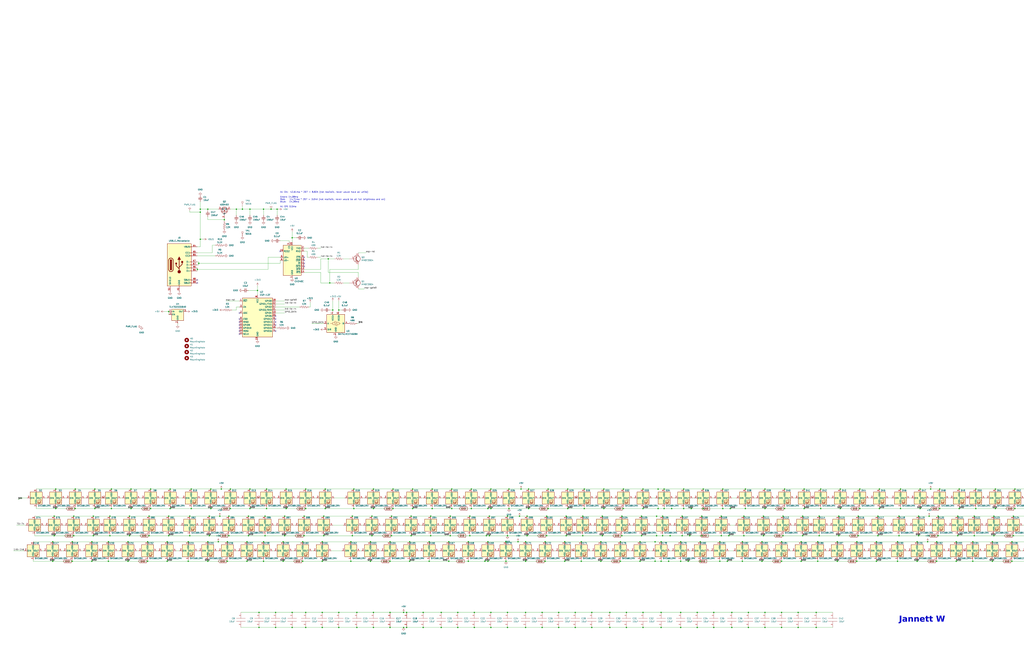
<source format=kicad_sch>
(kicad_sch (version 20250114) (generator "eeschema") (generator_version "9.0")
  (paper "D")
  (text "All On:  42.61ma * 207 = 8.82A (not realistic, never would have all white)\n\nGreen: 14.08ma\nRed:    14.71ma * 207 = 3.04A (not realistic, never would be all full brightness and on)\nBlue:   14.28ma\n\nAll Off: 0.5ma\n" (at 236.22 175.26 0) (effects (font (size 1.27 1.27)) (justify left bottom)))
  (text "Jannett W" (at 758.19 527.05 0) (effects (font (size 5 5) (thickness 1) (bold yes)) (justify left bottom)))
  (junction (at 791.21 435.61))
  (junction (at 168.91 176.53))
  (junction (at 659.13 529.59))
  (junction (at 557.53 473.71))
  (junction (at 806.45 473.71))
  (junction (at 838.2 435.61))
  (junction (at 927.1 457.2))
  (junction (at 439.42 412.75))
  (junction (at 462.28 429.26))
  (junction (at 1174.75 412.75))
  (junction (at 524.51 435.61))
  (junction (at 911.86 435.61))
  (junction (at 491.49 452.12))
  (junction (at 63.5 429.26))
  (junction (at 615.95 429.26))
  (junction (at 627.38 452.12))
  (junction (at 167.64 222.25))
  (junction (at 396.24 452.12))
  (junction (at 628.65 429.26))
  (junction (at 1010.92 435.61))
  (junction (at 210.82 412.75))
  (junction (at 62.23 435.61))
  (junction (at 944.88 435.61))
  (junction (at 436.88 457.2))
  (junction (at 628.65 412.75))
  (junction (at 363.22 435.61))
  (junction (at 575.31 435.61))
  (junction (at 295.91 473.71))
  (junction (at 690.88 435.61))
  (junction (at 1181.1 429.26))
  (junction (at 328.93 473.71))
  (junction (at 1164.59 429.26))
  (junction (at 78.74 435.61))
  (junction (at 379.73 435.61))
  (junction (at 593.09 429.26))
  (junction (at 1153.16 429.26))
  (junction (at 995.68 412.75))
  (junction (at 300.99 516.89))
  (junction (at 491.49 435.61))
  (junction (at 1012.19 429.26))
  (junction (at 110.49 412.75))
  (junction (at 1088.39 473.71))
  (junction (at 1075.69 435.61))
  (junction (at 161.29 429.26))
  (junction (at 913.13 429.26))
  (junction (at 807.72 435.61))
  (junction (at 782.32 457.2))
  (junction (at 1196.34 452.12))
  (junction (at 593.09 412.75))
  (junction (at 461.01 435.61))
  (junction (at 125.73 452.12))
  (junction (at 643.89 452.12))
  (junction (at 661.67 412.75))
  (junction (at 372.11 529.59))
  (junction (at 820.42 457.2))
  (junction (at 222.25 473.71))
  (junction (at 1024.89 457.2))
  (junction (at 280.67 261.62))
  (junction (at 910.59 473.71))
  (junction (at 774.7 452.12))
  (junction (at 77.47 473.71))
  (junction (at 186.69 412.75))
  (junction (at 378.46 457.2))
  (junction (at 477.52 435.61))
  (junction (at 1189.99 435.61))
  (junction (at 689.61 457.2))
  (junction (at 241.3 429.26))
  (junction (at 979.17 412.75))
  (junction (at 525.78 429.26))
  (junction (at 558.8 435.61))
  (junction (at 661.67 429.26))
  (junction (at 822.96 429.26))
  (junction (at 297.18 435.61))
  (junction (at 199.39 176.53))
  (junction (at 232.41 529.59))
  (junction (at 184.15 457.2))
  (junction (at 160.02 452.12))
  (junction (at 177.8 412.75))
  (junction (at 63.5 412.75))
  (junction (at 774.7 435.61))
  (junction (at 723.9 452.12))
  (junction (at 45.72 435.61))
  (junction (at 692.15 412.75))
  (junction (at 607.06 473.71))
  (junction (at 707.39 452.12))
  (junction (at 400.05 516.89))
  (junction (at 471.17 516.89))
  (junction (at 1043.94 429.26))
  (junction (at 1139.19 452.12))
  (junction (at 895.35 435.61))
  (junction (at 168.91 201.93))
  (junction (at 528.32 529.59))
  (junction (at 257.81 412.75))
  (junction (at 62.23 452.12))
  (junction (at 1090.93 412.75))
  (junction (at 854.71 435.61))
  (junction (at 645.16 516.89))
  (junction (at 784.86 412.75))
  (junction (at 609.6 429.26))
  (junction (at 740.41 452.12))
  (junction (at 285.75 261.62))
  (junction (at 346.71 435.61))
  (junction (at 506.73 457.2))
  (junction (at 93.98 429.26))
  (junction (at 1189.99 452.12))
  (junction (at 509.27 429.26))
  (junction (at 140.97 473.71))
  (junction (at 411.48 473.71))
  (junction (at 946.15 412.75))
  (junction (at 1106.17 435.61))
  (junction (at 1178.56 473.71))
  (junction (at 1026.16 435.61))
  (junction (at 591.82 452.12))
  (junction (at 509.27 412.75))
  (junction (at 429.26 412.75))
  (junction (at 741.68 412.75))
  (junction (at 869.95 473.71))
  (junction (at 853.44 473.71))
  (junction (at 688.34 516.89))
  (junction (at 961.39 435.61))
  (junction (at 444.5 452.12))
  (junction (at 328.93 529.59))
  (junction (at 962.66 429.26))
  (junction (at 1122.68 452.12))
  (junction (at 361.95 473.71))
  (junction (at 160.02 435.61))
  (junction (at 1150.62 473.71))
  (junction (at 739.14 457.2))
  (junction (at 542.29 529.59))
  (junction (at 822.96 412.75))
  (junction (at 1007.11 473.71))
  (junction (at 345.44 457.2))
  (junction (at 1059.18 452.12))
  (junction (at 140.97 457.2))
  (junction (at 328.93 457.2))
  (junction (at 1156.97 452.12))
  (junction (at 1012.19 412.75))
  (junction (at 855.98 412.75))
  (junction (at 372.11 516.89))
  (junction (at 427.99 529.59))
  (junction (at 1207.77 429.26))
  (junction (at 676.91 452.12))
  (junction (at 675.64 457.2))
  (junction (at 1158.24 429.26))
  (junction (at 471.17 529.59))
  (junction (at 124.46 457.2))
  (junction (at 1010.92 452.12))
  (junction (at 617.22 516.89))
  (junction (at 412.75 452.12))
  (junction (at 1123.95 429.26))
  (junction (at 927.1 473.71))
  (junction (at 381 429.26))
  (junction (at 508 435.61))
  (junction (at 960.12 473.71))
  (junction (at 285.75 529.59))
  (junction (at 1026.16 452.12))
  (junction (at 839.47 429.26))
  (junction (at 1206.5 435.61))
  (junction (at 427.99 452.12))
  (junction (at 44.45 457.2))
  (junction (at 1151.89 452.12))
  (junction (at 107.95 457.2))
  (junction (at 872.49 429.26))
  (junction (at 1207.77 412.75))
  (junction (at 759.46 412.75))
  (junction (at 1057.91 473.71))
  (junction (at 806.45 457.2))
  (junction (at 976.63 473.71))
  (junction (at 492.76 429.26))
  (junction (at 792.48 429.26))
  (junction (at 1037.59 412.75))
  (junction (at 1191.26 429.26))
  (junction (at 961.39 452.12))
  (junction (at 1106.17 452.12))
  (junction (at 46.99 412.75))
  (junction (at 364.49 429.26))
  (junction (at 1076.96 412.75))
  (junction (at 462.28 412.75))
  (junction (at 659.13 457.2))
  (junction (at 659.13 473.71))
  (junction (at 590.55 473.71))
  (junction (at 340.36 516.89))
  (junction (at 977.9 452.12))
  (junction (at 209.55 435.61))
  (junction (at 783.59 435.61))
  (junction (at 1140.46 429.26))
  (junction (at 394.97 473.71))
  (junction (at 929.64 429.26))
  (junction (at 539.75 473.71))
  (junction (at 675.64 473.71))
  (junction (at 601.98 516.89))
  (junction (at 528.32 516.89))
  (junction (at 363.22 452.12))
  (junction (at 1206.5 452.12))
  (junction (at 477.52 452.12))
  (junction (at 821.69 452.12))
  (junction (at 45.72 452.12))
  (junction (at 314.96 529.59))
  (junction (at 300.99 529.59))
  (junction (at 523.24 473.71))
  (junction (at 722.63 473.71))
  (junction (at 485.14 516.89))
  (junction (at 626.11 457.2))
  (junction (at 408.94 473.71))
  (junction (at 1123.95 412.75))
  (junction (at 722.63 457.2))
  (junction (at 208.28 473.71))
  (junction (at 994.41 435.61))
  (junction (at 557.53 516.89))
  (junction (at 412.75 435.61))
  (junction (at 109.22 435.61))
  (junction (at 91.44 473.71))
  (junction (at 1162.05 473.71))
  (junction (at 438.15 435.61))
  (junction (at 361.95 457.2))
  (junction (at 476.25 473.71))
  (junction (at 356.87 516.89))
  (junction (at 60.96 457.2))
  (junction (at 161.29 412.75))
  (junction (at 246.38 200.66))
  (junction (at 588.01 516.89))
  (junction (at 508 452.12))
  (junction (at 820.42 473.71))
  (junction (at 1057.91 457.2))
  (junction (at 607.06 457.2))
  (junction (at 642.62 473.71))
  (junction (at 552.45 457.2))
  (junction (at 1089.66 452.12))
  (junction (at 553.72 435.61))
  (junction (at 256.54 435.61))
  (junction (at 1060.45 412.75))
  (junction (at 330.2 452.12))
  (junction (at 1042.67 435.61))
  (junction (at 185.42 435.61))
  (junction (at 177.8 429.26))
  (junction (at 524.51 452.12))
  (junction (at 80.01 412.75))
  (junction (at 574.04 529.59))
  (junction (at 741.68 429.26))
  (junction (at 1027.43 412.75))
  (junction (at 601.98 529.59))
  (junction (at 429.26 429.26))
  (junction (at 175.26 473.71))
  (junction (at 977.9 435.61))
  (junction (at 1122.68 435.61))
  (junction (at 557.53 529.59))
  (junction (at 1027.43 429.26))
  (junction (at 271.78 529.59))
  (junction (at 1163.32 452.12))
  (junction (at 1024.89 473.71))
  (junction (at 773.43 457.2))
  (junction (at 995.68 429.26))
  (junction (at 218.44 516.89))
  (junction (at 643.89 435.61))
  (junction (at 836.93 473.71))
  (junction (at 580.39 473.71))
  (junction (at 426.72 473.71))
  (junction (at 191.77 457.2))
  (junction (at 240.03 435.61))
  (junction (at 312.42 473.71))
  (junction (at 895.35 452.12))
  (junction (at 238.76 473.71))
  (junction (at 109.22 452.12))
  (junction (at 1036.32 435.61))
  (junction (at 690.88 452.12))
  (junction (at 124.46 473.71))
  (junction (at 759.46 429.26))
  (junction (at 775.97 412.75))
  (junction (at 297.18 452.12))
  (junction (at 581.66 452.12))
  (junction (at 659.13 516.89))
  (junction (at 356.87 529.59))
  (junction (at 222.25 176.53))
  (junction (at 631.19 529.59))
  (junction (at 208.28 457.2))
  (junction (at 142.24 262.89))
  (junction (at 642.62 457.2))
  (junction (at 688.34 529.59))
  (junction (at 1195.07 473.71))
  (junction (at 223.52 452.12))
  (junction (at 627.38 435.61))
  (junction (at 194.31 429.26))
  (junction (at 566.42 429.26))
  (junction (at 565.15 452.12))
  (junction (at 560.07 412.75))
  (junction (at 271.78 457.2))
  (junction (at 590.55 457.2))
  (junction (at 853.44 457.2))
  (junction (at 614.68 452.12))
  (junction (at 397.51 429.26))
  (junction (at 490.22 457.2))
  (junction (at 929.64 412.75))
  (junction (at 554.99 412.75))
  (junction (at 896.62 412.75))
  (junction (at 1008.38 452.12))
  (junction (at 944.88 452.12))
  (junction (at 328.93 516.89))
  (junction (at 271.78 473.71))
  (junction (at 285.75 516.89))
  (junction (at 673.1 516.89))
  (junction (at 1041.4 473.71))
  (junction (at 539.75 457.2))
  (junction (at 410.21 452.12))
  (junction (at 127 412.75))
  (junction (at 209.55 452.12))
  (junction (at 1191.26 412.75))
  (junction (at 223.52 435.61))
  (junction (at 807.72 452.12))
  (junction (at 459.74 473.71))
  (junction (at 246.38 529.59))
  (junction (at 476.25 457.2))
  (junction (at 379.73 452.12))
  (junction (at 725.17 412.75))
  (junction (at 345.44 473.71))
  (junction (at 514.35 529.59))
  (junction (at 414.02 516.89))
  (junction (at 224.79 412.75))
  (junction (at 168.91 179.07))
  (junction (at 457.2 529.59))
  (junction (at 394.97 457.2))
  (junction (at 725.17 429.26))
  (junction (at 773.43 473.71))
  (junction (at 541.02 435.61))
  (junction (at 1009.65 429.26))
  (junction (at 1043.94 412.75))
  (junction (at 740.41 435.61))
  (junction (at 574.04 473.71))
  (junction (at 411.48 429.26))
  (junction (at 92.71 435.61))
  (junction (at 445.77 412.75))
  (junction (at 278.13 238.76))
  (junction (at 176.53 452.12))
  (junction (at 459.74 457.2))
  (junction (at 346.71 452.12))
  (junction (at 125.73 435.61))
  (junction (at 894.08 457.2))
  (junction (at 1173.48 435.61))
  (junction (at 176.53 435.61))
  (junction (at 314.96 429.26))
  (junction (at 400.05 529.59))
  (junction (at 871.22 435.61))
  (junction (at 575.31 452.12))
  (junction (at 928.37 452.12))
  (junction (at 492.76 412.75))
  (junction (at 558.8 452.12))
  (junction (at 191.77 473.71))
  (junction (at 276.86 218.44))
  (junction (at 792.48 412.75))
  (junction (at 240.03 452.12))
  (junction (at 110.49 429.26))
  (junction (at 706.12 473.71))
  (junction (at 342.9 516.89))
  (junction (at 871.22 452.12))
  (junction (at 943.61 473.71))
  (junction (at 808.99 412.75))
  (junction (at 1041.4 457.2))
  (junction (at 553.72 452.12))
  (junction (at 758.19 435.61))
  (junction (at 414.02 412.75))
  (junction (at 894.08 473.71))
  (junction (at 478.79 429.26))
  (junction (at 574.04 516.89))
  (junction (at 591.82 435.61))
  (junction (at 364.49 412.75))
  (junction (at 298.45 429.26))
  (junction (at 608.33 452.12))
  (junction (at 576.58 412.75))
  (junction (at 273.05 452.12))
  (junction (at 443.23 529.59))
  (junction (at 1179.83 452.12))
  (junction (at 255.27 473.71))
  (junction (at 273.05 435.61))
  (junction (at 238.76 457.2))
  (junction (at 1150.62 457.2))
  (junction (at 445.77 429.26))
  (junction (at 514.35 516.89))
  (junction (at 257.81 516.89))
  (junction (at 255.27 457.2))
  (junction (at 913.13 412.75))
  (junction (at 563.88 473.71))
  (junction (at 427.99 435.61))
  (junction (at 542.29 429.26))
  (junction (at 143.51 429.26))
  (junction (at 617.22 529.59))
  (junction (at 222.25 457.2))
  (junction (at 552.45 473.71))
  (junction (at 943.61 457.2))
  (junction (at 626.11 473.71))
  (junction (at 80.01 429.26))
  (junction (at 127 429.26))
  (junction (at 218.44 529.59))
  (junction (at 1074.42 473.71))
  (junction (at 386.08 516.89))
  (junction (at 946.15 429.26))
  (junction (at 93.98 412.75))
  (junction (at 443.23 516.89))
  (junction (at 872.49 412.75))
  (junction (at 910.59 457.2))
  (junction (at 506.73 473.71))
  (junction (at 175.26 176.53))
  (junction (at 396.24 435.61))
  (junction (at 758.19 452.12))
  (junction (at 257.81 529.59))
  (junction (at 678.18 429.26))
  (junction (at 1139.19 435.61))
  (junction (at 91.44 457.2))
  (junction (at 457.2 516.89))
  (junction (at 645.16 412.75))
  (junction (at 444.5 435.61))
  (junction (at 381 412.75))
  (junction (at 789.94 457.2))
  (junction (at 189.23 185.42))
  (junction (at 993.14 473.71))
  (junction (at 821.69 435.61))
  (junction (at 723.9 435.61))
  (junction (at 588.01 529.59))
  (junction (at 708.66 412.75))
  (junction (at 576.58 429.26))
  (junction (at 613.41 473.71))
  (junction (at 660.4 452.12))
  (junction (at 707.39 435.61))
  (junction (at 233.68 176.53))
  (junction (at 896.62 429.26))
  (junction (at 960.12 457.2))
  (junction (at 1121.41 473.71))
  (junction (at 143.51 412.75))
  (junction (at 1173.48 452.12))
  (junction (at 386.08 529.59))
  (junction (at 673.1 529.59))
  (junction (at 1174.75 429.26))
  (junction (at 1090.93 429.26))
  (junction (at 228.6 176.53))
  (junction (at 542.29 412.75))
  (junction (at 836.93 457.2))
  (junction (at 1059.18 435.61))
  (junction (at 443.23 473.71))
  (junction (at 1104.9 473.71))
  (junction (at 523.24 457.2))
  (junction (at 142.24 452.12))
  (junction (at 107.95 473.71))
  (junction (at 1042.67 452.12))
  (junction (at 1076.96 429.26))
  (junction (at 313.69 435.61))
  (junction (at 443.23 457.2))
  (junction (at 689.61 473.71))
  (junction (at 485.14 529.59))
  (junction (at 246.38 516.89))
  (junction (at 928.37 435.61))
  (junction (at 756.92 457.2))
  (junction (at 411.48 457.2))
  (junction (at 414.02 429.26))
  (junction (at 340.36 529.59))
  (junction (at 193.04 452.12))
  (junction (at 789.94 473.71))
  (junction (at 142.24 435.61))
  (junction (at 979.17 429.26))
  (junction (at 175.26 457.2))
  (junction (at 490.22 473.71))
  (junction (at 808.99 429.26))
  (junction (at 158.75 473.71))
  (junction (at 347.98 429.26))
  (junction (at 427.99 516.89))
  (junction (at 554.99 429.26))
  (junction (at 1140.46 412.75))
  (junction (at 645.16 429.26))
  (junction (at 838.2 452.12))
  (junction (at 1009.65 473.71))
  (junction (at 1158.24 412.75))
  (junction (at 1060.45 429.26))
  (junction (at 78.74 452.12))
  (junction (at 92.71 452.12))
  (junction (at 609.6 412.75))
  (junction (at 46.99 429.26))
  (junction (at 739.14 473.71))
  (junction (at 274.32 429.26))
  (junction (at 839.47 412.75))
  (junction (at 204.47 176.53))
  (junction (at 397.51 412.75))
  (junction (at 976.63 457.2))
  (junction (at 542.29 516.89))
  (junction (at 608.33 435.61))
  (junction (at 678.18 412.75))
  (junction (at 854.71 452.12))
  (junction (at 1205.23 473.71))
  (junction (at 499.11 516.89))
  (junction (at 217.17 245.11))
  (junction (at 1075.69 452.12))
  (junction (at 426.72 457.2))
  (junction (at 241.3 412.75))
  (junction (at 645.16 529.59))
  (junction (at 60.96 473.71))
  (junction (at 582.93 429.26))
  (junction (at 706.12 457.2))
  (junction (at 193.04 435.61))
  (junction (at 574.04 457.2))
  (junction (at 461.01 452.12))
  (junction (at 44.45 473.71))
  (junction (at 414.02 529.59))
  (junction (at 791.21 452.12))
  (junction (at 708.66 429.26))
  (junction (at 347.98 412.75))
  (junction (at 274.32 412.75))
  (junction (at 314.96 516.89))
  (junction (at 869.95 457.2))
  (junction (at 994.41 452.12))
  (junction (at 331.47 429.26))
  (junction (at 194.31 412.75))
  (junction (at 676.91 435.61))
  (junction (at 1089.66 435.61))
  (junction (at 1107.44 429.26))
  (junction (at 756.92 473.71))
  (junction (at 1153.16 412.75))
  (junction (at 911.86 452.12))
  (junction (at 210.82 429.26))
  (junction (at 1035.05 457.2))
  (junction (at 962.66 412.75))
  (junction (at 1009.65 457.2))
  (junction (at 775.97 429.26))
  (junction (at 557.53 457.2))
  (junction (at 1137.92 473.71))
  (junction (at 166.37 227.33))
  (junction (at 993.14 457.2))
  (junction (at 224.79 429.26))
  (junction (at 1107.44 412.75))
  (junction (at 298.45 412.75))
  (junction (at 855.98 429.26))
  (junction (at 631.19 516.89))
  (junction (at 1156.97 435.61))
  (junction (at 331.47 412.75))
  (junction (at 77.47 457.2))
  (junction (at 378.46 473.71))
  (junction (at 478.79 412.75))
  (junction (at 342.9 529.59))
  (junction (at 312.42 457.2))
  (junction (at 295.91 457.2))
  (junction (at 541.02 452.12))
  (junction (at 330.2 435.61))
  (junction (at 257.81 429.26))
  (junction (at 313.69 452.12))
  (junction (at 1151.89 435.61))
  (junction (at 525.78 412.75))
  (junction (at 660.4 435.61))
  (junction (at 232.41 516.89))
  (junction (at 271.78 516.89))
  (junction (at 210.82 176.53))
  (junction (at 692.15 429.26))
  (junction (at 256.54 452.12))
  (junction (at 314.96 412.75))
  (junction (at 1197.61 429.26))
  (junction (at 499.11 529.59))
  (junction (at 560.07 429.26))
  (junction (at 158.75 457.2))
  (no_connect (at 201.93 281.94))
  (no_connect (at 201.93 279.4))
  (no_connect (at 201.93 274.32))
  (no_connect (at 256.54 219.71))
  (no_connect (at 1066.8 464.82))
  (no_connect (at 201.93 269.24))
  (no_connect (at 201.93 276.86))
  (no_connect (at 166.37 238.76))
  (no_connect (at 236.22 212.09))
  (no_connect (at 232.41 279.4))
  (no_connect (at 201.93 264.16))
  (no_connect (at 256.54 224.79))
  (no_connect (at 232.41 271.78))
  (no_connect (at 232.41 269.24))
  (no_connect (at 166.37 236.22))
  (no_connect (at 256.54 222.25))
  (no_connect (at 232.41 266.7))
  (no_connect (at 201.93 271.78))
  (no_connect (at 256.54 217.17))
  (no_connect (at 232.41 274.32))
  (wire (pts (xy 626.11 472.44) (xy 626.11 473.71)))
  (wire (pts (xy 567.69 420.37) (xy 568.96 420.37)))
  (wire (pts (xy 232.41 516.89) (xy 218.44 516.89)))
  (wire (pts (xy 580.39 473.71) (xy 580.39 472.44)))
  (wire (pts (xy 642.62 473.71) (xy 642.62 472.44)))
  (wire (pts (xy 666.75 464.82) (xy 668.02 464.82)))
  (wire (pts (xy 706.12 473.71) (xy 722.63 473.71)))
  (wire (pts (xy 977.9 450.85) (xy 977.9 452.12)))
  (wire (pts (xy 1228.09 449.58) (xy 1228.09 452.12)))
  (wire (pts (xy 1010.92 435.61) (xy 1026.16 435.61)))
  (wire (pts (xy 1150.62 457.2) (xy 1226.82 457.2)))
  (wire (pts (xy 256.54 450.85) (xy 256.54 452.12)))
  (wire (pts (xy 894.08 472.44) (xy 894.08 473.71)))
  (wire (pts (xy 175.26 176.53) (xy 184.15 176.53)))
  (wire (pts (xy 1163.32 450.85) (xy 1163.32 452.12)))
  (wire (pts (xy 273.05 435.61) (xy 297.18 435.61)))
  (wire (pts (xy 661.67 427.99) (xy 661.67 429.26)))
  (wire (pts (xy 331.47 412.75) (xy 347.98 412.75)))
  (wire (pts (xy 483.87 443.23) (xy 485.14 443.23)))
  (wire (pts (xy 836.93 473.71) (xy 853.44 473.71)))
  (wire (pts (xy 946.15 412.75) (xy 962.66 412.75)))
  (wire (pts (xy 142.24 435.61) (xy 160.02 435.61)))
  (wire (pts (xy 1024.89 472.44) (xy 1024.89 473.71)))
  (wire (pts (xy 732.79 420.37) (xy 734.06 420.37)))
  (wire (pts (xy 528.32 529.59) (xy 542.29 529.59)))
  (wire (pts (xy 645.16 429.26) (xy 661.67 429.26)))
  (wire (pts (xy 69.85 443.23) (xy 71.12 443.23)))
  (wire (pts (xy 675.64 472.44) (xy 675.64 473.71)))
  (wire (pts (xy 379.73 452.12) (xy 396.24 452.12)))
  (wire (pts (xy 514.35 464.82) (xy 515.62 464.82)))
  (wire (pts (xy 633.73 464.82) (xy 635 464.82)))
  (wire (pts (xy 1009.65 429.26) (xy 1012.19 429.26)))
  (wire (pts (xy 223.52 452.12) (xy 240.03 452.12)))
  (wire (pts (xy 1197.61 429.26) (xy 1207.77 429.26)))
  (wire (pts (xy 271.78 516.89) (xy 285.75 516.89)))
  (wire (pts (xy 557.53 472.44) (xy 557.53 473.71)))
  (wire (pts (xy 869.95 472.44) (xy 869.95 473.71)))
  (wire (pts (xy 328.93 472.44) (xy 328.93 473.71)))
  (wire (pts (xy 636.27 420.37) (xy 637.54 420.37)))
  (wire (pts (xy 715.01 443.23) (xy 716.28 443.23)))
  (wire (pts (xy 273.05 452.12) (xy 297.18 452.12)))
  (wire (pts (xy 1007.11 473.71) (xy 1009.65 473.71)))
  (wire (pts (xy 342.9 516.89) (xy 356.87 516.89)))
  (wire (pts (xy 443.23 473.71) (xy 459.74 473.71)))
  (wire (pts (xy 210.82 412.75) (xy 224.79 412.75)))
  (wire (pts (xy 452.12 443.23) (xy 453.39 443.23)))
  (wire (pts (xy 678.18 412.75) (xy 692.15 412.75)))
  (wire (pts (xy 668.02 443.23) (xy 669.29 443.23)))
  (wire (pts (xy 723.9 435.61) (xy 740.41 435.61)))
  (wire (pts (xy 410.21 450.85) (xy 410.21 452.12)))
  (wire (pts (xy 509.27 429.26) (xy 509.27 427.99)))
  (wire (pts (xy 100.33 443.23) (xy 101.6 443.23)))
  (wire (pts (xy 673.1 516.89) (xy 688.34 516.89)))
  (wire (pts (xy 557.53 516.89) (xy 574.04 516.89)))
  (wire (pts (xy 1098.55 420.37) (xy 1099.82 420.37)))
  (wire (pts (xy 372.11 516.89) (xy 386.08 516.89)))
  (wire (pts (xy 429.26 429.26) (xy 445.77 429.26)))
  (wire (pts (xy 756.92 472.44) (xy 756.92 473.71)))
  (wire (pts (xy 140.97 472.44) (xy 140.97 473.71)))
  (wire (pts (xy 820.42 473.71) (xy 836.93 473.71)))
  (wire (pts (xy 689.61 457.2) (xy 706.12 457.2)))
  (wire (pts (xy 1174.75 412.75) (xy 1191.26 412.75)))
  (wire (pts (xy 765.81 443.23) (xy 767.08 443.23)))
  (wire (pts (xy 1197.61 427.99) (xy 1197.61 429.26)))
  (wire (pts (xy 1121.41 472.44) (xy 1121.41 473.71)))
  (wire (pts (xy 836.93 457.2) (xy 853.44 457.2)))
  (wire (pts (xy 223.52 450.85) (xy 223.52 452.12)))
  (wire (pts (xy 247.65 443.23) (xy 248.92 443.23)))
  (wire (pts (xy 1041.4 457.2) (xy 1057.91 457.2)))
  (wire (pts (xy 554.99 426.72) (xy 554.99 429.26)))
  (wire (pts (xy 462.28 429.26) (xy 478.79 429.26)))
  (wire (pts (xy 240.03 435.61) (xy 256.54 435.61)))
  (wire (pts (xy 499.11 516.89) (xy 514.35 516.89)))
  (wire (pts (xy 302.26 229.87) (xy 276.86 229.87)))
  (wire (pts (xy 1123.95 427.99) (xy 1123.95 429.26)))
  (wire (pts (xy 328.93 457.2) (xy 345.44 457.2)))
  (wire (pts (xy 210.82 176.53) (xy 210.82 181.61)))
  (wire (pts (xy 628.65 427.99) (xy 628.65 429.26)))
  (wire (pts (xy 285.75 261.62) (xy 288.29 261.62)))
  (wire (pts (xy 576.58 429.26) (xy 582.93 429.26)))
  (wire (pts (xy 345.44 473.71) (xy 361.95 473.71)))
  (wire (pts (xy 85.09 443.23) (xy 86.36 443.23)))
  (wire (pts (xy 1150.62 471.17) (xy 1150.62 473.71)))
  (wire (pts (xy 1033.78 443.23) (xy 1035.05 443.23)))
  (wire (pts (xy 364.49 412.75) (xy 381 412.75)))
  (wire (pts (xy 313.69 435.61) (xy 330.2 435.61)))
  (wire (pts (xy 328.93 473.71) (xy 345.44 473.71)))
  (wire (pts (xy 199.39 176.53) (xy 199.39 181.61)))
  (wire (pts (xy 525.78 412.75) (xy 542.29 412.75)))
  (wire (pts (xy 209.55 452.12) (xy 223.52 452.12)))
  (wire (pts (xy 698.5 443.23) (xy 699.77 443.23)))
  (wire (pts (xy 651.51 443.23) (xy 652.78 443.23)))
  (wire (pts (xy 468.63 443.23) (xy 469.9 443.23)))
  (wire (pts (xy 175.26 457.2) (xy 184.15 457.2)))
  (wire (pts (xy 774.7 452.12) (xy 791.21 452.12)))
  (wire (pts (xy 378.46 457.2) (xy 394.97 457.2)))
  (wire (pts (xy 63.5 429.26) (xy 80.01 429.26)))
  (wire (pts (xy 314.96 529.59) (xy 328.93 529.59)))
  (wire (pts (xy 1115.06 420.37) (xy 1116.33 420.37)))
  (wire (pts (xy 541.02 435.61) (xy 553.72 435.61)))
  (wire (pts (xy 1150.62 473.71) (xy 1162.05 473.71)))
  (wire (pts (xy 115.57 464.82) (xy 116.84 464.82)))
  (wire (pts (xy 143.51 427.99) (xy 143.51 429.26)))
  (wire (pts (xy 394.97 472.44) (xy 394.97 473.71)))
  (wire (pts (xy 706.12 473.71) (xy 706.12 472.44)))
  (wire (pts (xy 574.04 529.59) (xy 588.01 529.59)))
  (wire (pts (xy 71.12 420.37) (xy 72.39 420.37)))
  (wire (pts (xy 408.94 473.71) (xy 411.48 473.71)))
  (wire (pts (xy 800.1 420.37) (xy 801.37 420.37)))
  (wire (pts (xy 660.4 452.12) (xy 676.91 452.12)))
  (wire (pts (xy 557.53 457.2) (xy 574.04 457.2)))
  (wire (pts (xy 582.93 443.23) (xy 584.2 443.23)))
  (wire (pts (xy 643.89 452.12) (xy 643.89 450.85)))
  (wire (pts (xy 946.15 429.26) (xy 962.66 429.26)))
  (wire (pts (xy 255.27 472.44) (xy 255.27 473.71)))
  (wire (pts (xy 435.61 443.23) (xy 436.88 443.23)))
  (wire (pts (xy 175.26 473.71) (xy 191.77 473.71)))
  (wire (pts (xy 1191.26 427.99) (xy 1191.26 429.26)))
  (wire (pts (xy 1026.16 435.61) (xy 1036.32 435.61)))
  (wire (pts (xy 241.3 412.75) (xy 257.81 412.75)))
  (wire (pts (xy 189.23 185.42) (xy 189.23 186.69)))
  (wire (pts (xy 1026.16 452.12) (xy 1042.67 452.12)))
  (wire (pts (xy 565.15 452.12) (xy 575.31 452.12)))
  (wire (pts (xy 1229.36 426.72) (xy 1229.36 429.26)))
  (wire (pts (xy 838.2 435.61) (xy 854.71 435.61)))
  (wire (pts (xy 241.3 429.26) (xy 241.3 427.99)))
  (wire (pts (xy 138.43 262.89) (xy 142.24 262.89)))
  (wire (pts (xy 609.6 412.75) (xy 628.65 412.75)))
  (wire (pts (xy 643.89 452.12) (xy 660.4 452.12)))
  (wire (pts (xy 228.6 176.53) (xy 233.68 176.53)))
  (wire (pts (xy 1137.92 473.71) (xy 1150.62 473.71)))
  (wire (pts (xy 678.18 429.26) (xy 692.15 429.26)))
  (wire (pts (xy 80.01 427.99) (xy 80.01 429.26)))
  (wire (pts (xy 459.74 457.2) (xy 476.25 457.2)))
  (wire (pts (xy 951.23 464.82) (xy 952.5 464.82)))
  (wire (pts (xy 676.91 435.61) (xy 690.88 435.61)))
  (wire (pts (xy 758.19 450.85) (xy 758.19 452.12)))
  (wire (pts (xy 659.13 529.59) (xy 673.1 529.59)))
  (wire (pts (xy 77.47 472.44) (xy 77.47 473.71)))
  (wire (pts (xy 167.64 222.25) (xy 167.64 220.98)))
  (wire (pts (xy 689.61 472.44) (xy 689.61 473.71)))
  (wire (pts (xy 179.07 207.01) (xy 181.61 207.01)))
  (wire (pts (xy 248.92 420.37) (xy 250.19 420.37)))
  (wire (pts (xy 1182.37 420.37) (xy 1183.64 420.37)))
  (wire (pts (xy 232.41 259.08) (xy 252.73 259.08)))
  (wire (pts (xy 1178.56 473.71) (xy 1178.56 472.44)))
  (wire (pts (xy 591.82 450.85) (xy 591.82 452.12)))
  (wire (pts (xy 1153.16 426.72) (xy 1153.16 429.26)))
  (wire (pts (xy 533.4 420.37) (xy 534.67 420.37)))
  (wire (pts (xy 1130.3 443.23) (xy 1131.57 443.23)))
  (wire (pts (xy 273.05 450.85) (xy 273.05 452.12)))
  (wire (pts (xy 339.09 420.37) (xy 340.36 420.37)))
  (wire (pts (xy 492.76 427.99) (xy 492.76 429.26)))
  (wire (pts (xy 443.23 473.71) (xy 443.23 472.44)))
  (wire (pts (xy 289.56 238.76) (xy 294.64 238.76)))
  (wire (pts (xy 821.69 452.12) (xy 838.2 452.12)))
  (wire (pts (xy 217.17 241.3) (xy 217.17 245.11)))
  (wire (pts (xy 408.94 472.44) (xy 408.94 473.71)))
  (wire (pts (xy 303.53 464.82) (xy 304.8 464.82)))
  (wire (pts (xy 853.44 473.71) (xy 869.95 473.71)))
  (wire (pts (xy 257.81 412.75) (xy 274.32 412.75)))
  (wire (pts (xy 994.41 435.61) (xy 1010.92 435.61)))
  (wire (pts (xy 1027.43 429.26) (xy 1043.94 429.26)))
  (wire (pts (xy 645.16 412.75) (xy 661.67 412.75)))
  (wire (pts (xy 231.14 443.23) (xy 232.41 443.23)))
  (wire (pts (xy 838.2 452.12) (xy 838.2 450.85)))
  (wire (pts (xy 673.1 529.59) (xy 688.34 529.59)))
  (wire (pts (xy 240.03 452.12) (xy 240.03 450.85)))
  (wire (pts (xy 224.79 412.75) (xy 241.3 412.75)))
  (wire (pts (xy 645.16 516.89) (xy 659.13 516.89)))
  (wire (pts (xy 471.17 529.59) (xy 485.14 529.59)))
  (wire (pts (xy 960.12 457.2) (xy 976.63 457.2)))
  (wire (pts (xy 210.82 429.26) (xy 224.79 429.26)))
  (wire (pts (xy 1207.77 429.26) (xy 1229.36 429.26)))
  (wire (pts (xy 591.82 435.61) (xy 608.33 435.61)))
  (wire (pts (xy 132.08 464.82) (xy 133.35 464.82)))
  (wire (pts (xy 962.66 427.99) (xy 962.66 429.26)))
  (wire (pts (xy 168.91 201.93) (xy 168.91 208.28)))
  (wire (pts (xy 684.53 420.37) (xy 685.8 420.37)))
  (wire (pts (xy 427.99 516.89) (xy 443.23 516.89)))
  (wire (pts (xy 462.28 412.75) (xy 478.79 412.75)))
  (wire (pts (xy 347.98 429.26) (xy 364.49 429.26)))
  (wire (pts (xy 631.19 529.59) (xy 645.16 529.59)))
  (wire (pts (xy 91.44 457.2) (xy 107.95 457.2)))
  (wire (pts (xy 854.71 452.12) (xy 871.22 452.12)))
  (wire (pts (xy 598.17 464.82) (xy 599.44 464.82)))
  (wire (pts (xy 462.28 427.99) (xy 462.28 429.26)))
  (wire (pts (xy 927.1 473.71) (xy 943.61 473.71)))
  (wire (pts (xy 797.56 464.82) (xy 798.83 464.82)))
  (wire (pts (xy 1026.16 450.85) (xy 1026.16 452.12)))
  (wire (pts (xy 524.51 452.12) (xy 541.02 452.12)))
  (wire (pts (xy 379.73 450.85) (xy 379.73 452.12)))
  (wire (pts (xy 270.51 209.55) (xy 267.97 209.55)))
  (wire (pts (xy 806.45 457.2) (xy 820.42 457.2)))
  (wire (pts (xy 361.95 457.2) (xy 378.46 457.2)))
  (wire (pts (xy 300.99 273.05) (xy 302.26 273.05)))
  (wire (pts (xy 1195.07 472.44) (xy 1195.07 473.71)))
  (wire (pts (xy 1205.23 472.44) (xy 1205.23 473.71)))
  (wire (pts (xy 297.18 452.12) (xy 313.69 452.12)))
  (wire (pts (xy 110.49 429.26) (xy 127 429.26)))
  (wire (pts (xy 1151.89 449.58) (xy 1151.89 452.12)))
  (wire (pts (xy 872.49 427.99) (xy 872.49 429.26)))
  (wire (pts (xy 962.66 429.26) (xy 979.17 429.26)))
  (wire (pts (xy 1106.17 435.61) (xy 1122.68 435.61)))
  (wire (pts (xy 1060.45 429.26) (xy 1076.96 429.26)))
  (wire (pts (xy 386.08 464.82) (xy 387.35 464.82)))
  (wire (pts (xy 1162.05 473.71) (xy 1178.56 473.71)))
  (wire (pts (xy 928.37 435.61) (xy 944.88 435.61)))
  (wire (pts (xy 346.71 452.12) (xy 363.22 452.12)))
  (wire (pts (xy 412.75 450.85) (xy 412.75 452.12)))
  (wire (pts (xy 336.55 464.82) (xy 337.82 464.82)))
  (wire (pts (xy 342.9 529.59) (xy 356.87 529.59)))
  (wire (pts (xy 1090.93 427.99) (xy 1090.93 429.26)))
  (wire (pts (xy 862.33 443.23) (xy 863.6 443.23)))
  (wire (pts (xy 575.31 450.85) (xy 575.31 452.12)))
  (wire (pts (xy 642.62 457.2) (xy 659.13 457.2)))
  (wire (pts (xy 109.22 435.61) (xy 125.73 435.61)))
  (wire (pts (xy 363.22 435.61) (xy 379.73 435.61)))
  (wire (pts (xy 688.34 529.59) (xy 702.31 529.59)))
  (wire (pts (xy 509.27 429.26) (xy 525.78 429.26)))
  (wire (pts (xy 194.31 429.26) (xy 210.82 429.26)))
  (wire (pts (xy 839.47 412.75) (xy 855.98 412.75)))
  (wire (pts (xy 1123.95 429.26) (xy 1140.46 429.26)))
  (wire (pts (xy 549.91 420.37) (xy 552.45 420.37)))
  (wire (pts (xy 575.31 435.61) (xy 591.82 435.61)))
  (wire (pts (xy 381 429.26) (xy 397.51 429.26)))
  (wire (pts (xy 904.24 420.37) (xy 905.51 420.37)))
  (wire (pts (xy 194.31 412.75) (xy 210.82 412.75)))
  (wire (pts (xy 1049.02 464.82) (xy 1050.29 464.82)))
  (wire (pts (xy 314.96 429.26) (xy 331.47 429.26)))
  (wire (pts (xy 200.66 443.23) (xy 201.93 443.23)))
  (wire (pts (xy 919.48 443.23) (xy 920.75 443.23)))
  (wire (pts (xy 285.75 529.59) (xy 300.99 529.59)))
  (wire (pts (xy 1164.59 443.23) (xy 1165.86 443.23)))
  (wire (pts (xy 238.76 473.71) (xy 238.76 472.44)))
  (wire (pts (xy 574.04 457.2) (xy 590.55 457.2)))
  (wire (pts (xy 911.86 435.61) (xy 928.37 435.61)))
  (wire (pts (xy 491.49 452.12) (xy 508 452.12)))
  (wire (pts (xy 775.97 429.26) (xy 775.97 427.99)))
  (wire (pts (xy 1150.62 457.2) (xy 1150.62 458.47)))
  (wire (pts (xy 566.42 427.99) (xy 566.42 429.26)))
  (wire (pts (xy 1153.16 412.75) (xy 1158.24 412.75)))
  (wire (pts (xy 659.13 472.44) (xy 659.13 473.71)))
  (wire (pts (xy 661.67 412.75) (xy 678.18 412.75)))
  (wire (pts (xy 759.46 427.99) (xy 759.46 429.26)))
  (wire (pts (xy 125.73 452.12) (xy 142.24 452.12)))
  (wire (pts (xy 600.71 420.37) (xy 601.98 420.37)))
  (wire (pts (xy 993.14 473.71) (xy 1007.11 473.71)))
  (wire (pts (xy 506.73 457.2) (xy 523.24 457.2)))
  (wire (pts (xy 1000.76 464.82) (xy 1002.03 464.82)))
  (wire (pts (xy 593.09 412.75) (xy 609.6 412.75)))
  (wire (pts (xy 525.78 429.26) (xy 542.29 429.26)))
  (wire (pts (xy 976.63 473.71) (xy 993.14 473.71)))
  (wire (pts (xy 1012.19 412.75) (xy 1027.43 412.75)))
  (wire (pts (xy 508 435.61) (xy 524.51 435.61)))
  (wire (pts (xy 295.91 473.71) (xy 312.42 473.71)))
  (wire (pts (xy 822.96 429.26) (xy 839.47 429.26)))
  (wire (pts (xy 528.32 516.89) (xy 542.29 516.89)))
  (wire (pts (xy 1068.07 420.37) (xy 1069.34 420.37)))
  (wire (pts (xy 741.68 427.99) (xy 741.68 429.26)))
  (wire (pts (xy 361.95 473.71) (xy 378.46 473.71)))
  (wire (pts (xy 976.63 457.2) (xy 993.14 457.2)))
  (wire (pts (xy 222.25 473.71) (xy 238.76 473.71)))
  (wire (pts (xy 995.68 427.99) (xy 995.68 429.26)))
  (wire (pts (xy 1035.05 457.2) (xy 1041.4 457.2)))
  (wire (pts (xy 552.45 471.17) (xy 552.45 473.71)))
  (wire (pts (xy 532.13 443.23) (xy 533.4 443.23)))
  (wire (pts (xy 1076.96 429.26) (xy 1090.93 429.26)))
  (wire (pts (xy 896.62 429.26) (xy 913.13 429.26)))
  (wire (pts (xy 615.95 429.26) (xy 628.65 429.26)))
  (wire (pts (xy 381 427.99) (xy 381 429.26)))
  (wire (pts (xy 412.75 452.12) (xy 427.99 452.12)))
  (wire (pts (xy 1042.67 452.12) (xy 1059.18 452.12)))
  (wire (pts (xy 525.78 427.99) (xy 525.78 429.26)))
  (wire (pts (xy 1043.94 429.26) (xy 1060.45 429.26)))
  (wire (pts (xy 822.96 412.75) (xy 839.47 412.75)))
  (wire (pts (xy 1059.18 450.85) (xy 1059.18 452.12)))
  (wire (pts (xy 330.2 452.12) (xy 346.71 452.12)))
  (wire (pts (xy 506.73 473.71) (xy 523.24 473.71)))
  (wire (pts (xy 807.72 452.12) (xy 821.69 452.12)))
  (wire (pts (xy 554.99 429.26) (xy 560.07 429.26)))
  (wire (pts (xy 289.56 218.44) (xy 294.64 218.44)))
  (wire (pts (xy 574.04 472.44) (xy 574.04 473.71)))
  (wire (pts (xy 1088.39 473.71) (xy 1104.9 473.71)))
  (wire (pts (xy 617.22 529.59) (xy 631.19 529.59)))
  (wire (pts (xy 1196.34 450.85) (xy 1196.34 452.12)))
  (wire (pts (xy 863.6 420.37) (xy 864.87 420.37)))
  (wire (pts (xy 976.63 472.44) (xy 976.63 473.71)))
  (wire (pts (xy 134.62 420.37) (xy 135.89 420.37)))
  (wire (pts (xy 68.58 464.82) (xy 69.85 464.82)))
  (wire (pts (xy 943.61 473.71) (xy 960.12 473.71)))
  (wire (pts (xy 142.24 452.12) (xy 160.02 452.12)))
  (wire (pts (xy 427.99 435.61) (xy 438.15 435.61)))
  (wire (pts (xy 160.02 452.12) (xy 176.53 452.12)))
  (wire (pts (xy 143.51 429.26) (xy 161.29 429.26)))
  (wire (pts (xy 871.22 450.85) (xy 871.22 452.12)))
  (wire (pts (xy 492.76 412.75) (xy 509.27 412.75)))
  (wire (pts (xy 478.79 412.75) (xy 492.76 412.75)))
  (wire (pts (xy 599.44 443.23) (xy 600.71 443.23)))
  (wire (pts (xy 601.98 529.59) (xy 617.22 529.59)))
  (wire (pts (xy 1003.3 420.37) (xy 1004.57 420.37)))
  (wire (pts (xy 11.43 464.82) (xy 20.32 464.82)))
  (wire (pts (xy 340.36 529.59) (xy 342.9 529.59)))
  (wire (pts (xy 402.59 464.82) (xy 403.86 464.82)))
  (wire (pts (xy 256.54 209.55) (xy 260.35 209.55)))
  (wire (pts (xy 542.29 427.99) (xy 542.29 429.26)))
  (wire (pts (xy 261.62 255.27) (xy 261.62 259.08)))
  (wire (pts (xy 161.29 427.99) (xy 161.29 429.26)))
  (wire (pts (xy 524.51 450.85) (xy 524.51 452.12)))
  (wire (pts (xy 218.44 516.89) (xy 203.2 516.89)))
  (wire (pts (xy 1107.44 429.26) (xy 1123.95 429.26)))
  (wire (pts (xy 853.44 457.2) (xy 869.95 457.2)))
  (wire (pts (xy 615.95 427.99) (xy 615.95 429.26)))
  (wire (pts (xy 1041.4 473.71) (xy 1041.4 472.44)))
  (wire (pts (xy 1122.68 435.61) (xy 1139.19 435.61)))
  (wire (pts (xy 558.8 450.85) (xy 558.8 452.12)))
  (wire (pts (xy 943.61 457.2) (xy 960.12 457.2)))
  (wire (pts (xy 913.13 429.26) (xy 929.64 429.26)))
  (wire (pts (xy 477.52 450.85) (xy 477.52 452.12)))
  (wire (pts (xy 855.98 412.75) (xy 872.49 412.75)))
  (wire (pts (xy 1163.32 452.12) (xy 1173.48 452.12)))
  (wire (pts (xy 166.37 220.98) (xy 167.64 220.98)))
  (wire (pts (xy 994.41 450.85) (xy 994.41 452.12)))
  (wire (pts (xy 524.51 435.61) (xy 541.02 435.61)))
  (wire (pts (xy 355.6 420.37) (xy 356.87 420.37)))
  (wire (pts (xy 278.13 238.76) (xy 281.94 238.76)))
  (wire (pts (xy 29.21 452.12) (xy 45.72 452.12)))
  (wire (pts (xy 142.24 450.85) (xy 142.24 452.12)))
  (wire (pts (xy 986.79 420.37) (xy 988.06 420.37)))
  (wire (pts (xy 806.45 472.44) (xy 806.45 473.71)))
  (wire (pts (xy 313.69 452.12) (xy 313.69 450.85)))
  (wire (pts (xy 652.78 420.37) (xy 654.05 420.37)))
  (wire (pts (xy 626.11 473.71) (xy 642.62 473.71)))
  (wire (pts (xy 609.6 427.99) (xy 609.6 429.26)))
  (wire (pts (xy 1173.48 450.85) (xy 1173.48 452.12)))
  (wire (pts (xy 78.74 450.85) (xy 78.74 452.12)))
  (wire (pts (xy 584.2 420.37) (xy 585.47 420.37)))
  (wire (pts (xy 1051.56 420.37) (xy 1052.83 420.37)))
  (wire (pts (xy 394.97 473.71) (xy 408.94 473.71)))
  (wire (pts (xy 669.29 420.37) (xy 670.56 420.37)))
  (wire (pts (xy 270.51 227.33) (xy 270.51 218.44)))
  (wire (pts (xy 490.22 457.2) (xy 506.73 457.2)))
  (wire (pts (xy 140.97 457.2) (xy 158.75 457.2)))
  (wire (pts (xy 256.54 227.33) (xy 270.51 227.33)))
  (wire (pts (xy 232.41 529.59) (xy 218.44 529.59)))
  (wire (pts (xy 756.92 457.2) (xy 773.43 457.2)))
  (wire (pts (xy 379.73 435.61) (xy 396.24 435.61)))
  (wire (pts (xy 93.98 429.26) (xy 110.49 429.26)))
  (wire (pts (xy 739.14 472.44) (xy 739.14 473.71)))
  (wire (pts (xy 1206.5 450.85) (xy 1206.5 452.12)))
  (wire (pts (xy 314.96 516.89) (xy 328.93 516.89)))
  (wire (pts (xy 271.78 472.44) (xy 271.78 473.71)))
  (wire (pts (xy 554.99 412.75) (xy 554.99 414.02)))
  (wire (pts (xy 759.46 429.26) (xy 775.97 429.26)))
  (wire (pts (xy 791.21 452.12) (xy 807.72 452.12)))
  (wire (pts (xy 403.86 443.23) (xy 405.13 443.23)))
  (wire (pts (xy 1139.19 435.61) (xy 1151.89 435.61)))
  (wire (pts (xy 514.35 529.59) (xy 528.32 529.59)))
  (wire (pts (xy 775.97 412.75) (xy 784.86 412.75)))
  (wire (pts (xy 1082.04 443.23) (xy 1083.31 443.23)))
  (wire (pts (xy 590.55 472.44) (xy 590.55 473.71)))
  (wire (pts (xy 855.98 427.99) (xy 855.98 429.26)))
  (wire (pts (xy 232.41 254) (xy 240.03 254)))
  (wire (pts (xy 608.33 452.12) (xy 614.68 452.12)))
  (wire (pts (xy 229.87 464.82) (xy 231.14 464.82)))
  (wire (pts (xy 979.17 429.26) (xy 995.68 429.26)))
  (wire (pts (xy 204.47 173.99) (xy 204.47 176.53)))
  (wire (pts (xy 1140.46 427.99) (xy 1140.46 429.26)))
  (wire (pts (xy 107.95 473.71) (xy 107.95 472.44)))
  (wire (pts (xy 506.73 473.71) (xy 506.73 472.44)))
  (wire (pts (xy 542.29 412.75) (xy 554.99 412.75)))
  (wire (pts (xy 1024.89 457.2) (xy 1035.05 457.2)))
  (wire (pts (xy 177.8 429.26) (xy 194.31 429.26)))
  (wire (pts (xy 328.93 516.89) (xy 340.36 516.89)))
  (wire (pts (xy 370.84 443.23) (xy 372.11 443.23)))
  (wire (pts (xy 961.39 452.12) (xy 977.9 452.12)))
  (wire (pts (xy 177.8 412.75) (xy 186.69 412.75)))
  (wire (pts (xy 328.93 529.59) (xy 340.36 529.59)))
  (wire (pts (xy 354.33 443.23) (xy 355.6 443.23)))
  (wire (pts (xy 725.17 412.75) (xy 741.68 412.75)))
  (wire (pts (xy 185.42 420.37) (xy 186.69 420.37)))
  (wire (pts (xy 1181.1 429.26) (xy 1181.1 427.99)))
  (wire (pts (xy 372.11 529.59) (xy 386.08 529.59)))
  (wire (pts (xy 1206.5 452.12) (xy 1228.09 452.12)))
  (wire (pts (xy 591.82 452.12) (xy 608.33 452.12)))
  (wire (pts (xy 872.49 412.75) (xy 896.62 412.75)))
  (wire (pts (xy 261.62 259.08) (xy 260.35 259.08)))
  (wire (pts (xy 1104.9 473.71) (xy 1104.9 472.44)))
  (wire (pts (xy 741.68 412.75) (xy 759.46 412.75)))
  (wire (pts (xy 175.26 185.42) (xy 189.23 185.42)))
  (wire (pts (xy 961.39 435.61) (xy 977.9 435.61)))
  (wire (pts (xy 13.97 443.23) (xy 21.59 443.23)))
  (wire (pts (xy 1156.97 452.12) (xy 1163.32 452.12)))
  (wire (pts (xy 453.39 420.37) (xy 454.66 420.37)))
  (wire (pts (xy 271.78 457.2) (xy 295.91 457.2)))
  (wire (pts (xy 509.27 412.75) (xy 525.78 412.75)))
  (wire (pts (xy 961.39 450.85) (xy 961.39 452.12)))
  (wire (pts (xy 412.75 435.61) (xy 427.99 435.61)))
  (wire (pts (xy 590.55 457.2) (xy 607.06 457.2)))
  (wire (pts (xy 920.75 420.37) (xy 922.02 420.37)))
  (wire (pts (xy 1024.89 473.71) (xy 1041.4 473.71)))
  (wire (pts (xy 426.72 457.2) (xy 436.88 457.2)))
  (wire (pts (xy 378.46 472.44) (xy 378.46 473.71)))
  (wire (pts (xy 400.05 529.59) (xy 414.02 529.59)))
  (wire (pts (xy 690.88 452.12) (xy 707.39 452.12)))
  (wire (pts (xy 928.37 452.12) (xy 944.88 452.12)))
  (wire (pts (xy 372.11 420.37) (xy 373.38 420.37)))
  (wire (pts (xy 167.64 443.23) (xy 168.91 443.23)))
  (wire (pts (xy 969.01 443.23) (xy 970.28 443.23)))
  (wire (pts (xy 869.95 457.2) (xy 894.08 457.2)))
  (wire (pts (xy 659.13 516.89) (xy 673.1 516.89)))
  (wire (pts (xy 614.68 464.82) (xy 618.49 464.82)))
  (wire (pts (xy 723.9 452.12) (xy 740.41 452.12)))
  (wire (pts (xy 204.47 176.53) (xy 210.82 176.53)))
  (wire (pts (xy 110.49 412.75) (xy 127 412.75)))
  (wire (pts (xy 232.41 276.86) (xy 233.68 276.86)))
  (wire (pts (xy 1009.65 457.2) (xy 1024.89 457.2)))
  (wire (pts (xy 179.07 213.36) (xy 179.07 207.01)))
  (wire (pts (xy 588.01 516.89) (xy 601.98 516.89)))
  (wire (pts (xy 281.94 420.37) (xy 290.83 420.37)))
  (wire (pts (xy 107.95 457.2) (xy 124.46 457.2)))
  (wire (pts (xy 554.99 412.75) (xy 560.07 412.75)))
  (wire (pts (xy 970.28 420.37) (xy 971.55 420.37)))
  (wire (pts (xy 688.34 516.89) (xy 702.31 516.89)))
  (wire (pts (xy 782.32 457.2) (xy 789.94 457.2)))
  (wire (pts (xy 193.04 435.61) (xy 209.55 435.61)))
  (wire (pts (xy 552.45 473.71) (xy 557.53 473.71)))
  (wire (pts (xy 168.91 420.37) (xy 170.18 420.37)))
  (wire (pts (xy 356.87 529.59) (xy 372.11 529.59)))
  (wire (pts (xy 692.15 429.26) (xy 708.66 429.26)))
  (wire (pts (xy 330.2 450.85) (xy 330.2 452.12)))
  (wire (pts (xy 461.01 435.61) (xy 477.52 435.61)))
  (wire (pts (xy 1228.09 436.88) (xy 1206.5 435.61)))
  (wire (pts (xy 191.77 472.44) (xy 191.77 473.71)))
  (wire (pts (xy 1195.07 473.71) (xy 1205.23 473.71)))
  (wire (pts (xy 276.86 218.44) (xy 281.94 218.44)))
  (wire (pts (xy 774.7 452.12) (xy 774.7 450.85)))
  (wire (pts (xy 547.37 464.82) (xy 549.91 464.82)))
  (wire (pts (xy 436.88 457.2) (xy 443.23 457.2)))
  (wire (pts (xy 1075.69 452.12) (xy 1089.66 452.12)))
  (wire (pts (xy 476.25 457.2) (xy 490.22 457.2)))
  (wire (pts (xy 363.22 450.85) (xy 363.22 452.12)))
  (wire (pts (xy 707.39 452.12) (xy 707.39 450.85)))
  (wire (pts (xy 627.38 452.12) (xy 643.89 452.12)))
  (wire (pts (xy 1189.99 452.12) (xy 1196.34 452.12)))
  (wire (pts (xy 929.64 427.99) (xy 929.64 429.26)))
  (wire (pts (xy 444.5 452.12) (xy 461.01 452.12)))
  (wire (pts (xy 246.38 529.59) (xy 232.41 529.59)))
  (wire (pts (xy 321.31 443.23) (xy 322.58 443.23)))
  (wire (pts (xy 741.68 429.26) (xy 759.46 429.26)))
  (wire (pts (xy 1036.32 435.61) (xy 1042.67 435.61)))
  (wire (pts (xy 46.99 412.75) (xy 63.5 412.75)))
  (wire (pts (xy 1060.45 412.75) (xy 1076.96 412.75)))
  (wire (pts (xy 895.35 452.12) (xy 911.86 452.12)))
  (wire (pts (xy 438.15 435.61) (xy 444.5 435.61)))
  (wire (pts (xy 627.38 450.85) (xy 627.38 452.12)))
  (wire (pts (xy 109.22 452.12) (xy 125.73 452.12)))
  (wire (pts (xy 548.64 443.23) (xy 551.18 443.23)))
  (wire (pts (xy 298.45 427.99) (xy 298.45 429.26)))
  (wire (pts (xy 607.06 473.71) (xy 613.41 473.71)))
  (wire (pts (xy 1121.41 473.71) (xy 1137.92 473.71)))
  (wire (pts (xy 312.42 473.71) (xy 312.42 472.44)))
  (wire (pts (xy 246.38 200.66) (xy 246.38 204.47)))
  (wire (pts (xy 1197.61 443.23) (xy 1198.88 443.23)))
  (wire (pts (xy 901.7 464.82) (xy 902.97 464.82)))
  (wire (pts (xy 110.49 429.26) (xy 110.49 427.99)))
  (wire (pts (xy 740.41 452.12) (xy 758.19 452.12)))
  (wire (pts (xy 542.29 516.89) (xy 557.53 516.89)))
  (wire (pts (xy 86.36 420.37) (xy 87.63 420.37)))
  (wire (pts (xy 193.04 452.12) (xy 209.55 452.12)))
  (wire (pts (xy 828.04 464.82) (xy 829.31 464.82)))
  (wire (pts (xy 161.29 429.26) (xy 177.8 429.26)))
  (wire (pts (xy 314.96 412.75) (xy 331.47 412.75)))
  (wire (pts (xy 1027.43 427.99) (xy 1027.43 429.26)))
  (wire (pts (xy 839.47 429.26) (xy 855.98 429.26)))
  (wire (pts (xy 184.15 443.23) (xy 185.42 443.23)))
  (wire (pts (xy 63.5 427.99) (xy 63.5 429.26)))
  (wire (pts (xy 854.71 450.85) (xy 854.71 452.12)))
  (wire (pts (xy 565.15 450.85) (xy 565.15 452.12)))
  (wire (pts (xy 240.03 264.16) (xy 232.41 264.16)))
  (wire (pts (xy 1008.38 452.12) (xy 1010.92 452.12)))
  (wire (pts (xy 171.45 201.93) (xy 168.91 201.93)))
  (wire (pts (xy 233.68 176.53) (xy 233.68 181.61)))
  (wire (pts (xy 127 429.26) (xy 143.51 429.26)))
  (wire (pts (xy 158.75 472.44) (xy 158.75 473.71)))
  (wire (pts (xy 845.82 443.23) (xy 847.09 443.23)))
  (wire (pts (xy 271.78 529.59) (xy 285.75 529.59)))
  (wire (pts (xy 400.05 516.89) (xy 414.02 516.89)))
  (wire (pts (xy 995.68 429.26) (xy 1009.65 429.26)))
  (wire (pts (xy 361.95 472.44) (xy 361.95 473.71)))
  (wire (pts (xy 158.75 473.71) (xy 175.26 473.71)))
  (wire (pts (xy 1173.48 435.61) (xy 1189.99 435.61)))
  (wire (pts (xy 607.06 457.2) (xy 626.11 457.2)))
  (wire (pts (xy 707.39 452.12) (xy 723.9 452.12)))
  (wire (pts (xy 869.95 473.71) (xy 894.08 473.71)))
  (wire (pts (xy 499.11 529.59) (xy 514.35 529.59)))
  (wire (pts (xy 1009.65 472.44) (xy 1009.65 473.71)))
  (wire (pts (xy 581.66 452.12) (xy 591.82 452.12)))
  (wire (pts (xy 774.7 435.61) (xy 783.59 435.61)))
  (wire (pts (xy 257.81 516.89) (xy 271.78 516.89)))
  (wire (pts (xy 240.03 452.12) (xy 256.54 452.12)))
  (wire (pts (xy 388.62 420.37) (xy 389.89 420.37)))
  (wire (pts (xy 896.62 412.75) (xy 913.13 412.75)))
  (wire (pts (xy 829.31 443.23) (xy 830.58 443.23)))
  (wire (pts (xy 469.9 420.37) (xy 471.17 420.37)))
  (wire (pts (xy 77.47 473.71) (xy 91.44 473.71)))
  (wire (pts (xy 553.72 449.58) (xy 553.72 452.12)))
  (wire (pts (xy 731.52 443.23) (xy 732.79 443.23)))
  (wire (pts (xy 1012.19 427.99) (xy 1012.19 429.26)))
  (wire (pts (xy 847.09 420.37) (xy 848.36 420.37)))
  (wire (pts (xy 241.3 429.26) (xy 257.81 429.26)))
  (wire (pts (xy 434.34 464.82) (xy 435.61 464.82)))
  (wire (pts (xy 593.09 427.99) (xy 593.09 429.26)))
  (wire (pts (xy 808.99 412.75) (xy 822.96 412.75)))
  (wire (pts (xy 566.42 443.23) (xy 567.69 443.23)))
  (wire (pts (xy 285.75 261.62) (xy 285.75 262.89)))
  (wire (pts (xy 397.51 429.26) (xy 411.48 429.26)))
  (wire (pts (xy 807.72 450.85) (xy 807.72 452.12)))
  (wire (pts (xy 306.07 420.37) (xy 307.34 420.37)))
  (wire (pts (xy 93.98 412.75) (xy 110.49 412.75)))
  (wire (pts (xy 346.71 450.85) (xy 346.71 452.12)))
  (wire (pts (xy 508 452.12) (xy 508 450.85)))
  (wire (pts (xy 962.66 412.75) (xy 979.17 412.75)))
  (wire (pts (xy 814.07 443.23) (xy 815.34 443.23)))
  (wire (pts (xy 482.6 464.82) (xy 483.87 464.82)))
  (wire (pts (xy 706.12 457.2) (xy 722.63 457.2)))
  (wire (pts (xy 347.98 427.99) (xy 347.98 429.26)))
  (wire (pts (xy 722.63 457.2) (xy 739.14 457.2)))
  (wire (pts (xy 322.58 420.37) (xy 323.85 420.37)))
  (wire (pts (xy 27.94 457.2) (xy 44.45 457.2)))
  (wire (pts (xy 542.29 429.26) (xy 554.99 429.26)))
  (wire (pts (xy 226.06 227.33) (xy 166.37 227.33)))
  (wire (pts (xy 1010.92 452.12) (xy 1026.16 452.12)))
  (wire (pts (xy 125.73 435.61) (xy 142.24 435.61)))
  (wire (pts (xy 436.88 420.37) (xy 438.15 420.37)))
  (wire (pts (xy 1106.17 452.12) (xy 1122.68 452.12)))
  (wire (pts (xy 553.72 435.61) (xy 558.8 435.61)))
  (wire (pts (xy 1075.69 435.61) (xy 1089.66 435.61)))
  (wire (pts (xy 256.54 212.09) (xy 259.08 212.09)))
  (wire (pts (xy 552.45 457.2) (xy 552.45 458.47)))
  (wire (pts (xy 285.75 254) (xy 285.75 261.62)))
  (wire (pts (xy 270.51 229.87) (xy 270.51 238.76)))
  (wire (pts (xy 222.25 176.53) (xy 228.6 176.53)))
  (wire (pts (xy 276.86 229.87) (xy 276.86 218.44)))
  (wire (pts (xy 539.75 473.71) (xy 552.45 473.71)))
  (wire (pts (xy 707.39 435.61) (xy 723.9 435.61)))
  (wire (pts (xy 411.48 473.71) (xy 426.72 473.71)))
  (wire (pts (xy 133.35 443.23) (xy 134.62 443.23)))
  (wire (pts (xy 807.72 435.61) (xy 821.69 435.61)))
  (wire (pts (xy 30.48 427.99) (xy 30.48 429.26)))
  (wire (pts (xy 429.26 412.75) (xy 439.42 412.75)))
  (wire (pts (xy 553.72 452.12) (xy 558.8 452.12)))
  (wire (pts (xy 952.5 443.23) (xy 953.77 443.23)))
  (wire (pts (xy 93.98 427.99) (xy 93.98 429.26)))
  (wire (pts (xy 38.1 420.37) (xy 39.37 420.37)))
  (wire (pts (xy 929.64 412.75) (xy 946.15 412.75)))
  (wire (pts (xy 224.79 427.99) (xy 224.79 429.26)))
  (wire (pts (xy 300.99 516.89) (xy 314.96 516.89)))
  (wire (pts (xy 353.06 464.82) (xy 354.33 464.82)))
  (wire (pts (xy 232.41 420.37) (xy 233.68 420.37)))
  (wire (pts (xy 168.91 176.53) (xy 175.26 176.53)))
  (wire (pts (xy 83.82 464.82) (xy 85.09 464.82)))
  (wire (pts (xy 191.77 457.2) (xy 208.28 457.2)))
  (wire (pts (xy 1153.16 429.26) (xy 1158.24 429.26)))
  (wire (pts (xy 895.35 450.85) (xy 895.35 452.12)))
  (wire (pts (xy 471.17 516.89) (xy 485.14 516.89)))
  (wire (pts (xy 378.46 473.71) (xy 394.97 473.71)))
  (wire (pts (xy 792.48 412.75) (xy 808.99 412.75)))
  (wire (pts (xy 821.69 435.61) (xy 838.2 435.61)))
  (wire (pts (xy 285.75 516.89) (xy 300.99 516.89)))
  (wire (pts (xy 530.86 464.82) (xy 532.13 464.82)))
  (wire (pts (xy 1042.67 452.12) (xy 1042.67 450.85)))
  (wire (pts (xy 445.77 429.26) (xy 445.77 427.99)))
  (wire (pts (xy 478.79 429.26) (xy 492.76 429.26)))
  (wire (pts (xy 1088.39 472.44) (xy 1088.39 473.71)))
  (wire (pts (xy 822.96 427.99) (xy 822.96 429.26)))
  (wire (pts (xy 278.13 261.62) (xy 280.67 261.62)))
  (wire (pts (xy 628.65 429.26) (xy 645.16 429.26)))
  (wire (pts (xy 1076.96 412.75) (xy 1090.93 412.75)))
  (wire (pts (xy 45.72 452.12) (xy 62.23 452.12)))
  (wire (pts (xy 1090.93 429.26) (xy 1107.44 429.26)))
  (wire (pts (xy 199.39 261.62) (xy 199.39 259.08)))
  (wire (pts (xy 1089.66 435.61) (xy 1106.17 435.61)))
  (wire (pts (xy 387.35 443.23) (xy 388.62 443.23)))
  (wire (pts (xy 539.75 472.44) (xy 539.75 473.71)))
  (wire (pts (xy 588.01 529.59) (xy 601.98 529.59)))
  (wire (pts (xy 514.35 516.89) (xy 528.32 516.89)))
  (wire (pts (xy 984.25 464.82) (xy 985.52 464.82)))
  (wire (pts (xy 397.51 412.75) (xy 414.02 412.75)))
  (wire (pts (xy 459.74 473.71) (xy 476.25 473.71)))
  (wire (pts (xy 444.5 435.61) (xy 461.01 435.61)))
  (wire (pts (xy 1057.91 472.44) (xy 1057.91 473.71)))
  (wire (pts (xy 1113.79 443.23) (xy 1115.06 443.23)))
  (wire (pts (xy 17.78 420.37) (xy 22.86 420.37)))
  (wire (pts (xy 1076.96 427.99) (xy 1076.96 429.26)))
  (wire (pts (xy 675.64 473.71) (xy 689.61 473.71)))
  (wire (pts (xy 614.68 452.12) (xy 627.38 452.12)))
  (wire (pts (xy 508 452.12) (xy 524.51 452.12)))
  (wire (pts (xy 627.38 435.61) (xy 643.89 435.61)))
  (wire (pts (xy 381 412.75) (xy 397.51 412.75)))
  (wire (pts (xy 946.15 427.99) (xy 946.15 429.26)))
  (wire (pts (xy 692.15 427.99) (xy 692.15 429.26)))
  (wire (pts (xy 149.86 443.23) (xy 152.4 443.23)))
  (wire (pts (xy 934.72 464.82) (xy 935.99 464.82)))
  (wire (pts (xy 280.67 261.62) (xy 280.67 262.89)))
  (wire (pts (xy 855.98 429.26) (xy 872.49 429.26)))
  (wire (pts (xy 628.65 412.75) (xy 645.16 412.75)))
  (wire (pts (xy 977.9 452.12) (xy 994.41 452.12)))
  (wire (pts (xy 1037.59 412.75) (xy 1043.94 412.75)))
  (wire (pts (xy 927.1 457.2) (xy 943.61 457.2)))
  (wire (pts (xy 411.48 427.99) (xy 411.48 429.26)))
  (wire (pts (xy 1148.08 420.37) (xy 1150.62 420.37)))
  (wire (pts (xy 1207.77 427.99) (xy 1207.77 429.26)))
  (wire (pts (xy 125.73 450.85) (xy 125.73 452.12)))
  (wire (pts (xy 443.23 457.2) (xy 459.74 457.2)))
  (wire (pts (xy 297.18 450.85) (xy 297.18 452.12)))
  (wire (pts (xy 193.04 450.85) (xy 193.04 452.12)))
  (wire (pts (xy 347.98 412.75) (xy 364.49 412.75)))
  (wire (pts (xy 255.27 457.2) (xy 271.78 457.2)))
  (wire (pts (xy 414.02 427.99) (xy 414.02 429.26)))
  (wire (pts (xy 1009.65 473.71) (xy 1024.89 473.71)))
  (wire (pts (xy 118.11 420.37) (xy 119.38 420.37)))
  (wire (pts (xy 557.53 529.59) (xy 574.04 529.59)))
  (wire (pts (xy 176.53 435.61) (xy 185.42 435.61)))
  (wire (pts (xy 222.25 176.53) (xy 222.25 181.61)))
  (wire (pts (xy 274.32 427.99) (xy 274.32 429.26)))
  (wire (pts (xy 30.48 429.26) (xy 46.99 429.26)))
  (wire (pts (xy 485.14 529.59) (xy 499.11 529.59)))
  (wire (pts (xy 791.21 450.85) (xy 791.21 452.12)))
  (wire (pts (xy 614.68 450.85) (xy 614.68 452.12)))
  (wire (pts (xy 979.17 427.99) (xy 979.17 429.26)))
  (wire (pts (xy 246.38 464.82) (xy 247.65 464.82)))
  (wire (pts (xy 397.51 427.99) (xy 397.51 429.26)))
  (wire (pts (xy 953.77 420.37) (xy 955.04 420.37)))
  (wire (pts (xy 553.72 435.61) (xy 553.72 436.88)))
  (wire (pts (xy 581.66 452.12) (xy 581.66 450.85)))
  (wire (pts (xy 91.44 473.71) (xy 107.95 473.71)))
  (wire (pts (xy 414.02 429.26) (xy 429.26 429.26)))
  (wire (pts (xy 1066.8 443.23) (xy 1068.07 443.23)))
  (wire (pts (xy 238.76 457.2) (xy 255.27 457.2)))
  (wire (pts (xy 539.75 457.2) (xy 552.45 457.2)))
  (wire (pts (xy 166.37 227.33) (xy 166.37 226.06)))
  (wire (pts (xy 497.84 464.82) (xy 499.11 464.82)))
  (wire (pts (xy 927.1 472.44) (xy 927.1 473.71)))
  (wire (pts (xy 189.23 185.42) (xy 189.23 184.15)))
  (wire (pts (xy 92.71 452.12) (xy 109.22 452.12)))
  (wire (pts (xy 246.38 516.89) (xy 232.41 516.89)))
  (wire (pts (xy 1139.19 450.85) (xy 1139.19 452.12)))
  (wire (pts (xy 80.01 412.75) (xy 93.98 412.75)))
  (wire (pts (xy 320.04 464.82) (xy 321.31 464.82)))
  (wire (pts (xy 52.07 464.82) (xy 53.34 464.82)))
  (wire (pts (xy 476.25 472.44) (xy 476.25 473.71)))
  (wire (pts (xy 246.38 195.58) (xy 246.38 200.66)))
  (wire (pts (xy 1075.69 450.85) (xy 1075.69 452.12)))
  (wire (pts (xy 690.88 435.61) (xy 707.39 435.61)))
  (wire (pts (xy 853.44 472.44) (xy 853.44 473.71)))
  (wire (pts (xy 29.21 435.61) (xy 45.72 435.61)))
  (wire (pts (xy 552.45 457.2) (xy 557.53 457.2)))
  (wire (pts (xy 830.58 420.37) (xy 831.85 420.37)))
  (wire (pts (xy 35.56 464.82) (xy 36.83 464.82)))
  (wire (pts (xy 127 427.99) (xy 127 429.26)))
  (wire (pts (xy 80.01 429.26) (xy 93.98 429.26)))
  (wire (pts (xy 1151.89 435.61) (xy 1151.89 436.88)))
  (wire (pts (xy 820.42 457.2) (xy 836.93 457.2)))
  (wire (pts (xy 461.01 452.12) (xy 477.52 452.12)))
  (wire (pts (xy 894.08 473.71) (xy 910.59 473.71)))
  (wire (pts (xy 158.75 457.2) (xy 175.26 457.2)))
  (wire (pts (xy 699.77 420.37) (xy 701.04 420.37)))
  (wire (pts (xy 345.44 457.2) (xy 361.95 457.2)))
  (wire (pts (xy 270.51 218.44) (xy 276.86 218.44)))
  (wire (pts (xy 190.5 254) (xy 201.93 254)))
  (wire (pts (xy 78.74 452.12) (xy 92.71 452.12)))
  (wire (pts (xy 210.82 176.53) (xy 222.25 176.53)))
  (wire (pts (xy 576.58 427.99) (xy 576.58 429.26)))
  (wire (pts (xy 107.95 473.71) (xy 124.46 473.71)))
  (wire (pts (xy 257.81 429.26) (xy 274.32 429.26)))
  (wire (pts (xy 872.49 429.26) (xy 896.62 429.26)))
  (wire (pts (xy 45.72 435.61) (xy 62.23 435.61)))
  (wire (pts (xy 523.24 457.2) (xy 539.75 457.2)))
  (wire (pts (xy 1042.67 435.61) (xy 1059.18 435.61)))
  (wire (pts (xy 730.25 464.82) (xy 731.52 464.82)))
  (wire (pts (xy 675.64 457.2) (xy 689.61 457.2)))
  (wire (pts (xy 208.28 473.71) (xy 222.25 473.71)))
  (wire (pts (xy 601.98 516.89) (xy 617.22 516.89)))
  (wire (pts (xy 1008.38 450.85) (xy 1008.38 452.12)))
  (wire (pts (xy 1191.26 412.75) (xy 1207.77 412.75)))
  (wire (pts (xy 615.95 443.23) (xy 619.76 443.23)))
  (wire (pts (xy 565.15 464.82) (xy 566.42 464.82)))
  (wire (pts (xy 928.37 450.85) (xy 928.37 452.12)))
  (wire (pts (xy 226.06 217.17) (xy 226.06 227.33)))
  (wire (pts (xy 444.5 452.12) (xy 444.5 450.85)))
  (wire (pts (xy 44.45 457.2) (xy 60.96 457.2)))
  (wire (pts (xy 642.62 473.71) (xy 659.13 473.71)))
  (wire (pts (xy 142.24 262.89) (xy 142.24 265.43)))
  (wire (pts (xy 217.17 420.37) (xy 218.44 420.37)))
  (wire (pts (xy 457.2 529.59) (xy 471.17 529.59)))
  (wire (pts (xy 297.18 435.61) (xy 313.69 435.61)))
  (wire (pts (xy 1146.81 443.23) (xy 1149.35 443.23)))
  (wire (pts (xy 411.48 457.2) (xy 426.72 457.2)))
  (wire (pts (xy 861.06 464.82) (xy 862.33 464.82)))
  (wire (pts (xy 1229.36 414.02) (xy 1207.77 412.75)))
  (wire (pts (xy 1191.26 429.26) (xy 1197.61 429.26)))
  (wire (pts (xy 60.96 473.71) (xy 77.47 473.71)))
  (wire (pts (xy 298.45 429.26) (xy 314.96 429.26)))
  (wire (pts (xy 278.13 227.33) (xy 278.13 238.76)))
  (wire (pts (xy 101.6 420.37) (xy 102.87 420.37)))
  (wire (pts (xy 767.08 420.37) (xy 768.35 420.37)))
  (wire (pts (xy 232.41 261.62) (xy 240.03 261.62)))
  (wire (pts (xy 167.64 223.52) (xy 167.64 222.25)))
  (wire (pts (xy 1035.05 420.37) (xy 1036.32 420.37)))
  (wire (pts (xy 223.52 435.61) (xy 240.03 435.61)))
  (wire (pts (xy 54.61 420.37) (xy 55.88 420.37)))
  (wire (pts (xy 1198.88 420.37) (xy 1200.15 420.37)))
  (wire (pts (xy 194.31 176.53) (xy 199.39 176.53)))
  (wire (pts (xy 302.26 213.36) (xy 308.61 213.36)))
  (wire (pts (xy 739.14 473.71) (xy 756.92 473.71)))
  (wire (pts (xy 690.88 450.85) (xy 690.88 452.12)))
  (wire (pts (xy 116.84 443.23) (xy 118.11 443.23)))
  (wire (pts (xy 574.04 516.89) (xy 588.01 516.89)))
  (wire (pts (xy 210.82 427.99) (xy 210.82 429.26)))
  (wire (pts (xy 168.91 208.28) (xy 166.37 208.28)))
  (wire (pts (xy 1032.51 464.82) (xy 1033.78 464.82)))
  (wire (pts (xy 590.55 473.71) (xy 607.06 473.71)))
  (wire (pts (xy 236.22 222.25) (xy 236.22 219.71)))
  (wire (pts (xy 759.46 412.75) (xy 775.97 412.75)))
  (wire (pts (xy 758.19 452.12) (xy 774.7 452.12)))
  (wire (pts (xy 36.83 443.23) (xy 38.1 443.23)))
  (wire (pts (xy 1083.31 420.37) (xy 1084.58 420.37)))
  (wire (pts (xy 935.99 443.23) (xy 937.26 443.23)))
  (wire (pts (xy 789.94 472.44) (xy 789.94 473.71)))
  (wire (pts (xy 60.96 457.2) (xy 77.47 457.2)))
  (wire (pts (xy 312.42 473.71) (xy 328.93 473.71)))
  (wire (pts (xy 895.35 435.61) (xy 911.86 435.61)))
  (wire (pts (xy 566.42 429.26) (xy 576.58 429.26)))
  (wire (pts (xy 262.89 273.05) (xy 273.05 273.05)))
  (wire (pts (xy 295.91 472.44) (xy 295.91 473.71)))
  (wire (pts (xy 877.57 464.82) (xy 886.46 464.82)))
  (wire (pts (xy 775.97 429.26) (xy 792.48 429.26)))
  (wire (pts (xy 560.07 429.26) (xy 566.42 429.26)))
  (wire (pts (xy 1181.1 429.26) (xy 1191.26 429.26)))
  (wire (pts (xy 209.55 245.11) (xy 217.17 245.11)))
  (wire (pts (xy 44.45 473.71) (xy 44.45 472.44)))
  (wire (pts (xy 593.09 429.26) (xy 609.6 429.26)))
  (wire (pts (xy 661.67 429.26) (xy 678.18 429.26)))
  (wire (pts (xy 1205.23 473.71) (xy 1226.82 473.71)))
  (wire (pts (xy 246.38 516.89) (xy 257.81 516.89)))
  (wire (pts (xy 725.17 427.99) (xy 725.17 429.26)))
  (wire (pts (xy 708.66 412.75) (xy 725.17 412.75)))
  (wire (pts (xy 748.03 443.23) (xy 750.57 443.23)))
  (wire (pts (xy 160.02 435.61) (xy 176.53 435.61)))
  (wire (pts (xy 659.13 473.71) (xy 675.64 473.71)))
  (wire (pts (xy 993.14 457.2) (xy 1009.65 457.2)))
  (wire (pts (xy 166.37 223.52) (xy 167.64 223.52)))
  (wire (pts (xy 414.02 516.89) (xy 427.99 516.89)))
  (wire (pts (xy 236.22 217.17) (xy 226.06 217.17)))
  (wire (pts (xy 143.51 412.75) (xy 161.29 412.75)))
  (wire (pts (xy 746.76 464.82) (xy 749.3 464.82)))
  (wire (pts (xy 394.97 457.2) (xy 411.48 457.2)))
  (wire (pts (xy 563.88 473.71) (xy 574.04 473.71)))
  (wire (pts (xy 396.24 450.85) (xy 396.24 452.12)))
  (wire (pts (xy 222.25 472.44) (xy 222.25 473.71)))
  (wire (pts (xy 274.32 412.75) (xy 298.45 412.75)))
  (wire (pts (xy 356.87 516.89) (xy 372.11 516.89)))
  (wire (pts (xy 1174.75 429.26) (xy 1181.1 429.26)))
  (wire (pts (xy 461.01 450.85) (xy 461.01 452.12)))
  (wire (pts (xy 937.26 420.37) (xy 938.53 420.37)))
  (wire (pts (xy 929.64 429.26) (xy 946.15 429.26)))
  (wire (pts (xy 175.26 473.71) (xy 175.26 472.44)))
  (wire (pts (xy 217.17 245.11) (xy 217.17 248.92)))
  (wire (pts (xy 613.41 473.71) (xy 626.11 473.71)))
  (wire (pts (xy 167.64 222.25) (xy 236.22 222.25)))
  (wire (pts (xy 960.12 472.44) (xy 960.12 473.71)))
  (wire (pts (xy 854.71 435.61) (xy 871.22 435.61)))
  (wire (pts (xy 405.13 420.37) (xy 406.4 420.37)))
  (wire (pts (xy 148.59 464.82) (xy 151.13 464.82)))
  (wire (pts (xy 302.26 227.33) (xy 278.13 227.33)))
  (wire (pts (xy 92.71 450.85) (xy 92.71 452.12)))
  (wire (pts (xy 1156.97 450.85) (xy 1156.97 452.12)))
  (wire (pts (xy 725.17 429.26) (xy 741.68 429.26)))
  (wire (pts (xy 792.48 429.26) (xy 808.99 429.26)))
  (wire (pts (xy 1174.75 427.99) (xy 1174.75 429.26)))
  (wire (pts (xy 29.21 450.85) (xy 29.21 452.12)))
  (wire (pts (xy 783.59 435.61) (xy 791.21 435.61)))
  (wire (pts (xy 944.88 452.12) (xy 961.39 452.12)))
  (wire (pts (xy 443.23 529.59) (xy 457.2 529.59)))
  (wire (pts (xy 265.43 420.37) (xy 266.7 420.37)))
  (wire (pts (xy 46.99 429.26) (xy 63.5 429.26)))
  (wire (pts (xy 871.22 435.61) (xy 895.35 435.61)))
  (wire (pts (xy 1059.18 452.12) (xy 1075.69 452.12)))
  (wire (pts (xy 913.13 412.75) (xy 929.64 412.75)))
  (wire (pts (xy 346.71 435.61) (xy 363.22 435.61)))
  (wire (pts (xy 478.79 427.99) (xy 478.79 429.26)))
  (wire (pts (xy 232.41 256.54) (xy 240.03 256.54)))
  (wire (pts (xy 967.74 464.82) (xy 969.01 464.82)))
  (wire (pts (xy 789.94 457.2) (xy 806.45 457.2)))
  (wire (pts (xy 918.21 464.82) (xy 919.48 464.82)))
  (wire (pts (xy 302.26 223.52) (xy 302.26 227.33)))
  (wire (pts (xy 1089.66 450.85) (xy 1089.66 452.12)))
  (wire (pts (xy 457.2 516.89) (xy 471.17 516.89)))
  (wire (pts (xy 491.49 435.61) (xy 508 435.61)))
  (wire (pts (xy 523.24 473.71) (xy 539.75 473.71)))
  (wire (pts (xy 270.51 217.17) (xy 267.97 217.17)))
  (wire (pts (xy 1010.92 450.85) (xy 1010.92 452.12)))
  (wire (pts (xy 659.13 457.2) (xy 675.64 457.2)))
  (wire (pts (xy 558.8 452.12) (xy 565.15 452.12)))
  (wire (pts (xy 264.16 443.23) (xy 265.43 443.23)))
  (wire (pts (xy 1131.57 420.37) (xy 1132.84 420.37)))
  (wire (pts (xy 1009.65 427.99) (xy 1009.65 429.26)))
  (wire (pts (xy 676.91 452.12) (xy 690.88 452.12)))
  (wire (pts (xy 124.46 457.2) (xy 140.97 457.2)))
  (wire (pts (xy 1107.44 429.26) (xy 1107.44 427.99)))
  (wire (pts (xy 820.42 472.44) (xy 820.42 473.71)))
  (wire (pts (xy 160.02 179.07) (xy 168.91 179.07)))
  (wire (pts (xy 78.74 435.61) (xy 92.71 435.61)))
  (wire (pts (xy 208.28 457.2) (xy 222.25 457.2)))
  (wire (pts (xy 541.02 450.85) (xy 541.02 452.12)))
  (wire (pts (xy 580.39 473.71) (xy 590.55 473.71)))
  (wire (pts (xy 1074.42 473.71) (xy 1088.39 473.71)))
  (wire (pts (xy 773.43 473.71) (xy 789.94 473.71)))
  (wire (pts (xy 660.4 450.85) (xy 660.4 452.12)))
  (wire (pts (xy 1097.28 443.23) (xy 1098.55 443.23)))
  (wire (pts (xy 791.21 435.61) (xy 807.72 435.61)))
  (wire (pts (xy 635 443.23) (xy 636.27 443.23)))
  (wire (pts (xy 758.19 435.61) (xy 774.7 435.61)))
  (wire (pts (xy 140.97 473.71) (xy 158.75 473.71)))
  (wire (pts (xy 1065.53 464.82) (xy 1066.8 464.82)))
  (wire (pts (xy 485.14 420.37) (xy 486.41 420.37)))
  (wire (pts (xy 944.88 450.85) (xy 944.88 452.12)))
  (wire (pts (xy 979.17 412.75) (xy 995.68 412.75)))
  (wire (pts (xy 233.68 176.53) (xy 234.95 176.53)))
  (wire (pts (xy 740.41 435.61) (xy 758.19 435.61)))
  (wire (pts (xy 871.22 452.12) (xy 895.35 452.12)))
  (wire (pts (xy 500.38 420.37) (xy 501.65 420.37)))
  (wire (pts (xy 806.45 473.71) (xy 820.42 473.71)))
  (wire (pts (xy 683.26 443.23) (xy 684.53 443.23)))
  (wire (pts (xy 414.02 529.59) (xy 427.99 529.59)))
  (wire (pts (xy 645.16 529.59) (xy 659.13 529.59)))
  (wire (pts (xy 910.59 473.71) (xy 927.1 473.71)))
  (wire (pts (xy 386.08 529.59) (xy 400.05 529.59)))
  (wire (pts (xy 1059.18 435.61) (xy 1075.69 435.61)))
  (wire (pts (xy 660.4 435.61) (xy 676.91 435.61)))
  (wire (pts (xy 44.45 473.71) (xy 60.96 473.71)))
  (wire (pts (xy 439.42 412.75) (xy 445.77 412.75)))
  (wire (pts (xy 176.53 452.12) (xy 176.53 450.85)))
  (wire (pts (xy 1107.44 412.75) (xy 1123.95 412.75)))
  (wire (pts (xy 1226.82 471.17) (xy 1226.82 473.71)))
  (wire (pts (xy 792.48 427.99) (xy 792.48 429.26)))
  (wire (pts (xy 1007.11 472.44) (xy 1007.11 473.71)))
  (wire (pts (xy 985.52 443.23) (xy 986.79 443.23)))
  (wire (pts (xy 411.48 429.26) (xy 414.02 429.26)))
  (wire (pts (xy 1074.42 472.44) (xy 1074.42 473.71)))
  (wire (pts (xy 459.74 472.44) (xy 459.74 473.71)))
  (wire (pts (xy 274.32 429.26) (xy 298.45 429.26)))
  (wire (pts (xy 773.43 473.71) (xy 773.43 472.44)))
  (wire (pts (xy 839.47 429.26) (xy 839.47 427.99)))
  (wire (pts (xy 582.93 429.26) (xy 582.93 427.99)))
  (wire (pts (xy 414.02 412.75) (xy 429.26 412.75)))
  (wire (pts (xy 1122.68 450.85) (xy 1122.68 452.12)))
  (wire (pts (xy 943.61 472.44) (xy 943.61 473.71)))
  (wire (pts (xy 166.37 464.82) (xy 167.64 464.82)))
  (wire (pts (xy 127 412.75) (xy 143.51 412.75)))
  (wire (pts (xy 485.14 516.89) (xy 499.11 516.89)))
  (wire (pts (xy 340.36 516.89) (xy 342.9 516.89)))
  (wire (pts (xy 1179.83 452.12) (xy 1179.83 450.85)))
  (wire (pts (xy 271.78 473.71) (xy 295.91 473.71)))
  (wire (pts (xy 257.81 427.99) (xy 257.81 429.26)))
  (wire (pts (xy 224.79 429.26) (xy 241.3 429.26)))
  (wire (pts (xy 574.04 473.71) (xy 580.39 473.71)))
  (wire (pts (xy 783.59 420.37) (xy 784.86 420.37)))
  (wire (pts (xy 1060.45 427.99) (xy 1060.45 429.26)))
  (wire (pts (xy 815.34 420.37) (xy 816.61 420.37)))
  (wire (pts (xy 363.22 452.12) (xy 379.73 452.12)))
  (wire (pts (xy 257.81 529.59) (xy 271.78 529.59)))
  (wire (pts (xy 99.06 464.82) (xy 100.33 464.82)))
  (wire (pts (xy 1139.19 452.12) (xy 1151.89 452.12)))
  (wire (pts (xy 445.77 429.26) (xy 462.28 429.26)))
  (wire (pts (xy 427.99 529.59) (xy 443.23 529.59)))
  (wire (pts (xy 739.14 457.2) (xy 756.92 457.2)))
  (wire (pts (xy 1090.93 412.75) (xy 1107.44 412.75)))
  (wire (pts (xy 426.72 472.44) (xy 426.72 473.71)))
  (wire (pts (xy 209.55 435.61) (xy 223.52 435.61)))
  (wire (pts (xy 1002.03 443.23) (xy 1003.3 443.23)))
  (wire (pts (xy 246.38 529.59) (xy 257.81 529.59)))
  (wire (pts (xy 1089.66 452.12) (xy 1106.17 452.12)))
  (wire (pts (xy 617.22 516.89) (xy 631.19 516.89)))
  (wire (pts (xy 149.86 274.32) (xy 149.86 273.05)))
  (wire (pts (xy 581.66 464.82) (xy 582.93 464.82)))
  (wire (pts (xy 256.54 452.12) (xy 273.05 452.12)))
  (wire (pts (xy 490.22 472.44) (xy 490.22 473.71)))
  (wire (pts (xy 896.62 427.99) (xy 896.62 429.26)))
  (wire (pts (xy 844.55 464.82) (xy 845.82 464.82)))
  (wire (pts (xy 62.23 450.85) (xy 62.23 452.12)))
  (wire (pts (xy 396.24 435.61) (xy 412.75 435.61)))
  (wire (pts (xy 1164.59 429.26) (xy 1174.75 429.26)))
  (wire (pts (xy 109.22 452.12) (xy 109.22 450.85)))
  (wire (pts (xy 516.89 420.37) (xy 518.16 420.37)))
  (wire (pts (xy 246.38 200.66) (xy 250.19 200.66)))
  (wire (pts (xy 313.69 452.12) (xy 330.2 452.12)))
  (wire (pts (xy 631.19 516.89) (xy 645.16 516.89)))
  (wire (pts (xy 1164.59 427.99) (xy 1164.59 429.26)))
  (wire (pts (xy 913.13 429.26) (xy 913.13 427.99)))
  (wire (pts (xy 345.44 472.44) (xy 345.44 473.71)))
  (wire (pts (xy 542.29 529.59) (xy 557.53 529.59)))
  (wire (pts (xy 477.52 452.12) (xy 491.49 452.12)))
  (wire (pts (xy 1162.05 472.44) (xy 1162.05 473.71)))
  (wire (pts (xy 175.26 182.88) (xy 175.26 185.42)))
  (wire (pts (xy 124.46 473.71) (xy 140.97 473.71)))
  (wire (pts (xy 1012.19 429.26) (xy 1027.43 429.26)))
  (wire (pts (xy 410.21 452.12) (xy 412.75 452.12)))
  (wire (pts (xy 209.55 450.85) (xy 209.55 452.12)))
  (wire (pts (xy 177.8 429.26) (xy 177.8 427.99)))
  (wire (pts (xy 789.94 473.71) (xy 806.45 473.71)))
  (wire (pts (xy 191.77 473.71) (xy 208.28 473.71)))
  (wire (pts (xy 182.88 464.82) (xy 184.15 464.82)))
  (wire (pts (xy 124.46 472.44) (xy 124.46 473.71)))
  (wire (pts (xy 27.94 473.71) (xy 44.45 473.71)))
  (wire (pts (xy 199.39 259.08) (xy 201.93 259.08)))
  (wire (pts (xy 708.66 429.26) (xy 725.17 429.26)))
  (wire (pts (xy 902.97 443.23) (xy 904.24 443.23)))
  (wire (pts (xy 222.25 457.2) (xy 238.76 457.2)))
  (wire (pts (xy 1189.99 435.61) (xy 1206.5 435.61)))
  (wire (pts (xy 238.76 473.71) (xy 255.27 473.71)))
  (wire (pts (xy 185.42 435.61) (xy 193.04 435.61)))
  (wire (pts (xy 798.83 443.23) (xy 800.1 443.23)))
  (wire (pts (xy 364.49 427.99) (xy 364.49 429.26)))
  (wire (pts (xy 46.99 429.26) (xy 46.99 427.99)))
  (wire (pts (xy 716.28 420.37) (xy 717.55 420.37)))
  (wire (pts (xy 650.24 464.82) (xy 651.51 464.82)))
  (wire (pts (xy 208.28 472.44) (xy 208.28 473.71)))
  (wire (pts (xy 255.27 473.71) (xy 271.78 473.71)))
  (wire (pts (xy 723.9 450.85) (xy 723.9 452.12)))
  (wire (pts (xy 280.67 443.23) (xy 289.56 443.23)))
  (wire (pts (xy 689.61 473.71) (xy 706.12 473.71)))
  (wire (pts (xy 337.82 443.23) (xy 339.09 443.23)))
  (wire (pts (xy 175.26 176.53) (xy 175.26 177.8)))
  (wire (pts (xy 1106.17 452.12) (xy 1106.17 450.85)))
  (wire (pts (xy 764.54 464.82) (xy 765.81 464.82)))
  (wire (pts (xy 523.24 472.44) (xy 523.24 473.71)))
  (wire (pts (xy 62.23 435.61) (xy 78.74 435.61)))
  (wire (pts (xy 708.66 429.26) (xy 708.66 427.99)))
  (wire (pts (xy 443.23 516.89) (xy 457.2 516.89)))
  (wire (pts (xy 560.07 412.75) (xy 576.58 412.75)))
  (wire (pts (xy 161.29 412.75) (xy 177.8 412.75)))
  (wire (pts (xy 27.94 472.44) (xy 27.94 473.71)))
  (wire (pts (xy 280.67 254) (xy 280.67 261.62)))
  (wire (pts (xy 911.86 452.12) (xy 928.37 452.12)))
  (wire (pts (xy 151.13 420.37) (xy 153.67 420.37)))
  (wire (pts (xy 838.2 452.12) (xy 854.71 452.12)))
  (wire (pts (xy 1226.82 457.2) (xy 1226.82 458.47)))
  (wire (pts (xy 330.2 435.61) (xy 346.71 435.61)))
  (wire (pts (xy 541.02 452.12) (xy 553.72 452.12)))
  (wire (pts (xy 499.11 443.23) (xy 500.38 443.23)))
  (wire (pts (xy 1158.24 412.75) (xy 1174.75 412.75)))
  (wire (pts (xy 92.71 435.61) (xy 109.22 435.61)))
  (wire (pts (xy 411.48 472.44) (xy 411.48 473.71)))
  (wire (pts (xy 781.05 464.82) (xy 782.32 464.82)))
  (wire (pts (xy 45.72 452.12) (xy 45.72 450.85)))
  (wire (pts (xy 784.86 412.75) (xy 792.48 412.75)))
  (wire (pts (xy 53.34 443.23) (xy 54.61 443.23)))
  (wire (pts (xy 560.07 427.99) (xy 560.07 429.26)))
  (wire (pts (xy 270.51 238.76) (xy 278.13 238.76)))
  (wire (pts (xy 300.99 529.59) (xy 314.96 529.59)))
  (wire (pts (xy 910.59 473.71) (xy 910.59 472.44)))
  (wire (pts (xy 295.91 457.2) (xy 312.42 457.2)))
  (wire (pts (xy 1140.46 412.75) (xy 1153.16 412.75)))
  (wire (pts (xy 491.49 450.85) (xy 491.49 452.12)))
  (wire (pts (xy 168.91 170.18) (xy 168.91 176.53)))
  (wire (pts (xy 236.22 203.2) (xy 243.84 203.2)))
  (wire (pts (xy 1165.86 420.37) (xy 1167.13 420.37)))
  (wire (pts (xy 782.32 443.23) (xy 783.59 443.23)))
  (wire (pts (xy 617.22 420.37) (xy 621.03 420.37)))
  (wire (pts (xy 302.26 243.84) (xy 307.34 243.84)))
  (wire (pts (xy 894.08 457.2) (xy 910.59 457.2)))
  (wire (pts (xy 201.93 420.37) (xy 203.2 420.37)))
  (wire (pts (xy 331.47 427.99) (xy 331.47 429.26)))
  (wire (pts (xy 1027.43 412.75) (xy 1037.59 412.75)))
  (wire (pts (xy 995.68 412.75) (xy 1012.19 412.75)))
  (wire (pts (xy 218.44 529.59) (xy 203.2 529.59)))
  (wire (pts (xy 262.89 464.82) (xy 264.16 464.82)))
  (wire (pts (xy 1057.91 473.71) (xy 1074.42 473.71)))
  (wire (pts (xy 993.14 472.44) (xy 993.14 473.71)))
  (wire (pts (xy 643.89 435.61) (xy 660.4 435.61)))
  (wire (pts (xy 626.11 457.2) (xy 642.62 457.2)))
  (wire (pts (xy 259.08 217.17) (xy 259.08 212.09)))
  (wire (pts (xy 1043.94 412.75) (xy 1060.45 412.75)))
  (wire (pts (xy 1050.29 443.23) (xy 1051.56 443.23)))
  (wire (pts (xy 492.76 429.26) (xy 509.27 429.26)))
  (wire (pts (xy 740.41 450.85) (xy 740.41 452.12)))
  (wire (pts (xy 77.47 457.2) (xy 91.44 457.2)))
  (wire (pts (xy 168.91 176.53) (xy 168.91 179.07)))
  (wire (pts (xy 1104.9 473.71) (xy 1121.41 473.71)))
  (wire (pts (xy 215.9 443.23) (xy 217.17 443.23)))
  (wire (pts (xy 186.69 412.75) (xy 194.31 412.75)))
  (wire (pts (xy 773.43 457.2) (xy 782.32 457.2)))
  (wire (pts (xy 386.08 516.89) (xy 400.05 516.89)))
  (wire (pts (xy 563.88 472.44) (xy 563.88 473.71)))
  (wire (pts (xy 314.96 429.26) (xy 314.96 427.99)))
  (wire (pts (xy 878.84 443.23) (xy 887.73 443.23)))
  (wire (pts (xy 1057.91 457.2) (xy 1150.62 457.2)))
  (wire (pts (xy 836.93 473.71) (xy 836.93 472.44)))
  (wire (pts (xy 1151.89 452.12) (xy 1156.97 452.12)))
  (wire (pts (xy 557.53 473.71) (xy 563.88 473.71)))
  (wire (pts (xy 91.44 472.44) (xy 91.44 473.71)))
  (wire (pts (xy 749.3 420.37) (xy 751.84 420.37)))
  (wire (pts (xy 681.99 464.82) (xy 683.26 464.82)))
  (wire (pts (xy 1179.83 452.12) (xy 1189.99 452.12)))
  (wire (pts (xy 279.4 464.82) (xy 288.29 464.82)))
  (wire (pts (xy 608.33 435.61) (xy 627.38 435.61)))
  (wire (pts (xy 1158.24 427.99) (xy 1158.24 429.26)))
  (wire (pts (xy 1122.68 452.12) (xy 1139.19 452.12)))
  (wire (pts (xy 256.54 229.87) (xy 270.51 229.87)))
  (wire (pts (xy 692.15 412.75) (xy 708.66 412.75)))
  (wire (pts (xy 476.25 473.71) (xy 490.22 473.71)))
  (wire (pts (xy 821.69 450.85) (xy 821.69 452.12)))
  (wire (pts (xy 1043.94 429.26) (xy 1043.94 427.99)))
  (wire (pts (xy 166.37 227.33) (xy 166.37 228.6)))
  (wire (pts (xy 195.58 261.62) (xy 199.39 261.62)))
  (wire (pts (xy 515.62 443.23) (xy 516.89 443.23)))
  (wire (pts (xy 756.92 473.71) (xy 773.43 473.71)))
  (wire (pts (xy 302.26 233.68) (xy 302.26 229.87)))
  (wire (pts (xy 582.93 429.26) (xy 593.09 429.26)))
  (wire (pts (xy 1189.99 450.85) (xy 1189.99 452.12)))
  (wire (pts (xy 166.37 213.36) (xy 179.07 213.36)))
  (wire (pts (xy 298.45 412.75) (xy 314.96 412.75)))
  (wire (pts (xy 60.96 472.44) (xy 60.96 473.71)))
  (wire (pts (xy 176.53 452.12) (xy 193.04 452.12)))
  (wire (pts (xy 62.23 452.12) (xy 78.74 452.12)))
  (wire (pts (xy 256.54 435.61) (xy 273.05 435.61)))
  (wire (pts (xy 880.11 420.37) (xy 889 420.37)))
  (wire (pts (xy 184.15 457.2) (xy 191.77 457.2)))
  (wire (pts (xy 1140.46 429.26) (xy 1153.16 429.26)))
  (wire (pts (xy 1158.24 429.26) (xy 1164.59 429.26)))
  (wire (pts (xy 575.31 452.12) (xy 581.66 452.12)))
  (wire (pts (xy 808.99 427.99) (xy 808.99 429.26)))
  (wire (pts (xy 369.57 464.82) (xy 370.84 464.82)))
  (wire (pts (xy 429.26 427.99) (xy 429.26 429.26)))
  (wire (pts (xy 722.63 472.44) (xy 722.63 473.71)))
  (wire (pts (xy 194.31 427.99) (xy 194.31 429.26)))
  (wire (pts (xy 1196.34 452.12) (xy 1206.5 452.12)))
  (wire (pts (xy 994.41 452.12) (xy 1008.38 452.12)))
  (wire (pts (xy 1151.89 435.61) (xy 1156.97 435.61)))
  (wire (pts (xy 1123.95 412.75) (xy 1140.46 412.75)))
  (wire (pts (xy 1156.97 435.61) (xy 1173.48 435.61)))
  (wire (pts (xy 910.59 457.2) (xy 927.1 457.2)))
  (wire (pts (xy 1153.16 412.75) (xy 1153.16 414.02)))
  (wire (pts (xy 944.88 435.61) (xy 961.39 435.61)))
  (wire (pts (xy 713.74 464.82) (xy 715.01 464.82)))
  (wire (pts (xy 166.37 215.9) (xy 181.61 215.9)))
  (wire (pts (xy 960.12 473.71) (xy 976.63 473.71)))
  (wire (pts (xy 445.77 412.75) (xy 462.28 412.75)))
  (wire (pts (xy 396.24 452.12) (xy 410.21 452.12)))
  (wire (pts (xy 678.18 427.99) (xy 678.18 429.26)))
  (wire (pts (xy 63.5 412.75) (xy 80.01 412.75)))
  (wire (pts (xy 808.99 429.26) (xy 822.96 429.26)))
  (wire (pts (xy 576.58 412.75) (xy 593.09 412.75)))
  (wire (pts (xy 697.23 464.82) (xy 698.5 464.82)))
  (wire (pts (xy 722.63 473.71) (xy 739.14 473.71)))
  (wire (pts (xy 558.8 435.61) (xy 575.31 435.61)))
  (wire (pts (xy 467.36 464.82) (xy 468.63 464.82)))
  (wire (pts (xy 168.91 179.07) (xy 168.91 201.93)))
  (wire (pts (xy 304.8 443.23) (xy 306.07 443.23)))
  (wire (pts (xy 427.99 450.85) (xy 427.99 452.12)))
  (wire (pts (xy 1173.48 452.12) (xy 1179.83 452.12)))
  (wire (pts (xy 1178.56 473.71) (xy 1195.07 473.71)))
  (wire (pts (xy 364.49 429.26) (xy 381 429.26)))
  (wire (pts (xy 30.48 412.75) (xy 46.99 412.75)))
  (wire (pts (xy 331.47 429.26) (xy 347.98 429.26)))
  (wire (pts (xy 214.63 464.82) (xy 215.9 464.82)))
  (wire (pts (xy 199.39 464.82) (xy 200.66 464.82)))
  (wire (pts (xy 645.16 429.26) (xy 645.16 427.99)))
  (wire (pts (xy 608.33 450.85) (xy 608.33 452.12)))
  (wire (pts (xy 427.99 452.12) (xy 444.5 452.12)))
  (wire (pts (xy 160.02 450.85) (xy 160.02 452.12)))
  (wire (pts (xy 911.86 452.12) (xy 911.86 450.85)))
  (wire (pts (xy 1181.1 443.23) (xy 1182.37 443.23)))
  (wire (pts (xy 607.06 472.44) (xy 607.06 473.71)))
  (wire (pts (xy 15.24 421.64) (xy 17.78 420.37)))
  (wire (pts (xy 812.8 464.82) (xy 814.07 464.82)))
  (wire (pts (xy 1137.92 472.44) (xy 1137.92 473.71)))
  (wire (pts (xy 160.02 177.8) (xy 160.02 179.07)))
  (wire (pts (xy 613.41 472.44) (xy 613.41 473.71)))
  (wire (pts (xy 676.91 450.85) (xy 676.91 452.12)))
  (wire (pts (xy 477.52 435.61) (xy 491.49 435.61)))
  (wire (pts (xy 1041.4 473.71) (xy 1057.91 473.71)))
  (wire (pts (xy 490.22 473.71) (xy 506.73 473.71)))
  (wire (pts (xy 977.9 435.61) (xy 994.41 435.61)))
  (wire (pts (xy 243.84 204.47) (xy 243.84 203.2)))
  (wire (pts (xy 426.72 473.71) (xy 443.23 473.71)))
  (wire (pts (xy 609.6 429.26) (xy 615.95 429.26)))
  (wire (pts (xy 260.35 217.17) (xy 259.08 217.17)))
  (wire (pts (xy 312.42 457.2) (xy 328.93 457.2)))
  (wire (pts (xy 199.39 176.53) (xy 204.47 176.53)))
  (wire (pts (xy 450.85 464.82) (xy 452.12 464.82)))
  (label "GND" (at 1207.77 429.26 0) (effects (font (bold yes))))
  (label "GND" (at 614.68 452.12 0) (effects (font (bold yes))))
  (label "GND" (at 1038.86 473.71 0) (effects (font (bold yes))))
  (label "GND" (at 642.62 429.26 0) (effects (font (bold yes))))
  (label "GND" (at 143.51 429.26 0) (effects (font (bold yes))))
  (label "GND" (at 1103.63 452.12 0) (effects (font (bold yes))))
  (label "GND" (at 477.52 452.12 0) (effects (font (bold yes))))
  (label "GND" (at 946.15 429.26 0) (effects (font (bold yes))))
  (label "GND" (at 476.25 473.71 0) (effects (font (bold yes))))
  (label "GND" (at 972.82 452.12 0) (effects (font (bold yes))))
  (label "GND" (at 1139.19 452.12 0) (effects (font (bold yes))))
  (label "GND" (at 836.93 429.26 0) (effects (font (bold yes))))
  (label "GND" (at 1177.29 452.12 0) (effects (font (bold yes))))
  (label "GND" (at 236.22 473.71 0) (effects (font (bold yes))))
  (label "GND" (at 345.44 473.71 0) (effects (font (bold yes))))
  (label "GND" (at 772.16 452.12 0) (effects (font (bold yes))))
  (label "GND" (at 834.39 473.71 0) (effects (font (bold yes))))
  (label "GND" (at 410.21 452.12 0) (effects (font (bold yes))))
  (label "GND" (at 1137.92 473.71 0) (effects (font (bold yes))))
  (label "GND" (at 271.78 473.71 0) (effects (font (bold yes))))
  (label "GND" (at 346.71 452.12 0) (effects (font (bold yes))))
  (label "GND" (at 443.23 429.26 0) (effects (font (bold yes))))
  (label "GND" (at 312.42 429.26 0) (effects (font (bold yes))))
  (label "GND" (at 539.75 473.71 0) (effects (font (bold yes))))
  (label "GND" (at 238.76 429.26 0) (effects (font (bold yes))))
  (label "GND" (at 1075.69 452.12 0) (effects (font (bold yes))))
  (label "GND" (at 374.65 452.12 0) (effects (font (bold yes))))
  (label "GND" (at 615.95 429.26 0) (effects (font (bold yes))))
  (label "GND" (at 107.95 429.26 0) (effects (font (bold yes))))
  (label "DIN" (at 302.26 273.05 0) (effects (font (bold yes))))
  (label "GND" (at 703.58 473.71 0) (effects (font (bold yes))))
  (label "GND" (at 613.41 473.71 0) (effects (font (bold yes))))
  (label "GND" (at 78.74 452.12 0) (effects (font (bold yes))))
  (label "esp-gpio0" (at 307.34 243.84 0))
  (label "GND" (at 676.91 452.12 0) (effects (font (bold yes))))
  (label "GND" (at 1176.02 473.71 0) (effects (font (bold yes))))
  (label "GND" (at 274.32 429.26 0) (effects (font (bold yes))))
  (label "GND" (at 1205.23 473.71 0) (effects (font (bold yes))))
  (label "GND" (at 210.82 429.26 0) (effects (font (bold yes))))
  (label "GND" (at 706.12 429.26 0) (effects (font (bold yes))))
  (label "GND" (at 1008.38 452.12 0) (effects (font (bold yes))))
  (label "rxd-to-tx" (at 270.51 217.17 0))
  (label "73-74" (at 1215.39 420.37 0))
  (label "GPIO_DATA" (at 240.03 264.16 0))
  (label "145-146" (at 1214.12 443.23 0))
  (label "GND" (at 577.85 473.71 0) (effects (font (bold yes))))
  (label "GND" (at 1104.9 429.26 0) (effects (font (bold yes))))
  (label "145-146" (at 11.43 464.82 0))
  (label "GND" (at 105.41 473.71 0) (effects (font (bold yes))))
  (label "GND" (at 773.43 429.26 0) (effects (font (bold yes))))
  (label "GND" (at 441.96 452.12 0) (effects (font (bold yes))))
  (label "GND" (at 579.12 452.12 0) (effects (font (bold yes))))
  (label "GND" (at 77.47 473.71 0) (effects (font (bold yes))))
  (label "GPIO_DATA" (at 262.89 273.05 0))
  (label "GND" (at 411.48 429.26 0) (effects (font (bold yes))))
  (label "txd-to-rx" (at 240.03 261.62 0))
  (label "GND" (at 542.29 429.26 0) (effects (font (bold yes))))
  (label "GND" (at 375.92 429.26 0) (effects (font (bold yes))))
  (label "GND" (at 44.45 429.26 0) (effects (font (bold yes))))
  (label "GND" (at 1009.65 429.26 0) (effects (font (bold yes))))
  (label "GND" (at 175.26 429.26 0) (effects (font (bold yes))))
  (label "73-74" (at 13.97 443.23 0))
  (label "GND" (at 580.39 429.26 0) (effects (font (bold yes))))
  (label "GND" (at 172.72 473.71 0) (effects (font (bold yes))))
  (label "GND" (at 1007.11 473.71 0) (effects (font (bold yes))))
  (label "GND" (at 944.88 452.12 0) (effects (font (bold yes))))
  (label "GND" (at 909.32 452.12 0) (effects (font (bold yes))))
  (label "esp-rst" (at 190.5 254 0))
  (label "GND" (at 273.05 452.12 0) (effects (font (bold yes))))
  (label "GND" (at 678.18 429.26 0) (effects (font (bold yes))))
  (label "GND" (at 1102.36 473.71 0) (effects (font (bold yes))))
  (label "GND" (at 704.85 452.12 0) (effects (font (bold yes))))
  (label "GND" (at 237.49 452.12 0) (effects (font (bold yes))))
  (label "GND" (at 173.99 452.12 0) (effects (font (bold yes))))
  (label "GND" (at 208.28 473.71 0) (effects (font (bold yes))))
  (label "esp-rst" (at 308.61 213.36 0))
  (label "GND" (at 504.19 473.71 0) (effects (font (bold yes))))
  (label "GND" (at 1140.46 429.26 0) (effects (font (bold yes))))
  (label "GND" (at 806.45 473.71 0) (effects (font (bold yes))))
  (label "GND" (at 373.38 473.71 0) (effects (font (bold yes))))
  (label "GND" (at 1178.56 429.26 0) (effects (font (bold yes))))
  (label "GND" (at 506.73 429.26 0) (effects (font (bold yes))))
  (label "GND" (at 541.02 452.12 0) (effects (font (bold yes))))
  (label "GND" (at 741.68 429.26 0) (effects (font (bold yes))))
  (label "GND" (at 640.08 473.71 0) (effects (font (bold yes))))
  (label "txd-to-rx" (at 270.51 209.55 0))
  (label "GND" (at 347.98 429.26 0) (effects (font (bold yes))))
  (label "GND" (at 910.59 429.26 0) (effects (font (bold yes))))
  (label "GND" (at 908.05 473.71 0) (effects (font (bold yes))))
  (label "GND" (at 770.89 473.71 0) (effects (font (bold yes))))
  (label "GND" (at 974.09 429.26 0) (effects (font (bold yes))))
  (label "GND" (at 80.01 429.26 0) (effects (font (bold yes))))
  (label "GND" (at 309.88 473.71 0) (effects (font (bold yes))))
  (label "GND" (at 142.24 452.12 0) (effects (font (bold yes))))
  (label "GND" (at 1074.42 473.71 0) (effects (font (bold yes))))
  (label "GND" (at 1206.5 452.12 0) (effects (font (bold yes))))
  (label "GND" (at 106.68 452.12 0) (effects (font (bold yes))))
  (label "GND" (at 835.66 452.12 0) (effects (font (bold yes))))
  (label "GND" (at 869.95 473.71 0) (effects (font (bold yes))))
  (label "GND" (at 971.55 473.71 0) (effects (font (bold yes))))
  (label "esp-gpio0" (at 240.03 254 0))
  (label "GND" (at 807.72 452.12 0) (effects (font (bold yes))))
  (label "GND" (at 871.22 452.12 0) (effects (font (bold yes))))
  (label "GND" (at 641.35 452.12 0) (effects (font (bold yes))))
  (label "GND" (at 43.18 452.12 0) (effects (font (bold yes))))
  (label "GND" (at 740.41 452.12 0) (effects (font (bold yes))))
  (label "GND" (at 209.55 452.12 0) (effects (font (bold yes))))
  (label "GND" (at 311.15 452.12 0) (effects (font (bold yes))))
  (label "DIN" (at 15.24 421.64 0) (effects (font (bold yes))))
  (label "GND" (at 408.94 473.71 0) (effects (font (bold yes))))
  (label "GND" (at 943.61 473.71 0) (effects (font (bold yes))))
  (label "GND" (at 1040.13 452.12 0) (effects (font (bold yes))))
  (label "GND" (at 478.79 429.26 0) (effects (font (bold yes))))
  (label "GND" (at 675.64 473.71 0) (effects (font (bold yes))))
  (label "GND" (at 808.99 429.26 0) (effects (font (bold yes))))
  (label "GND" (at 739.14 473.71 0) (effects (font (bold yes))))
  (label "GND" (at 1041.4 429.26 0) (effects (font (bold yes))))
  (label "GND" (at 140.97 473.71 0) (effects (font (bold yes))))
  (label "GND" (at 872.49 429.26 0) (effects (font (bold yes))))
  (label "rxd-to-tx" (at 240.03 256.54 0))
  (label "GND" (at 505.46 452.12 0) (effects (font (bold yes))))
  (label "GND" (at 1076.96 429.26 0) (effects (font (bold yes))))
  (label "GND" (at 41.91 473.71 0) (effects (font (bold yes))))
  (label "GND" (at 440.69 473.71 0) (effects (font (bold yes))))
  (global_label "GND" (shape input) (at 1187.45 473.71 0) (effects (font (bold yes))) (property "Intersheetrefs" "${INTERSHEET_REFS}" (effects (hide yes))))
  (global_label "GND" (shape input) (at 1115.06 452.12 0) (effects (font (bold yes))) (property "Intersheetrefs" "${INTERSHEET_REFS}" (effects (hide yes))))
  (global_label "GND" (shape input) (at 920.75 452.12 0) (effects (font (bold yes))) (property "Intersheetrefs" "${INTERSHEET_REFS}" (effects (hide yes))))
  (global_label "GND" (shape input) (at 715.01 473.71 0) (effects (font (bold yes))) (property "Intersheetrefs" "${INTERSHEET_REFS}" (effects (hide yes))))
  (global_label "GND" (shape input) (at 1051.56 452.12 0) (effects (font (bold yes))) (property "Intersheetrefs" "${INTERSHEET_REFS}" (effects (hide yes))))
  (global_label "GND" (shape input) (at 1188.72 452.12 0) (effects (font (bold yes))) (property "Intersheetrefs" "${INTERSHEET_REFS}" (effects (hide yes))))
  (global_label "GND" (shape input) (at 1189.99 429.26 0) (effects (font (bold yes))) (property "Intersheetrefs" "${INTERSHEET_REFS}" (effects (hide yes))))
  (global_label "GND" (shape input) (at 323.85 429.26 0) (effects (font (bold yes))) (property "Intersheetrefs" "${INTERSHEET_REFS}" (effects (hide yes))))
  (global_label "GND" (shape input) (at 454.66 429.26 0) (effects (font (bold yes))) (property "Intersheetrefs" "${INTERSHEET_REFS}" (effects (hide yes))))
  (global_label "GND" (shape input) (at 116.84 473.71 0) (effects (font (bold yes))) (property "Intersheetrefs" "${INTERSHEET_REFS}" (effects (hide yes))))
  (global_label "GND" (shape input) (at 118.11 452.12 0) (effects (font (bold yes))) (property "Intersheetrefs" "${INTERSHEET_REFS}" (effects (hide yes))))
  (global_label "GND" (shape input) (at 652.78 452.12 0) (effects (font (bold yes))) (property "Intersheetrefs" "${INTERSHEET_REFS}" (effects (hide yes))))
  (global_label "GND" (shape input) (at 717.55 429.26 0) (effects (font (bold yes))) (property "Intersheetrefs" "${INTERSHEET_REFS}" (effects (hide yes))))
  (global_label "GND" (shape input) (at 1052.83 429.26 0) (effects (font (bold yes))) (property "Intersheetrefs" "${INTERSHEET_REFS}" (effects (hide yes))))
  (global_label "GND" (shape input) (at 784.86 429.26 0) (effects (font (bold yes))) (property "Intersheetrefs" "${INTERSHEET_REFS}" (effects (hide yes))))
  (global_label "GND" (shape input) (at 589.28 473.71 0) (effects (font (bold yes))) (property "Intersheetrefs" "${INTERSHEET_REFS}" (effects (hide yes))))
  (global_label "GND" (shape input) (at 845.82 473.71 0) (effects (font (bold yes))) (property "Intersheetrefs" "${INTERSHEET_REFS}" (effects (hide yes))))
  (global_label "GND" (shape input) (at 591.82 429.26 0) (effects (font (bold yes))) (property "Intersheetrefs" "${INTERSHEET_REFS}" (effects (hide yes))))
  (global_label "GND" (shape input) (at 516.89 452.12 0) (effects (font (bold yes))) (property "Intersheetrefs" "${INTERSHEET_REFS}" (effects (hide yes))))
  (global_label "GND" (shape input) (at 922.02 429.26 0) (effects (font (bold yes))) (property "Intersheetrefs" "${INTERSHEET_REFS}" (effects (hide yes))))
  (global_label "GND" (shape input) (at 184.15 473.71 0) (effects (font (bold yes))) (property "Intersheetrefs" "${INTERSHEET_REFS}" (effects (hide yes))))
  (global_label "GND" (shape input) (at 651.51 473.71 0) (effects (font (bold yes))) (property "Intersheetrefs" "${INTERSHEET_REFS}" (effects (hide yes))))
  (global_label "GND" (shape input) (at 321.31 473.71 0) (effects (font (bold yes))) (property "Intersheetrefs" "${INTERSHEET_REFS}" (effects (hide yes))))
  (global_label "GND" (shape input) (at 984.25 452.12 0) (effects (font (bold yes))) (property "Intersheetrefs" "${INTERSHEET_REFS}" (effects (hide yes))))
  (global_label "GND" (shape input) (at 716.28 452.12 0) (effects (font (bold yes))) (property "Intersheetrefs" "${INTERSHEET_REFS}" (effects (hide yes))))
  (global_label "GND" (shape input) (at 518.16 429.26 0) (effects (font (bold yes))) (property "Intersheetrefs" "${INTERSHEET_REFS}" (effects (hide yes))))
  (global_label "GND" (shape input) (at 186.69 429.26 0) (effects (font (bold yes))) (property "Intersheetrefs" "${INTERSHEET_REFS}" (effects (hide yes))))
  (global_label "GND" (shape input) (at 919.48 473.71 0) (effects (font (bold yes))) (property "Intersheetrefs" "${INTERSHEET_REFS}" (effects (hide yes))))
  (global_label "GND" (shape input) (at 248.92 452.12 0) (effects (font (bold yes))) (property "Intersheetrefs" "${INTERSHEET_REFS}" (effects (hide yes))))
  (global_label "GND" (shape input) (at 250.19 429.26 0) (effects (font (bold yes))) (property "Intersheetrefs" "${INTERSHEET_REFS}" (effects (hide yes))))
  (global_label "GND" (shape input) (at 384.81 473.71 0) (effects (font (bold yes))) (property "Intersheetrefs" "${INTERSHEET_REFS}" (effects (hide yes))))
  (global_label "GND" (shape input) (at 848.36 429.26 0) (effects (font (bold yes))) (property "Intersheetrefs" "${INTERSHEET_REFS}" (effects (hide yes))))
  (global_label "GND" (shape input) (at 452.12 473.71 0) (effects (font (bold yes))) (property "Intersheetrefs" "${INTERSHEET_REFS}" (effects (hide yes))))
  (global_label "GND" (shape input) (at 985.52 429.26 0) (effects (font (bold yes))) (property "Intersheetrefs" "${INTERSHEET_REFS}" (effects (hide yes))))
  (global_label "GND" (shape input) (at 386.08 452.12 0) (effects (font (bold yes))) (property "Intersheetrefs" "${INTERSHEET_REFS}" (effects (hide yes))))
  (global_label "GND" (shape input) (at 55.88 429.26 0) (effects (font (bold yes))) (property "Intersheetrefs" "${INTERSHEET_REFS}" (effects (hide yes))))
  (global_label "GND" (shape input) (at 453.39 452.12 0) (effects (font (bold yes))) (property "Intersheetrefs" "${INTERSHEET_REFS}" (effects (hide yes))))
  (global_label "GND" (shape input) (at 322.58 452.12 0) (effects (font (bold yes))) (property "Intersheetrefs" "${INTERSHEET_REFS}" (effects (hide yes))))
  (global_label "GND" (shape input) (at 53.34 473.71 0) (effects (font (bold yes))) (property "Intersheetrefs" "${INTERSHEET_REFS}" (effects (hide yes))))
  (global_label "GND" (shape input) (at 982.98 473.71 0) (effects (font (bold yes))) (property "Intersheetrefs" "${INTERSHEET_REFS}" (effects (hide yes))))
  (global_label "GND" (shape input) (at 1050.29 473.71 0) (effects (font (bold yes))) (property "Intersheetrefs" "${INTERSHEET_REFS}" (effects (hide yes))))
  (global_label "GND" (shape input) (at 782.32 473.71 0) (effects (font (bold yes))) (property "Intersheetrefs" "${INTERSHEET_REFS}" (effects (hide yes))))
  (global_label "GND" (shape input) (at 1113.79 473.71 0) (effects (font (bold yes))) (property "Intersheetrefs" "${INTERSHEET_REFS}" (effects (hide yes))))
  (global_label "GND" (shape input) (at 515.62 473.71 0) (effects (font (bold yes))) (property "Intersheetrefs" "${INTERSHEET_REFS}" (effects (hide yes))))
  (global_label "GND" (shape input) (at 54.61 452.12 0) (effects (font (bold yes))) (property "Intersheetrefs" "${INTERSHEET_REFS}" (effects (hide yes))))
  (global_label "GND" (shape input) (at 247.65 473.71 0) (effects (font (bold yes))) (property "Intersheetrefs" "${INTERSHEET_REFS}" (effects (hide yes))))
  (global_label "GND" (shape input) (at 783.59 452.12 0) (effects (font (bold yes))) (property "Intersheetrefs" "${INTERSHEET_REFS}" (effects (hide yes))))
  (global_label "GND" (shape input) (at 1116.33 429.26 0) (effects (font (bold yes))) (property "Intersheetrefs" "${INTERSHEET_REFS}" (effects (hide yes))))
  (global_label "GND" (shape input) (at 185.42 452.12 0) (effects (font (bold yes))) (property "Intersheetrefs" "${INTERSHEET_REFS}" (effects (hide yes))))
  (global_label "GND" (shape input) (at 847.09 452.12 0) (effects (font (bold yes))) (property "Intersheetrefs" "${INTERSHEET_REFS}" (effects (hide yes))))
  (global_label "GND" (shape input) (at 590.55 452.12 0) (effects (font (bold yes))) (property "Intersheetrefs" "${INTERSHEET_REFS}" (effects (hide yes))))
  (global_label "GND" (shape input) (at 119.38 429.26 0) (effects (font (bold yes))) (property "Intersheetrefs" "${INTERSHEET_REFS}" (effects (hide yes))))
  (global_label "GND" (shape input) (at 387.35 429.26 0) (effects (font (bold yes))) (property "Intersheetrefs" "${INTERSHEET_REFS}" (effects (hide yes))))
  (global_label "GND" (shape input) (at 654.05 429.26 0) (effects (font (bold yes))) (property "Intersheetrefs" "${INTERSHEET_REFS}" (effects (hide yes))))
  (symbol (lib_id "power:GND") (at 143.51 246.38 0) (unit 1)
    (property "Reference" "#PWR010" (effects (hide yes)))
    (property "Value" "GND" (at 143.51 251.46 0))
  )
  (symbol (lib_id "LED:SK6812") (at 1010.92 443.23 0) (unit 1)
    (property "Reference" "D133" (at 1016 437.515 0) (effects (justify right bottom)))
    (property "Value" "SKC6812RV" (at 1012.19 448.945 0) (effects (justify left top)))
    (property "Footprint" "jannett_footprints:LED_SK6812_PLCC4_5.0x5.0mm_P3.2mm_no_silk" (effects (hide yes)))
    (property "Datasheet" "https://www.lcsc.com/datasheet/lcsc_datasheet_2108251530_OPSCO-Optoelectronics-SKC6812RV_C2890040.pdf" (effects (hide yes)))
  )
  (symbol (lib_id "pspice:C") (at 542.29 523.24 0) (unit 1)
    (property "Reference" "C32" (at 547.37 521.9699 0) (effects (justify left)))
    (property "Value" "10uF" (at 547.37 524.5099 0) (effects (justify left)))
    (property "Footprint" "Capacitor_SMD:C_0603_1608Metric" (effects (hide yes)))
  )
  (symbol (lib_id "LED:SK6812") (at 330.2 443.23 0) (unit 1)
    (property "Reference" "D92" (at 335.28 437.515 0) (effects (justify right bottom)))
    (property "Value" "SKC6812RV" (at 331.47 448.945 0) (effects (justify left top)))
    (property "Footprint" "jannett_footprints:LED_SK6812_PLCC4_5.0x5.0mm_P3.2mm_no_silk" (effects (hide yes)))
    (property "Datasheet" "https://www.lcsc.com/datasheet/lcsc_datasheet_2108251530_OPSCO-Optoelectronics-SKC6812RV_C2890040.pdf" (effects (hide yes)))
  )
  (symbol (lib_id "LED:SK6812") (at 1139.19 443.23 0) (unit 1)
    (property "Reference" "D141" (at 1144.27 437.515 0) (effects (justify right bottom)))
    (property "Value" "SKC6812RV" (at 1140.46 448.945 0) (effects (justify left top)))
    (property "Footprint" "jannett_footprints:LED_SK6812_PLCC4_5.0x5.0mm_P3.2mm_no_silk" (effects (hide yes)))
    (property "Datasheet" "https://www.lcsc.com/datasheet/lcsc_datasheet_2108251530_OPSCO-Optoelectronics-SKC6812RV_C2890040.pdf" (effects (hide yes)))
  )
  (symbol (lib_id "LED:SK6812") (at 946.15 420.37 0) (unit 1)
    (property "Reference" "D57" (at 951.23 414.655 0) (effects (justify right bottom)))
    (property "Value" "SKC6812RV" (at 947.42 426.085 0) (effects (justify left top)))
    (property "Footprint" "jannett_footprints:LED_SK6812_PLCC4_5.0x5.0mm_P3.2mm_no_silk" (effects (hide yes)))
    (property "Datasheet" "https://www.lcsc.com/datasheet/lcsc_datasheet_2108251530_OPSCO-Optoelectronics-SKC6812RV_C2890040.pdf" (effects (hide yes)))
  )
  (symbol (lib_id "LED:SK6812") (at 194.31 420.37 0) (unit 1)
    (property "Reference" "D12" (at 199.39 414.655 0) (effects (justify right bottom)))
    (property "Value" "SKC6812RV" (at 195.58 426.085 0) (effects (justify left top)))
    (property "Footprint" "jannett_footprints:LED_SK6812_PLCC4_5.0x5.0mm_P3.2mm_no_silk" (effects (hide yes)))
    (property "Datasheet" "https://www.lcsc.com/datasheet/lcsc_datasheet_2108251530_OPSCO-Optoelectronics-SKC6812RV_C2890040.pdf" (effects (hide yes)))
  )
  (symbol (lib_id "LED:SK6812") (at 160.02 443.23 0) (unit 1)
    (property "Reference" "D82" (at 165.1 437.515 0) (effects (justify right bottom)))
    (property "Value" "SKC6812RV" (at 161.29 448.945 0) (effects (justify left top)))
    (property "Footprint" "jannett_footprints:LED_SK6812_PLCC4_5.0x5.0mm_P3.2mm_no_silk" (effects (hide yes)))
    (property "Datasheet" "https://www.lcsc.com/datasheet/lcsc_datasheet_2108251530_OPSCO-Optoelectronics-SKC6812RV_C2890040.pdf" (effects (hide yes)))
  )
  (symbol (lib_id "Connector:TestPoint") (at 204.47 199.39 0) (unit 1)
    (property "Reference" "TP1" (at 207.01 194.8179 0) (effects (justify left)))
    (property "Value" "5016" (at 207.01 197.3579 0) (effects (justify left)))
    (property "Footprint" "jannett_footprints:TestPoint_Keystone_5016_Compact" (effects (hide yes)))
    (property "Description" "test point" (effects (hide yes)))
  )
  (symbol (lib_id "LED:SK6812") (at 44.45 464.82 0) (unit 1)
    (property "Reference" "D147" (at 49.53 459.105 0) (effects (justify right bottom)))
    (property "Value" "SKC6812RV" (at 45.72 470.535 0) (effects (justify left top)))
    (property "Footprint" "jannett_footprints:LED_SK6812_PLCC4_5.0x5.0mm_P3.2mm_no_silk" (effects (hide yes)))
    (property "Datasheet" "https://www.lcsc.com/datasheet/lcsc_datasheet_2108251530_OPSCO-Optoelectronics-SKC6812RV_C2890040.pdf" (effects (hide yes)))
  )
  (symbol (lib_id "power:GND") (at 231.14 203.2 270) (unit 1)
    (property "Reference" "#PWR03" (effects (hide yes)))
    (property "Value" "GND" (at 227.33 203.1999 90) (effects (justify right)))
  )
  (symbol (lib_id "LED:SK6812") (at 361.95 464.82 0) (unit 1)
    (property "Reference" "D166" (at 367.03 459.105 0) (effects (justify right bottom)))
    (property "Value" "SKC6812RV" (at 363.22 470.535 0) (effects (justify left top)))
    (property "Footprint" "jannett_footprints:LED_SK6812_PLCC4_5.0x5.0mm_P3.2mm_no_silk" (effects (hide yes)))
    (property "Datasheet" "https://www.lcsc.com/datasheet/lcsc_datasheet_2108251530_OPSCO-Optoelectronics-SKC6812RV_C2890040.pdf" (effects (hide yes)))
  )
  (symbol (lib_id "LED:SK6812") (at 379.73 443.23 0) (unit 1)
    (property "Reference" "D95" (at 384.81 437.515 0) (effects (justify right bottom)))
    (property "Value" "SKC6812RV" (at 381 448.945 0) (effects (justify left top)))
    (property "Footprint" "jannett_footprints:LED_SK6812_PLCC4_5.0x5.0mm_P3.2mm_no_silk" (effects (hide yes)))
    (property "Datasheet" "https://www.lcsc.com/datasheet/lcsc_datasheet_2108251530_OPSCO-Optoelectronics-SKC6812RV_C2890040.pdf" (effects (hide yes)))
  )
  (symbol (lib_id "power:GND") (at 233.68 186.69 0) (unit 1)
    (property "Reference" "#PWR037" (effects (hide yes)))
    (property "Value" "GND" (at 233.68 191.77 0))
  )
  (symbol (lib_id "LED:SK6812") (at 394.97 464.82 0) (unit 1)
    (property "Reference" "D168" (at 400.05 459.105 0) (effects (justify right bottom)))
    (property "Value" "SKC6812RV" (at 396.24 470.535 0) (effects (justify left top)))
    (property "Footprint" "jannett_footprints:LED_SK6812_PLCC4_5.0x5.0mm_P3.2mm_no_silk" (effects (hide yes)))
    (property "Datasheet" "https://www.lcsc.com/datasheet/lcsc_datasheet_2108251530_OPSCO-Optoelectronics-SKC6812RV_C2890040.pdf" (effects (hide yes)))
  )
  (symbol (lib_id "LED:SK6812") (at 1140.46 420.37 0) (unit 1)
    (property "Reference" "D69" (at 1145.54 414.655 0) (effects (justify right bottom)))
    (property "Value" "SKC6812RV" (at 1141.73 426.085 0) (effects (justify left top)))
    (property "Footprint" "jannett_footprints:LED_SK6812_PLCC4_5.0x5.0mm_P3.2mm_no_silk" (effects (hide yes)))
    (property "Datasheet" "https://www.lcsc.com/datasheet/lcsc_datasheet_2108251530_OPSCO-Optoelectronics-SKC6812RV_C2890040.pdf" (effects (hide yes)))
  )
  (symbol (lib_id "LED:SK6812") (at 659.13 464.82 0) (unit 1)
    (property "Reference" "D184" (at 664.21 459.105 0) (effects (justify right bottom)))
    (property "Value" "SKC6812RV" (at 660.4 470.535 0) (effects (justify left top)))
    (property "Footprint" "jannett_footprints:LED_SK6812_PLCC4_5.0x5.0mm_P3.2mm_no_silk" (effects (hide yes)))
    (property "Datasheet" "https://www.lcsc.com/datasheet/lcsc_datasheet_2108251530_OPSCO-Optoelectronics-SKC6812RV_C2890040.pdf" (effects (hide yes)))
  )
  (symbol (lib_id "LED:SK6812") (at 642.62 464.82 0) (unit 1)
    (property "Reference" "D183" (at 647.7 459.105 0) (effects (justify right bottom)))
    (property "Value" "SKC6812RV" (at 643.89 470.535 0) (effects (justify left top)))
    (property "Footprint" "jannett_footprints:LED_SK6812_PLCC4_5.0x5.0mm_P3.2mm_no_silk" (effects (hide yes)))
    (property "Datasheet" "https://www.lcsc.com/datasheet/lcsc_datasheet_2108251530_OPSCO-Optoelectronics-SKC6812RV_C2890040.pdf" (effects (hide yes)))
  )
  (symbol (lib_id "Transistor_BJT:MMBT3904") (at 299.72 218.44 0) (unit 1)
    (property "Reference" "Q0" (at 304.8 217.1699 0) (effects (justify left)))
    (property "Value" "MMBT3904" (at 304.8 219.7099 0) (effects (justify left)))
    (property "Footprint" "Package_TO_SOT_SMD:SOT-23-3" (effects (hide yes)))
    (property "Datasheet" "https://www.onsemi.com/pub/Collateral/2N3903-D.PDF" (effects (hide yes)))
  )
  (symbol (lib_id "LED:SK6812") (at 1122.68 443.23 0) (unit 1)
    (property "Reference" "D140" (at 1127.76 437.515 0) (effects (justify right bottom)))
    (property "Value" "SKC6812RV" (at 1123.95 448.945 0) (effects (justify left top)))
    (property "Footprint" "jannett_footprints:LED_SK6812_PLCC4_5.0x5.0mm_P3.2mm_no_silk" (effects (hide yes)))
    (property "Datasheet" "https://www.lcsc.com/datasheet/lcsc_datasheet_2108251530_OPSCO-Optoelectronics-SKC6812RV_C2890040.pdf" (effects (hide yes)))
  )
  (symbol (lib_id "LED:SK6812") (at 539.75 464.82 0) (unit 1)
    (property "Reference" "D177" (at 544.83 459.105 0) (effects (justify right bottom)))
    (property "Value" "SKC6812RV" (at 541.02 470.535 0) (effects (justify left top)))
    (property "Footprint" "jannett_footprints:LED_SK6812_PLCC4_5.0x5.0mm_P3.2mm_no_silk" (effects (hide yes)))
    (property "Datasheet" "https://www.lcsc.com/datasheet/lcsc_datasheet_2108251530_OPSCO-Optoelectronics-SKC6812RV_C2890040.pdf" (effects (hide yes)))
  )
  (symbol (lib_id "power:GND") (at 204.47 199.39 0) (unit 1)
    (property "Reference" "#PWR052" (effects (hide yes)))
    (property "Value" "GND" (at 204.47 204.47 0))
  )
  (symbol (lib_id "LED:SK6812") (at 976.63 464.82 0) (unit 1)
    (property "Reference" "D203" (at 981.71 459.105 0) (effects (justify right bottom)))
    (property "Value" "SKC6812RV" (at 977.9 470.535 0) (effects (justify left top)))
    (property "Footprint" "jannett_footprints:LED_SK6812_PLCC4_5.0x5.0mm_P3.2mm_no_silk" (effects (hide yes)))
    (property "Datasheet" "https://www.lcsc.com/datasheet/lcsc_datasheet_2108251530_OPSCO-Optoelectronics-SKC6812RV_C2890040.pdf" (effects (hide yes)))
  )
  (symbol (lib_id "LED:SK6812") (at 140.97 464.82 0) (unit 1)
    (property "Reference" "D153" (at 146.05 459.105 0) (effects (justify right bottom)))
    (property "Value" "SKC6812RV" (at 142.24 470.535 0) (effects (justify left top)))
    (property "Footprint" "jannett_footprints:LED_SK6812_PLCC4_5.0x5.0mm_P3.2mm_no_silk" (effects (hide yes)))
    (property "Datasheet" "https://www.lcsc.com/datasheet/lcsc_datasheet_2108251530_OPSCO-Optoelectronics-SKC6812RV_C2890040.pdf" (effects (hide yes)))
  )
  (symbol (lib_id "pspice:C") (at 485.14 523.24 0) (unit 1)
    (property "Reference" "C28" (at 490.22 521.9699 0) (effects (justify left)))
    (property "Value" "10uF" (at 490.22 524.5099 0) (effects (justify left)))
    (property "Footprint" "Capacitor_SMD:C_0603_1608Metric" (effects (hide yes)))
  )
  (symbol (lib_id "pspice:C") (at 372.11 523.24 0) (unit 1)
    (property "Reference" "C20" (at 377.19 521.9699 0) (effects (justify left)))
    (property "Value" "10uF" (at 377.19 524.5099 0) (effects (justify left)))
    (property "Footprint" "Capacitor_SMD:C_0603_1608Metric" (effects (hide yes)))
  )
  (symbol (lib_id "Mechanical:MountingHole") (at 157.48 287.02 0) (unit 1) (exclude_from_sim yes) (in_bom no)
    (property "Reference" "H0" (at 160.02 285.7499 0) (effects (justify left)))
    (property "Value" "MountingHole" (at 160.02 288.2899 0) (effects (justify left)))
    (property "Footprint" "MountingHole:MountingHole_6.4mm_M6" (effects (hide yes)))
    (property "Description" "Mounting Hole without connection" (effects (hide yes)))
  )
  (symbol (lib_id "LED:SK6812") (at 347.98 420.37 0) (unit 1)
    (property "Reference" "D21" (at 353.06 414.655 0) (effects (justify right bottom)))
    (property "Value" "SKC6812RV" (at 349.25 426.085 0) (effects (justify left top)))
    (property "Footprint" "jannett_footprints:LED_SK6812_PLCC4_5.0x5.0mm_P3.2mm_no_silk" (effects (hide yes)))
    (property "Datasheet" "https://www.lcsc.com/datasheet/lcsc_datasheet_2108251530_OPSCO-Optoelectronics-SKC6812RV_C2890040.pdf" (effects (hide yes)))
  )
  (symbol (lib_id "power:GND") (at 1024.89 473.71 0) (unit 1)
    (property "Reference" "#PWR049" (effects (hide yes)))
    (property "Value" "GND" (at 1024.89 478.79 0))
  )
  (symbol (lib_id "pspice:C") (at 414.02 523.24 0) (unit 1)
    (property "Reference" "C23" (at 419.1 521.9699 0) (effects (justify left)))
    (property "Value" "10uF" (at 419.1 524.5099 0) (effects (justify left)))
    (property "Footprint" "Capacitor_SMD:C_0603_1608Metric" (effects (hide yes)))
  )
  (symbol (lib_id "LED:SK6812") (at 853.44 464.82 0) (unit 1)
    (property "Reference" "D196" (at 858.52 459.105 0) (effects (justify right bottom)))
    (property "Value" "SKC6812RV" (at 854.71 470.535 0) (effects (justify left top)))
    (property "Footprint" "jannett_footprints:LED_SK6812_PLCC4_5.0x5.0mm_P3.2mm_no_silk" (effects (hide yes)))
    (property "Datasheet" "https://www.lcsc.com/datasheet/lcsc_datasheet_2108251530_OPSCO-Optoelectronics-SKC6812RV_C2890040.pdf" (effects (hide yes)))
  )
  (symbol (lib_id "LED:SK6812") (at 445.77 420.37 0) (unit 1)
    (property "Reference" "D27" (at 450.85 414.655 0) (effects (justify right bottom)))
    (property "Value" "SKC6812RV" (at 447.04 426.085 0) (effects (justify left top)))
    (property "Footprint" "jannett_footprints:LED_SK6812_PLCC4_5.0x5.0mm_P3.2mm_no_silk" (effects (hide yes)))
    (property "Datasheet" "https://www.lcsc.com/datasheet/lcsc_datasheet_2108251530_OPSCO-Optoelectronics-SKC6812RV_C2890040.pdf" (effects (hide yes)))
  )
  (symbol (lib_id "LED:SK6812") (at 575.31 443.23 0) (unit 1)
    (property "Reference" "D107" (at 580.39 437.515 0) (effects (justify right bottom)))
    (property "Value" "SKC6812RV" (at 576.58 448.945 0) (effects (justify left top)))
    (property "Footprint" "jannett_footprints:LED_SK6812_PLCC4_5.0x5.0mm_P3.2mm_no_silk" (effects (hide yes)))
    (property "Datasheet" "https://www.lcsc.com/datasheet/lcsc_datasheet_2108251530_OPSCO-Optoelectronics-SKC6812RV_C2890040.pdf" (effects (hide yes)))
  )
  (symbol (lib_id "Regulator_Linear:TLV70233_SOT23-5") (at 149.86 265.43 0) (unit 1)
    (property "Reference" "U4" (at 149.86 256.54 0))
    (property "Value" "TLV70233DBVR" (at 149.86 259.08 0))
    (property "Footprint" "Package_TO_SOT_SMD:SOT-23-5" (effects (hide yes)))
    (property "Datasheet" "http://www.ti.com/lit/ds/symlink/tlv702.pdf" (effects (hide yes)))
  )
  (symbol (lib_id "pspice:C") (at 443.23 523.24 0) (unit 1)
    (property "Reference" "C25" (at 448.31 521.9699 0) (effects (justify left)))
    (property "Value" "10uF" (at 448.31 524.5099 0) (effects (justify left)))
    (property "Footprint" "Capacitor_SMD:C_0603_1608Metric" (effects (hide yes)))
  )
  (symbol (lib_id "LED:SK6812") (at 943.61 464.82 0) (unit 1)
    (property "Reference" "D201" (at 948.69 459.105 0) (effects (justify right bottom)))
    (property "Value" "SKC6812RV" (at 944.88 470.535 0) (effects (justify left top)))
    (property "Footprint" "jannett_footprints:LED_SK6812_PLCC4_5.0x5.0mm_P3.2mm_no_silk" (effects (hide yes)))
    (property "Datasheet" "https://www.lcsc.com/datasheet/lcsc_datasheet_2108251530_OPSCO-Optoelectronics-SKC6812RV_C2890040.pdf" (effects (hide yes)))
  )
  (symbol (lib_id "RF_Module:ESP-12F") (at 217.17 269.24 0) (unit 1)
    (property "Reference" "U2" (at 219.1894 246.38 0) (effects (justify left)))
    (property "Value" "ESP-12F" (at 219.1894 248.92 0) (effects (justify left)))
    (property "Footprint" "RF_Module:ESP-12E" (effects (hide yes)))
    (property "Datasheet" "http://wiki.ai-thinker.com/_media/esp8266/esp8266_series_modules_user_manual_v1.1.pdf" (effects (hide yes)))
  )
  (symbol (lib_id "Device:C_Small") (at 275.59 261.62 90) (unit 1)
    (property "Reference" "C49" (at 275.5963 255.27 90))
    (property "Value" "0.1uF" (at 275.5963 257.81 90))
    (property "Footprint" "Capacitor_SMD:C_0603_1608Metric" (effects (hide yes)))
  )
  (symbol (lib_id "LED:SK6812") (at 723.9 443.23 0) (unit 1)
    (property "Reference" "D116" (at 728.98 437.515 0) (effects (justify right bottom)))
    (property "Value" "SKC6812RV" (at 725.17 448.945 0) (effects (justify left top)))
    (property "Footprint" "jannett_footprints:LED_SK6812_PLCC4_5.0x5.0mm_P3.2mm_no_silk" (effects (hide yes)))
    (property "Datasheet" "https://www.lcsc.com/datasheet/lcsc_datasheet_2108251530_OPSCO-Optoelectronics-SKC6812RV_C2890040.pdf" (effects (hide yes)))
  )
  (symbol (lib_id "LED:SK6812") (at 541.02 443.23 0) (unit 1)
    (property "Reference" "D105" (at 546.1 437.515 0) (effects (justify right bottom)))
    (property "Value" "SKC6812RV" (at 542.29 448.945 0) (effects (justify left top)))
    (property "Footprint" "jannett_footprints:LED_SK6812_PLCC4_5.0x5.0mm_P3.2mm_no_silk" (effects (hide yes)))
    (property "Datasheet" "https://www.lcsc.com/datasheet/lcsc_datasheet_2108251530_OPSCO-Optoelectronics-SKC6812RV_C2890040.pdf" (effects (hide yes)))
  )
  (symbol (lib_id "LED:SK6812") (at 176.53 443.23 0) (unit 1)
    (property "Reference" "D83" (at 181.61 437.515 0) (effects (justify right bottom)))
    (property "Value" "SKC6812RV" (at 177.8 448.945 0) (effects (justify left top)))
    (property "Footprint" "jannett_footprints:LED_SK6812_PLCC4_5.0x5.0mm_P3.2mm_no_silk" (effects (hide yes)))
    (property "Datasheet" "https://www.lcsc.com/datasheet/lcsc_datasheet_2108251530_OPSCO-Optoelectronics-SKC6812RV_C2890040.pdf" (effects (hide yes)))
  )
  (symbol (lib_id "power:+5V") (at 783.59 435.61 0) (unit 1)
    (property "Reference" "#PWR035" (effects (hide yes)))
    (property "Value" "+5V" (at 783.59 430.53 0))
  )
  (symbol (lib_id "LED:SK6812") (at 363.22 443.23 0) (unit 1)
    (property "Reference" "D94" (at 368.3 437.515 0) (effects (justify right bottom)))
    (property "Value" "SKC6812RV" (at 364.49 448.945 0) (effects (justify left top)))
    (property "Footprint" "jannett_footprints:LED_SK6812_PLCC4_5.0x5.0mm_P3.2mm_no_silk" (effects (hide yes)))
    (property "Datasheet" "https://www.lcsc.com/datasheet/lcsc_datasheet_2108251530_OPSCO-Optoelectronics-SKC6812RV_C2890040.pdf" (effects (hide yes)))
  )
  (symbol (lib_id "LED:SK6812") (at 124.46 464.82 0) (unit 1)
    (property "Reference" "D152" (at 129.54 459.105 0) (effects (justify right bottom)))
    (property "Value" "SKC6812RV" (at 125.73 470.535 0) (effects (justify left top)))
    (property "Footprint" "jannett_footprints:LED_SK6812_PLCC4_5.0x5.0mm_P3.2mm_no_silk" (effects (hide yes)))
    (property "Datasheet" "https://www.lcsc.com/datasheet/lcsc_datasheet_2108251530_OPSCO-Optoelectronics-SKC6812RV_C2890040.pdf" (effects (hide yes)))
  )
  (symbol (lib_id "LED:SK6812") (at 758.19 443.23 0) (unit 1)
    (property "Reference" "D118" (at 763.27 437.515 0) (effects (justify right bottom)))
    (property "Value" "SKC6812RV" (at 759.46 448.945 0) (effects (justify left top)))
    (property "Footprint" "jannett_footprints:LED_SK6812_PLCC4_5.0x5.0mm_P3.2mm_no_silk" (effects (hide yes)))
    (property "Datasheet" "https://www.lcsc.com/datasheet/lcsc_datasheet_2108251530_OPSCO-Optoelectronics-SKC6812RV_C2890040.pdf" (effects (hide yes)))
  )
  (symbol (lib_id "LED:SK6812") (at 590.55 464.82 0) (unit 1)
    (property "Reference" "D180" (at 595.63 459.105 0) (effects (justify right bottom)))
    (property "Value" "SKC6812RV" (at 591.82 470.535 0) (effects (justify left top)))
    (property "Footprint" "jannett_footprints:LED_SK6812_PLCC4_5.0x5.0mm_P3.2mm_no_silk" (effects (hide yes)))
    (property "Datasheet" "https://www.lcsc.com/datasheet/lcsc_datasheet_2108251530_OPSCO-Optoelectronics-SKC6812RV_C2890040.pdf" (effects (hide yes)))
  )
  (symbol (lib_id "pspice:C") (at 673.1 523.24 0) (unit 1)
    (property "Reference" "C40" (at 678.18 521.9699 0) (effects (justify left)))
    (property "Value" "10uF" (at 678.18 524.5099 0) (effects (justify left)))
    (property "Footprint" "Capacitor_SMD:C_0603_1608Metric" (effects (hide yes)))
  )
  (symbol (lib_id "LED:SK6812") (at 928.37 443.23 0) (unit 1)
    (property "Reference" "D128" (at 933.45 437.515 0) (effects (justify right bottom)))
    (property "Value" "SKC6812RV" (at 929.64 448.945 0) (effects (justify left top)))
    (property "Footprint" "jannett_footprints:LED_SK6812_PLCC4_5.0x5.0mm_P3.2mm_no_silk" (effects (hide yes)))
    (property "Datasheet" "https://www.lcsc.com/datasheet/lcsc_datasheet_2108251530_OPSCO-Optoelectronics-SKC6812RV_C2890040.pdf" (effects (hide yes)))
  )
  (symbol (lib_id "LED:SK6812") (at 759.46 420.37 0) (unit 1)
    (property "Reference" "D46" (at 764.54 414.655 0) (effects (justify right bottom)))
    (property "Value" "SKC6812RV" (at 760.73 426.085 0) (effects (justify left top)))
    (property "Footprint" "jannett_footprints:LED_SK6812_PLCC4_5.0x5.0mm_P3.2mm_no_silk" (effects (hide yes)))
    (property "Datasheet" "https://www.lcsc.com/datasheet/lcsc_datasheet_2108251530_OPSCO-Optoelectronics-SKC6812RV_C2890040.pdf" (effects (hide yes)))
  )
  (symbol (lib_id "LED:SK6812") (at 1123.95 420.37 0) (unit 1)
    (property "Reference" "D68" (at 1129.03 414.655 0) (effects (justify right bottom)))
    (property "Value" "SKC6812RV" (at 1125.22 426.085 0) (effects (justify left top)))
    (property "Footprint" "jannett_footprints:LED_SK6812_PLCC4_5.0x5.0mm_P3.2mm_no_silk" (effects (hide yes)))
    (property "Datasheet" "https://www.lcsc.com/datasheet/lcsc_datasheet_2108251530_OPSCO-Optoelectronics-SKC6812RV_C2890040.pdf" (effects (hide yes)))
  )
  (symbol (lib_id "power:+5V") (at 782.32 457.2 0) (unit 1)
    (property "Reference" "#PWR046" (effects (hide yes)))
    (property "Value" "+5V" (at 782.32 452.12 0))
  )
  (symbol (lib_id "LED:SK6812") (at 127 420.37 0) (unit 1)
    (property "Reference" "D8" (at 132.08 414.655 0) (effects (justify right bottom)))
    (property "Value" "SKC6812RV" (at 128.27 426.085 0) (effects (justify left top)))
    (property "Footprint" "jannett_footprints:LED_SK6812_PLCC4_5.0x5.0mm_P3.2mm_no_silk" (effects (hide yes)))
    (property "Datasheet" "https://www.lcsc.com/datasheet/lcsc_datasheet_2108251530_OPSCO-Optoelectronics-SKC6812RV_C2890040.pdf" (effects (hide yes)))
  )
  (symbol (lib_id "LED:SK6812") (at 274.32 420.37 0) (unit 1)
    (property "Reference" "D17" (at 279.4 414.655 0) (effects (justify right bottom)))
    (property "Value" "SKC6812RV" (at 275.59 426.085 0) (effects (justify left top)))
    (property "Footprint" "jannett_footprints:LED_SK6812_PLCC4_5.0x5.0mm_P3.2mm_no_silk" (effects (hide yes)))
    (property "Datasheet" "https://www.lcsc.com/datasheet/lcsc_datasheet_2108251530_OPSCO-Optoelectronics-SKC6812RV_C2890040.pdf" (effects (hide yes)))
  )
  (symbol (lib_id "LED:SK6812") (at 444.5 443.23 0) (unit 1)
    (property "Reference" "D99" (at 449.58 437.515 0) (effects (justify right bottom)))
    (property "Value" "SKC6812RV" (at 445.77 448.945 0) (effects (justify left top)))
    (property "Footprint" "jannett_footprints:LED_SK6812_PLCC4_5.0x5.0mm_P3.2mm_no_silk" (effects (hide yes)))
    (property "Datasheet" "https://www.lcsc.com/datasheet/lcsc_datasheet_2108251530_OPSCO-Optoelectronics-SKC6812RV_C2890040.pdf" (effects (hide yes)))
  )
  (symbol (lib_id "Device:C_Small") (at 210.82 184.15 0) (unit 1)
    (property "Reference" "C45" (at 213.36 182.8863 0) (effects (justify left)))
    (property "Value" "150uF" (at 213.36 185.4263 0) (effects (justify left)))
    (property "Footprint" "Capacitor_Tantalum_SMD:CP_EIA-7343-43_Kemet-X_Pad2.25x2.55mm_HandSolder" (effects (hide yes)))
  )
  (symbol (lib_id "power:GND") (at 246.38 234.95 0) (unit 1)
    (property "Reference" "#PWR07" (effects (hide yes)))
    (property "Value" "GND" (at 246.38 240.03 0))
  )
  (symbol (lib_id "Connector:TestPoint") (at 204.47 173.99 0) (unit 1)
    (property "Reference" "TP0" (at 207.01 169.4179 0) (effects (justify left)))
    (property "Value" "5016" (at 207.01 171.9579 0) (effects (justify left)))
    (property "Footprint" "jannett_footprints:TestPoint_Keystone_5016_Compact" (effects (hide yes)))
    (property "Description" "test point" (effects (hide yes)))
  )
  (symbol (lib_id "LED:SK6812") (at 92.71 443.23 0) (unit 1)
    (property "Reference" "D78" (at 97.79 437.515 0) (effects (justify right bottom)))
    (property "Value" "SKC6812RV" (at 93.98 448.945 0) (effects (justify left top)))
    (property "Footprint" "jannett_footprints:LED_SK6812_PLCC4_5.0x5.0mm_P3.2mm_no_silk" (effects (hide yes)))
    (property "Datasheet" "https://www.lcsc.com/datasheet/lcsc_datasheet_2108251530_OPSCO-Optoelectronics-SKC6812RV_C2890040.pdf" (effects (hide yes)))
  )
  (symbol (lib_id "LED:SK6812") (at 378.46 464.82 0) (unit 1)
    (property "Reference" "D167" (at 383.54 459.105 0) (effects (justify right bottom)))
    (property "Value" "SKC6812RV" (at 379.73 470.535 0) (effects (justify left top)))
    (property "Footprint" "jannett_footprints:LED_SK6812_PLCC4_5.0x5.0mm_P3.2mm_no_silk" (effects (hide yes)))
    (property "Datasheet" "https://www.lcsc.com/datasheet/lcsc_datasheet_2108251530_OPSCO-Optoelectronics-SKC6812RV_C2890040.pdf" (effects (hide yes)))
  )
  (symbol (lib_id "LED:SK6812") (at 913.13 420.37 0) (unit 1)
    (property "Reference" "D55" (at 918.21 414.655 0) (effects (justify right bottom)))
    (property "Value" "SKC6812RV" (at 914.4 426.085 0) (effects (justify left top)))
    (property "Footprint" "jannett_footprints:LED_SK6812_PLCC4_5.0x5.0mm_P3.2mm_no_silk" (effects (hide yes)))
    (property "Datasheet" "https://www.lcsc.com/datasheet/lcsc_datasheet_2108251530_OPSCO-Optoelectronics-SKC6812RV_C2890040.pdf" (effects (hide yes)))
  )
  (symbol (lib_id "LED:SK6812") (at 107.95 464.82 0) (unit 1)
    (property "Reference" "D151" (at 113.03 459.105 0) (effects (justify right bottom)))
    (property "Value" "SKC6812RV" (at 109.22 470.535 0) (effects (justify left top)))
    (property "Footprint" "jannett_footprints:LED_SK6812_PLCC4_5.0x5.0mm_P3.2mm_no_silk" (effects (hide yes)))
    (property "Datasheet" "https://www.lcsc.com/datasheet/lcsc_datasheet_2108251530_OPSCO-Optoelectronics-SKC6812RV_C2890040.pdf" (effects (hide yes)))
  )
  (symbol (lib_id "LED:SK6812") (at 524.51 443.23 0) (unit 1)
    (property "Reference" "D104" (at 529.59 437.515 0) (effects (justify right bottom)))
    (property "Value" "SKC6812RV" (at 525.78 448.945 0) (effects (justify left top)))
    (property "Footprint" "jannett_footprints:LED_SK6812_PLCC4_5.0x5.0mm_P3.2mm_no_silk" (effects (hide yes)))
    (property "Datasheet" "https://www.lcsc.com/datasheet/lcsc_datasheet_2108251530_OPSCO-Optoelectronics-SKC6812RV_C2890040.pdf" (effects (hide yes)))
  )
  (symbol (lib_id "LED:SK6812") (at 911.86 443.23 0) (unit 1)
    (property "Reference" "D127" (at 916.94 437.515 0) (effects (justify right bottom)))
    (property "Value" "SKC6812RV" (at 913.13 448.945 0) (effects (justify left top)))
    (property "Footprint" "jannett_footprints:LED_SK6812_PLCC4_5.0x5.0mm_P3.2mm_no_silk" (effects (hide yes)))
    (property "Datasheet" "https://www.lcsc.com/datasheet/lcsc_datasheet_2108251530_OPSCO-Optoelectronics-SKC6812RV_C2890040.pdf" (effects (hide yes)))
  )
  (symbol (lib_id "pspice:C") (at 356.87 523.24 0) (unit 1)
    (property "Reference" "C19" (at 361.95 521.9699 0) (effects (justify left)))
    (property "Value" "10uF" (at 361.95 524.5099 0) (effects (justify left)))
    (property "Footprint" "Capacitor_SMD:C_0603_1608Metric" (effects (hide yes)))
  )
  (symbol (lib_id "LED:SK6812") (at 739.14 464.82 0) (unit 1)
    (property "Reference" "D189" (at 744.22 459.105 0) (effects (justify right bottom)))
    (property "Value" "SKC6812RV" (at 740.41 470.535 0) (effects (justify left top)))
    (property "Footprint" "jannett_footprints:LED_SK6812_PLCC4_5.0x5.0mm_P3.2mm_no_silk" (effects (hide yes)))
    (property "Datasheet" "https://www.lcsc.com/datasheet/lcsc_datasheet_2108251530_OPSCO-Optoelectronics-SKC6812RV_C2890040.pdf" (effects (hide yes)))
  )
  (symbol (lib_id "LED:SK6812") (at 491.49 443.23 0) (unit 1)
    (property "Reference" "D102" (at 496.57 437.515 0) (effects (justify right bottom)))
    (property "Value" "SKC6812RV" (at 492.76 448.945 0) (effects (justify left top)))
    (property "Footprint" "jannett_footprints:LED_SK6812_PLCC4_5.0x5.0mm_P3.2mm_no_silk" (effects (hide yes)))
    (property "Datasheet" "https://www.lcsc.com/datasheet/lcsc_datasheet_2108251530_OPSCO-Optoelectronics-SKC6812RV_C2890040.pdf" (effects (hide yes)))
  )
  (symbol (lib_id "power:GND") (at 189.23 215.9 90) (unit 1)
    (property "Reference" "#PWR06" (effects (hide yes)))
    (property "Value" "GND" (at 193.04 215.8999 90) (effects (justify right)))
  )
  (symbol (lib_id "LED:SK6812") (at 808.99 420.37 0) (unit 1)
    (property "Reference" "D49" (at 814.07 414.655 0) (effects (justify right bottom)))
    (property "Value" "SKC6812RV" (at 810.26 426.085 0) (effects (justify left top)))
    (property "Footprint" "jannett_footprints:LED_SK6812_PLCC4_5.0x5.0mm_P3.2mm_no_silk" (effects (hide yes)))
    (property "Datasheet" "https://www.lcsc.com/datasheet/lcsc_datasheet_2108251530_OPSCO-Optoelectronics-SKC6812RV_C2890040.pdf" (effects (hide yes)))
  )
  (symbol (lib_id "Device:R_US") (at 237.49 276.86 90) (unit 1)
    (property "Reference" "R6" (at 237.49 271.78 90))
    (property "Value" "12K" (at 237.49 274.32 90))
    (property "Footprint" "Resistor_SMD:R_0603_1608Metric" (effects (hide yes)))
  )
  (symbol (lib_id "LED:SK6812") (at 896.62 420.37 0) (unit 1)
    (property "Reference" "D54" (at 901.7 414.655 0) (effects (justify right bottom)))
    (property "Value" "SKC6812RV" (at 897.89 426.085 0) (effects (justify left top)))
    (property "Footprint" "jannett_footprints:LED_SK6812_PLCC4_5.0x5.0mm_P3.2mm_no_silk" (effects (hide yes)))
    (property "Datasheet" "https://www.lcsc.com/datasheet/lcsc_datasheet_2108251530_OPSCO-Optoelectronics-SKC6812RV_C2890040.pdf" (effects (hide yes)))
  )
  (symbol (lib_id "LED:SK6812") (at 462.28 420.37 0) (unit 1)
    (property "Reference" "D28" (at 467.36 414.655 0) (effects (justify right bottom)))
    (property "Value" "SKC6812RV" (at 463.55 426.085 0) (effects (justify left top)))
    (property "Footprint" "jannett_footprints:LED_SK6812_PLCC4_5.0x5.0mm_P3.2mm_no_silk" (effects (hide yes)))
    (property "Datasheet" "https://www.lcsc.com/datasheet/lcsc_datasheet_2108251530_OPSCO-Optoelectronics-SKC6812RV_C2890040.pdf" (effects (hide yes)))
  )
  (symbol (lib_id "Mechanical:MountingHole") (at 157.48 297.18 0) (unit 1) (exclude_from_sim yes) (in_bom no)
    (property "Reference" "H2" (at 160.02 295.9099 0) (effects (justify left)))
    (property "Value" "MountingHole" (at 160.02 298.4499 0) (effects (justify left)))
    (property "Footprint" "MountingHole:MountingHole_6.4mm_M6" (effects (hide yes)))
    (property "Description" "Mounting Hole without connection" (effects (hide yes)))
  )
  (symbol (lib_id "power:+5V") (at 246.38 195.58 0) (unit 1)
    (property "Reference" "#PWR01" (effects (hide yes)))
    (property "Value" "+5V" (at 246.38 190.5 0))
  )
  (symbol (lib_id "LED:SK6812") (at 1107.44 420.37 0) (unit 1)
    (property "Reference" "D67" (at 1112.52 414.655 0) (effects (justify right bottom)))
    (property "Value" "SKC6812RV" (at 1108.71 426.085 0) (effects (justify left top)))
    (property "Footprint" "jannett_footprints:LED_SK6812_PLCC4_5.0x5.0mm_P3.2mm_no_silk" (effects (hide yes)))
    (property "Datasheet" "https://www.lcsc.com/datasheet/lcsc_datasheet_2108251530_OPSCO-Optoelectronics-SKC6812RV_C2890040.pdf" (effects (hide yes)))
  )
  (symbol (lib_id "LED:SK6812") (at 707.39 443.23 0) (unit 1)
    (property "Reference" "D115" (at 712.47 437.515 0) (effects (justify right bottom)))
    (property "Value" "SKC6812RV" (at 708.66 448.945 0) (effects (justify left top)))
    (property "Footprint" "jannett_footprints:LED_SK6812_PLCC4_5.0x5.0mm_P3.2mm_no_silk" (effects (hide yes)))
    (property "Datasheet" "https://www.lcsc.com/datasheet/lcsc_datasheet_2108251530_OPSCO-Optoelectronics-SKC6812RV_C2890040.pdf" (effects (hide yes)))
  )
  (symbol (lib_id "LED:SK6812") (at 411.48 464.82 0) (unit 1)
    (property "Reference" "D169" (at 416.56 459.105 0) (effects (justify right bottom)))
    (property "Value" "SKC6812RV" (at 412.75 470.535 0) (effects (justify left top)))
    (property "Footprint" "jannett_footprints:LED_SK6812_PLCC4_5.0x5.0mm_P3.2mm_no_silk" (effects (hide yes)))
    (property "Datasheet" "https://www.lcsc.com/datasheet/lcsc_datasheet_2108251530_OPSCO-Optoelectronics-SKC6812RV_C2890040.pdf" (effects (hide yes)))
  )
  (symbol (lib_id "LED:SK6812") (at 960.12 464.82 0) (unit 1)
    (property "Reference" "D202" (at 965.2 459.105 0) (effects (justify right bottom)))
    (property "Value" "SKC6812RV" (at 961.39 470.535 0) (effects (justify left top)))
    (property "Footprint" "jannett_footprints:LED_SK6812_PLCC4_5.0x5.0mm_P3.2mm_no_silk" (effects (hide yes)))
    (property "Datasheet" "https://www.lcsc.com/datasheet/lcsc_datasheet_2108251530_OPSCO-Optoelectronics-SKC6812RV_C2890040.pdf" (effects (hide yes)))
  )
  (symbol (lib_id "LED:SK6812") (at 523.24 464.82 0) (unit 1)
    (property "Reference" "D176" (at 528.32 459.105 0) (effects (justify right bottom)))
    (property "Value" "SKC6812RV" (at 524.51 470.535 0) (effects (justify left top)))
    (property "Footprint" "jannett_footprints:LED_SK6812_PLCC4_5.0x5.0mm_P3.2mm_no_silk" (effects (hide yes)))
    (property "Datasheet" "https://www.lcsc.com/datasheet/lcsc_datasheet_2108251530_OPSCO-Optoelectronics-SKC6812RV_C2890040.pdf" (effects (hide yes)))
  )
  (symbol (lib_id "pspice:C") (at 314.96 523.24 0) (unit 1)
    (property "Reference" "C16" (at 320.04 521.9699 0) (effects (justify left)))
    (property "Value" "10uF" (at 320.04 524.5099 0) (effects (justify left)))
    (property "Footprint" "Capacitor_SMD:C_0603_1608Metric" (effects (hide yes)))
  )
  (symbol (lib_id "LED:SK6812") (at 313.69 443.23 0) (unit 1)
    (property "Reference" "D91" (at 318.77 437.515 0) (effects (justify right bottom)))
    (property "Value" "SKC6812RV" (at 314.96 448.945 0) (effects (justify left top)))
    (property "Footprint" "jannett_footprints:LED_SK6812_PLCC4_5.0x5.0mm_P3.2mm_no_silk" (effects (hide yes)))
    (property "Datasheet" "https://www.lcsc.com/datasheet/lcsc_datasheet_2108251530_OPSCO-Optoelectronics-SKC6812RV_C2890040.pdf" (effects (hide yes)))
  )
  (symbol (lib_id "LED:SK6812") (at 314.96 420.37 0) (unit 1)
    (property "Reference" "D19" (at 320.04 414.655 0) (effects (justify right bottom)))
    (property "Value" "SKC6812RV" (at 316.23 426.085 0) (effects (justify left top)))
    (property "Footprint" "jannett_footprints:LED_SK6812_PLCC4_5.0x5.0mm_P3.2mm_no_silk" (effects (hide yes)))
    (property "Datasheet" "https://www.lcsc.com/datasheet/lcsc_datasheet_2108251530_OPSCO-Optoelectronics-SKC6812RV_C2890040.pdf" (effects (hide yes)))
  )
  (symbol (lib_id "LED:SK6812") (at 676.91 443.23 0) (unit 1)
    (property "Reference" "D113" (at 681.99 437.515 0) (effects (justify right bottom)))
    (property "Value" "SKC6812RV" (at 678.18 448.945 0) (effects (justify left top)))
    (property "Footprint" "jannett_footprints:LED_SK6812_PLCC4_5.0x5.0mm_P3.2mm_no_silk" (effects (hide yes)))
    (property "Datasheet" "https://www.lcsc.com/datasheet/lcsc_datasheet_2108251530_OPSCO-Optoelectronics-SKC6812RV_C2890040.pdf" (effects (hide yes)))
  )
  (symbol (lib_id "LED:SK6812") (at 929.64 420.37 0) (unit 1)
    (property "Reference" "D56" (at 934.72 414.655 0) (effects (justify right bottom)))
    (property "Value" "SKC6812RV" (at 930.91 426.085 0) (effects (justify left top)))
    (property "Footprint" "jannett_footprints:LED_SK6812_PLCC4_5.0x5.0mm_P3.2mm_no_silk" (effects (hide yes)))
    (property "Datasheet" "https://www.lcsc.com/datasheet/lcsc_datasheet_2108251530_OPSCO-Optoelectronics-SKC6812RV_C2890040.pdf" (effects (hide yes)))
  )
  (symbol (lib_id "power:+3.3V") (at 261.62 255.27 0) (unit 1)
    (property "Reference" "#PWR015" (effects (hide yes)))
    (property "Value" "+3V3" (at 258.572 251.714 0) (effects (justify left)))
  )
  (symbol (lib_id "LED:SK6812") (at 461.01 443.23 0) (unit 1)
    (property "Reference" "D100" (at 466.09 437.515 0) (effects (justify right bottom)))
    (property "Value" "SKC6812RV" (at 462.28 448.945 0) (effects (justify left top)))
    (property "Footprint" "jannett_footprints:LED_SK6812_PLCC4_5.0x5.0mm_P3.2mm_no_silk" (effects (hide yes)))
    (property "Datasheet" "https://www.lcsc.com/datasheet/lcsc_datasheet_2108251530_OPSCO-Optoelectronics-SKC6812RV_C2890040.pdf" (effects (hide yes)))
  )
  (symbol (lib_id "LED:SK6812") (at 1191.26 420.37 0) (unit 1)
    (property "Reference" "D72" (at 1196.34 414.655 0) (effects (justify right bottom)))
    (property "Value" "SKC6812RV" (at 1192.53 426.085 0) (effects (justify left top)))
    (property "Footprint" "jannett_footprints:LED_SK6812_PLCC4_5.0x5.0mm_P3.2mm_no_silk" (effects (hide yes)))
    (property "Datasheet" "https://www.lcsc.com/datasheet/lcsc_datasheet_2108251530_OPSCO-Optoelectronics-SKC6812RV_C2890040.pdf" (effects (hide yes)))
  )
  (symbol (lib_id "pspice:C") (at 457.2 523.24 0) (unit 1)
    (property "Reference" "C26" (at 462.28 521.9699 0) (effects (justify left)))
    (property "Value" "10uF" (at 462.28 524.5099 0) (effects (justify left)))
    (property "Footprint" "Capacitor_SMD:C_0603_1608Metric" (effects (hide yes)))
  )
  (symbol (lib_id "pspice:C") (at 702.31 523.24 0) (unit 1)
    (property "Reference" "C42" (at 707.39 521.9699 0) (effects (justify left)))
    (property "Value" "10uF" (at 707.39 524.5099 0) (effects (justify left)))
    (property "Footprint" "Capacitor_SMD:C_0603_1608Metric" (effects (hide yes)))
  )
  (symbol (lib_id "LED:SK6812") (at 414.02 420.37 0) (unit 1)
    (property "Reference" "D25" (at 419.1 414.655 0) (effects (justify right bottom)))
    (property "Value" "SKC6812RV" (at 415.29 426.085 0) (effects (justify left top)))
    (property "Footprint" "jannett_footprints:LED_SK6812_PLCC4_5.0x5.0mm_P3.2mm_no_silk" (effects (hide yes)))
    (property "Datasheet" "https://www.lcsc.com/datasheet/lcsc_datasheet_2108251530_OPSCO-Optoelectronics-SKC6812RV_C2890040.pdf" (effects (hide yes)))
  )
  (symbol (lib_id "LED:SK6812") (at 238.76 464.82 0) (unit 1)
    (property "Reference" "D159" (at 243.84 459.105 0) (effects (justify right bottom)))
    (property "Value" "SKC6812RV" (at 240.03 470.535 0) (effects (justify left top)))
    (property "Footprint" "jannett_footprints:LED_SK6812_PLCC4_5.0x5.0mm_P3.2mm_no_silk" (effects (hide yes)))
    (property "Datasheet" "https://www.lcsc.com/datasheet/lcsc_datasheet_2108251530_OPSCO-Optoelectronics-SKC6812RV_C2890040.pdf" (effects (hide yes)))
  )
  (symbol (lib_id "power:VBUS") (at 171.45 201.93 270) (unit 1)
    (property "Reference" "#PWR04" (effects (hide yes)))
    (property "Value" "VBUS" (at 175.26 201.9299 90) (effects (justify left)))
  )
  (symbol (lib_id "LED:SK6812") (at 490.22 464.82 0) (unit 1)
    (property "Reference" "D174" (at 495.3 459.105 0) (effects (justify right bottom)))
    (property "Value" "SKC6812RV" (at 491.49 470.535 0) (effects (justify left top)))
    (property "Footprint" "jannett_footprints:LED_SK6812_PLCC4_5.0x5.0mm_P3.2mm_no_silk" (effects (hide yes)))
    (property "Datasheet" "https://www.lcsc.com/datasheet/lcsc_datasheet_2108251530_OPSCO-Optoelectronics-SKC6812RV_C2890040.pdf" (effects (hide yes)))
  )
  (symbol (lib_id "LED:SK6812") (at 1173.48 443.23 0) (unit 1)
    (property "Reference" "D143" (at 1178.56 437.515 0) (effects (justify right bottom)))
    (property "Value" "SKC6812RV" (at 1174.75 448.945 0) (effects (justify left top)))
    (property "Footprint" "jannett_footprints:LED_SK6812_PLCC4_5.0x5.0mm_P3.2mm_no_silk" (effects (hide yes)))
    (property "Datasheet" "https://www.lcsc.com/datasheet/lcsc_datasheet_2108251530_OPSCO-Optoelectronics-SKC6812RV_C2890040.pdf" (effects (hide yes)))
  )
  (symbol (lib_id "pspice:C") (at 574.04 523.24 0) (unit 1)
    (property "Reference" "C11" (at 579.12 521.9699 0) (effects (justify left)))
    (property "Value" "10uF" (at 579.12 524.5099 0) (effects (justify left)))
    (property "Footprint" "Capacitor_SMD:C_0603_1608Metric" (effects (hide yes)))
  )
  (symbol (lib_id "LED:SK6812") (at 273.05 443.23 0) (unit 1)
    (property "Reference" "D89" (at 278.13 437.515 0) (effects (justify right bottom)))
    (property "Value" "SKC6812RV" (at 274.32 448.945 0) (effects (justify left top)))
    (property "Footprint" "jannett_footprints:LED_SK6812_PLCC4_5.0x5.0mm_P3.2mm_no_silk" (effects (hide yes)))
    (property "Datasheet" "https://www.lcsc.com/datasheet/lcsc_datasheet_2108251530_OPSCO-Optoelectronics-SKC6812RV_C2890040.pdf" (effects (hide yes)))
  )
  (symbol (lib_id "LED:SK6812") (at 869.95 464.82 0) (unit 1)
    (property "Reference" "D197" (at 875.03 459.105 0) (effects (justify right bottom)))
    (property "Value" "SKC6812RV" (at 871.22 470.535 0) (effects (justify left top)))
    (property "Footprint" "jannett_footprints:LED_SK6812_PLCC4_5.0x5.0mm_P3.2mm_no_silk" (effects (hide yes)))
    (property "Datasheet" "https://www.lcsc.com/datasheet/lcsc_datasheet_2108251530_OPSCO-Optoelectronics-SKC6812RV_C2890040.pdf" (effects (hide yes)))
  )
  (symbol (lib_id "LED:SK6812") (at 328.93 464.82 0) (unit 1)
    (property "Reference" "D164" (at 334.01 459.105 0) (effects (justify right bottom)))
    (property "Value" "SKC6812RV" (at 330.2 470.535 0) (effects (justify left top)))
    (property "Footprint" "jannett_footprints:LED_SK6812_PLCC4_5.0x5.0mm_P3.2mm_no_silk" (effects (hide yes)))
    (property "Datasheet" "https://www.lcsc.com/datasheet/lcsc_datasheet_2108251530_OPSCO-Optoelectronics-SKC6812RV_C2890040.pdf" (effects (hide yes)))
  )
  (symbol (lib_id "LED:SK6812") (at 706.12 464.82 0) (unit 1)
    (property "Reference" "D187" (at 711.2 459.105 0) (effects (justify right bottom)))
    (property "Value" "SKC6812RV" (at 707.39 470.535 0) (effects (justify left top)))
    (property "Footprint" "jannett_footprints:LED_SK6812_PLCC4_5.0x5.0mm_P3.2mm_no_silk" (effects (hide yes)))
    (property "Datasheet" "https://www.lcsc.com/datasheet/lcsc_datasheet_2108251530_OPSCO-Optoelectronics-SKC6812RV_C2890040.pdf" (effects (hide yes)))
  )
  (symbol (lib_id "pspice:C") (at 271.78 523.24 0) (unit 1)
    (property "Reference" "C13" (at 276.86 521.9699 0) (effects (justify left)))
    (property "Value" "10uF" (at 276.86 524.5099 0) (effects (justify left)))
    (property "Footprint" "Capacitor_SMD:C_0603_1608Metric" (effects (hide yes)))
  )
  (symbol (lib_id "LED:SK6812") (at 660.4 443.23 0) (unit 1)
    (property "Reference" "D112" (at 665.48 437.515 0) (effects (justify right bottom)))
    (property "Value" "SKC6812RV" (at 661.67 448.945 0) (effects (justify left top)))
    (property "Footprint" "jannett_footprints:LED_SK6812_PLCC4_5.0x5.0mm_P3.2mm_no_silk" (effects (hide yes)))
    (property "Datasheet" "https://www.lcsc.com/datasheet/lcsc_datasheet_2108251530_OPSCO-Optoelectronics-SKC6812RV_C2890040.pdf" (effects (hide yes)))
  )
  (symbol (lib_id "power:GND") (at 1026.16 452.12 0) (unit 1)
    (property "Reference" "#PWR043" (effects (hide yes)))
    (property "Value" "GND" (at 1026.16 457.2 0))
  )
  (symbol (lib_id "LED:SK6812") (at 312.42 464.82 0) (unit 1)
    (property "Reference" "D163" (at 317.5 459.105 0) (effects (justify right bottom)))
    (property "Value" "SKC6812RV" (at 313.69 470.535 0) (effects (justify left top)))
    (property "Footprint" "jannett_footprints:LED_SK6812_PLCC4_5.0x5.0mm_P3.2mm_no_silk" (effects (hide yes)))
    (property "Datasheet" "https://www.lcsc.com/datasheet/lcsc_datasheet_2108251530_OPSCO-Optoelectronics-SKC6812RV_C2890040.pdf" (effects (hide yes)))
  )
  (symbol (lib_id "LED:SK6812") (at 628.65 420.37 0) (unit 1)
    (property "Reference" "D38" (at 633.73 414.655 0) (effects (justify right bottom)))
    (property "Value" "SKC6812RV" (at 629.92 426.085 0) (effects (justify left top)))
    (property "Footprint" "jannett_footprints:LED_SK6812_PLCC4_5.0x5.0mm_P3.2mm_no_silk" (effects (hide yes)))
    (property "Datasheet" "https://www.lcsc.com/datasheet/lcsc_datasheet_2108251530_OPSCO-Optoelectronics-SKC6812RV_C2890040.pdf" (effects (hide yes)))
  )
  (symbol (lib_id "power:PWR_FLAG") (at 160.02 177.8 0) (unit 1)
    (property "Reference" "#FLG01" (effects (hide yes)))
    (property "Value" "PWR_FLAG" (at 160.02 172.72 0))
  )
  (symbol (lib_id "LED:SK6812") (at 593.09 420.37 0) (unit 1)
    (property "Reference" "D36" (at 598.17 414.655 0) (effects (justify right bottom)))
    (property "Value" "SKC6812RV" (at 594.36 426.085 0) (effects (justify left top)))
    (property "Footprint" "jannett_footprints:LED_SK6812_PLCC4_5.0x5.0mm_P3.2mm_no_silk" (effects (hide yes)))
    (property "Datasheet" "https://www.lcsc.com/datasheet/lcsc_datasheet_2108251530_OPSCO-Optoelectronics-SKC6812RV_C2890040.pdf" (effects (hide yes)))
  )
  (symbol (lib_id "pspice:C") (at 1228.09 443.23 0) (unit 1)
    (property "Reference" "C5" (at 1233.17 441.9599 0) (effects (justify left)))
    (property "Value" "10uF" (at 1233.17 444.4999 0) (effects (justify left)))
    (property "Footprint" "Capacitor_SMD:C_0603_1608Metric" (effects (hide yes)))
  )
  (symbol (lib_id "LED:SK6812") (at 93.98 420.37 0) (unit 1)
    (property "Reference" "D6" (at 99.06 414.655 0) (effects (justify right bottom)))
    (property "Value" "SKC6812RV" (at 95.25 426.085 0) (effects (justify left top)))
    (property "Footprint" "jannett_footprints:LED_SK6812_PLCC4_5.0x5.0mm_P3.2mm_no_silk" (effects (hide yes)))
    (property "Datasheet" "https://www.lcsc.com/datasheet/lcsc_datasheet_2108251530_OPSCO-Optoelectronics-SKC6812RV_C2890040.pdf" (effects (hide yes)))
  )
  (symbol (lib_id "pspice:C") (at 471.17 523.24 0) (unit 1)
    (property "Reference" "C27" (at 476.25 521.9699 0) (effects (justify left)))
    (property "Value" "10uF" (at 476.25 524.5099 0) (effects (justify left)))
    (property "Footprint" "Capacitor_SMD:C_0603_1608Metric" (effects (hide yes)))
  )
  (symbol (lib_id "Device:C_Small") (at 252.73 200.66 90) (unit 1)
    (property "Reference" "C2" (at 252.7363 194.31 90))
    (property "Value" "0.1uF" (at 252.7363 196.85 90))
    (property "Footprint" "Capacitor_SMD:C_0603_1608Metric" (effects (hide yes)))
  )
  (symbol (lib_id "pspice:C") (at 300.99 523.24 0) (unit 1)
    (property "Reference" "C15" (at 306.07 521.9699 0) (effects (justify left)))
    (property "Value" "10uF" (at 306.07 524.5099 0) (effects (justify left)))
    (property "Footprint" "Capacitor_SMD:C_0603_1608Metric" (effects (hide yes)))
  )
  (symbol (lib_id "LED:SK6812") (at 944.88 443.23 0) (unit 1)
    (property "Reference" "D129" (at 949.96 437.515 0) (effects (justify right bottom)))
    (property "Value" "SKC6812RV" (at 946.15 448.945 0) (effects (justify left top)))
    (property "Footprint" "jannett_footprints:LED_SK6812_PLCC4_5.0x5.0mm_P3.2mm_no_silk" (effects (hide yes)))
    (property "Datasheet" "https://www.lcsc.com/datasheet/lcsc_datasheet_2108251530_OPSCO-Optoelectronics-SKC6812RV_C2890040.pdf" (effects (hide yes)))
  )
  (symbol (lib_id "Device:R_US") (at 185.42 207.01 90) (unit 1)
    (property "Reference" "R10" (at 185.42 201.93 90))
    (property "Value" "5.1K" (at 185.42 204.47 90))
    (property "Footprint" "Resistor_SMD:R_0603_1608Metric" (effects (hide yes)))
  )
  (symbol (lib_id "LED:SK6812") (at 508 443.23 0) (unit 1)
    (property "Reference" "D103" (at 513.08 437.515 0) (effects (justify right bottom)))
    (property "Value" "SKC6812RV" (at 509.27 448.945 0) (effects (justify left top)))
    (property "Footprint" "jannett_footprints:LED_SK6812_PLCC4_5.0x5.0mm_P3.2mm_no_silk" (effects (hide yes)))
    (property "Datasheet" "https://www.lcsc.com/datasheet/lcsc_datasheet_2108251530_OPSCO-Optoelectronics-SKC6812RV_C2890040.pdf" (effects (hide yes)))
  )
  (symbol (lib_id "power:GND") (at 189.23 194.31 0) (unit 1)
    (property "Reference" "#PWR032" (effects (hide yes)))
    (property "Value" "GND" (at 189.23 199.39 0))
  )
  (symbol (lib_id "LED:SK6812") (at 740.41 443.23 0) (unit 1)
    (property "Reference" "D117" (at 745.49 437.515 0) (effects (justify right bottom)))
    (property "Value" "SKC6812RV" (at 741.68 448.945 0) (effects (justify left top)))
    (property "Footprint" "jannett_footprints:LED_SK6812_PLCC4_5.0x5.0mm_P3.2mm_no_silk" (effects (hide yes)))
    (property "Datasheet" "https://www.lcsc.com/datasheet/lcsc_datasheet_2108251530_OPSCO-Optoelectronics-SKC6812RV_C2890040.pdf" (effects (hide yes)))
  )
  (symbol (lib_id "LED:SK6812") (at 209.55 443.23 0) (unit 1)
    (property "Reference" "D85" (at 214.63 437.515 0) (effects (justify right bottom)))
    (property "Value" "SKC6812RV" (at 210.82 448.945 0) (effects (justify left top)))
    (property "Footprint" "jannett_footprints:LED_SK6812_PLCC4_5.0x5.0mm_P3.2mm_no_silk" (effects (hide yes)))
    (property "Datasheet" "https://www.lcsc.com/datasheet/lcsc_datasheet_2108251530_OPSCO-Optoelectronics-SKC6812RV_C2890040.pdf" (effects (hide yes)))
  )
  (symbol (lib_id "power:GND") (at 427.99 452.12 0) (unit 1)
    (property "Reference" "#PWR042" (effects (hide yes)))
    (property "Value" "GND" (at 427.99 457.2 0))
  )
  (symbol (lib_id "LED:SK6812") (at 542.29 420.37 0) (unit 1)
    (property "Reference" "D33" (at 547.37 414.655 0) (effects (justify right bottom)))
    (property "Value" "SKC6812RV" (at 543.56 426.085 0) (effects (justify left top)))
    (property "Footprint" "jannett_footprints:LED_SK6812_PLCC4_5.0x5.0mm_P3.2mm_no_silk" (effects (hide yes)))
    (property "Datasheet" "https://www.lcsc.com/datasheet/lcsc_datasheet_2108251530_OPSCO-Optoelectronics-SKC6812RV_C2890040.pdf" (effects (hide yes)))
  )
  (symbol (lib_id "LED:SK6812") (at 789.94 464.82 0) (unit 1)
    (property "Reference" "D192" (at 795.02 459.105 0) (effects (justify right bottom)))
    (property "Value" "SKC6812RV" (at 791.21 470.535 0) (effects (justify left top)))
    (property "Footprint" "jannett_footprints:LED_SK6812_PLCC4_5.0x5.0mm_P3.2mm_no_silk" (effects (hide yes)))
    (property "Datasheet" "https://www.lcsc.com/datasheet/lcsc_datasheet_2108251530_OPSCO-Optoelectronics-SKC6812RV_C2890040.pdf" (effects (hide yes)))
  )
  (symbol (lib_id "power:GND") (at 283.21 283.21 0) (unit 1)
    (property "Reference" "#PWR019" (effects (hide yes)))
    (property "Value" "GND" (at 283.21 288.29 0))
  )
  (symbol (lib_id "Device:C_Small") (at 222.25 184.15 0) (unit 1)
    (property "Reference" "C4" (at 224.79 182.8863 0) (effects (justify left)))
    (property "Value" "150uF" (at 224.79 185.4263 0) (effects (justify left)))
    (property "Footprint" "Capacitor_Tantalum_SMD:CP_EIA-7343-43_Kemet-X_Pad2.25x2.55mm_HandSolder" (effects (hide yes)))
  )
  (symbol (lib_id "LED:SK6812") (at 224.79 420.37 0) (unit 1)
    (property "Reference" "D14" (at 229.87 414.655 0) (effects (justify right bottom)))
    (property "Value" "SKC6812RV" (at 226.06 426.085 0) (effects (justify left top)))
    (property "Footprint" "jannett_footprints:LED_SK6812_PLCC4_5.0x5.0mm_P3.2mm_no_silk" (effects (hide yes)))
    (property "Datasheet" "https://www.lcsc.com/datasheet/lcsc_datasheet_2108251530_OPSCO-Optoelectronics-SKC6812RV_C2890040.pdf" (effects (hide yes)))
  )
  (symbol (lib_id "Device:C_Small") (at 175.26 180.34 0) (unit 1)
    (property "Reference" "C47" (at 177.8 179.0763 0) (effects (justify left)))
    (property "Value" "150uF" (at 177.8 181.6163 0) (effects (justify left)))
    (property "Footprint" "Capacitor_Tantalum_SMD:CP_EIA-7343-43_Kemet-X_Pad2.25x2.55mm_HandSolder" (effects (hide yes)))
  )
  (symbol (lib_id "LED:SK6812") (at 792.48 420.37 0) (unit 1)
    (property "Reference" "D48" (at 797.56 414.655 0) (effects (justify right bottom)))
    (property "Value" "SKC6812RV" (at 793.75 426.085 0) (effects (justify left top)))
    (property "Footprint" "jannett_footprints:LED_SK6812_PLCC4_5.0x5.0mm_P3.2mm_no_silk" (effects (hide yes)))
    (property "Datasheet" "https://www.lcsc.com/datasheet/lcsc_datasheet_2108251530_OPSCO-Optoelectronics-SKC6812RV_C2890040.pdf" (effects (hide yes)))
  )
  (symbol (lib_id "LED:SK6812") (at 191.77 464.82 0) (unit 1)
    (property "Reference" "D156" (at 196.85 459.105 0) (effects (justify right bottom)))
    (property "Value" "SKC6812RV" (at 193.04 470.535 0) (effects (justify left top)))
    (property "Footprint" "jannett_footprints:LED_SK6812_PLCC4_5.0x5.0mm_P3.2mm_no_silk" (effects (hide yes)))
    (property "Datasheet" "https://www.lcsc.com/datasheet/lcsc_datasheet_2108251530_OPSCO-Optoelectronics-SKC6812RV_C2890040.pdf" (effects (hide yes)))
  )
  (symbol (lib_id "Mechanical:MountingHole") (at 157.48 292.1 0) (unit 1) (exclude_from_sim yes) (in_bom no)
    (property "Reference" "H1" (at 160.02 290.8299 0) (effects (justify left)))
    (property "Value" "MountingHole" (at 160.02 293.3699 0) (effects (justify left)))
    (property "Footprint" "MountingHole:MountingHole_6.4mm_M6" (effects (hide yes)))
    (property "Description" "Mounting Hole without connection" (effects (hide yes)))
  )
  (symbol (lib_id "LED:SK6812") (at 509.27 420.37 0) (unit 1)
    (property "Reference" "D31" (at 514.35 414.655 0) (effects (justify right bottom)))
    (property "Value" "SKC6812RV" (at 510.54 426.085 0) (effects (justify left top)))
    (property "Footprint" "jannett_footprints:LED_SK6812_PLCC4_5.0x5.0mm_P3.2mm_no_silk" (effects (hide yes)))
    (property "Datasheet" "https://www.lcsc.com/datasheet/lcsc_datasheet_2108251530_OPSCO-Optoelectronics-SKC6812RV_C2890040.pdf" (effects (hide yes)))
  )
  (symbol (lib_id "LED:SK6812") (at 741.68 420.37 0) (unit 1)
    (property "Reference" "D45" (at 746.76 414.655 0) (effects (justify right bottom)))
    (property "Value" "SKC6812RV" (at 742.95 426.085 0) (effects (justify left top)))
    (property "Footprint" "jannett_footprints:LED_SK6812_PLCC4_5.0x5.0mm_P3.2mm_no_silk" (effects (hide yes)))
    (property "Datasheet" "https://www.lcsc.com/datasheet/lcsc_datasheet_2108251530_OPSCO-Optoelectronics-SKC6812RV_C2890040.pdf" (effects (hide yes)))
  )
  (symbol (lib_id "LED:SK6812") (at 240.03 443.23 0) (unit 1)
    (property "Reference" "D87" (at 245.11 437.515 0) (effects (justify right bottom)))
    (property "Value" "SKC6812RV" (at 241.3 448.945 0) (effects (justify left top)))
    (property "Footprint" "jannett_footprints:LED_SK6812_PLCC4_5.0x5.0mm_P3.2mm_no_silk" (effects (hide yes)))
    (property "Datasheet" "https://www.lcsc.com/datasheet/lcsc_datasheet_2108251530_OPSCO-Optoelectronics-SKC6812RV_C2890040.pdf" (effects (hide yes)))
  )
  (symbol (lib_id "LED:SK6812") (at 257.81 420.37 0) (unit 1)
    (property "Reference" "D16" (at 262.89 414.655 0) (effects (justify right bottom)))
    (property "Value" "SKC6812RV" (at 259.08 426.085 0) (effects (justify left top)))
    (property "Footprint" "jannett_footprints:LED_SK6812_PLCC4_5.0x5.0mm_P3.2mm_no_silk" (effects (hide yes)))
    (property "Datasheet" "https://www.lcsc.com/datasheet/lcsc_datasheet_2108251530_OPSCO-Optoelectronics-SKC6812RV_C2890040.pdf" (effects (hide yes)))
  )
  (symbol (lib_id "LED:SK6812") (at 1189.99 443.23 0) (unit 1)
    (property "Reference" "D144" (at 1195.07 437.515 0) (effects (justify right bottom)))
    (property "Value" "SKC6812RV" (at 1191.26 448.945 0) (effects (justify left top)))
    (property "Footprint" "jannett_footprints:LED_SK6812_PLCC4_5.0x5.0mm_P3.2mm_no_silk" (effects (hide yes)))
    (property "Datasheet" "https://www.lcsc.com/datasheet/lcsc_datasheet_2108251530_OPSCO-Optoelectronics-SKC6812RV_C2890040.pdf" (effects (hide yes)))
  )
  (symbol (lib_id "LED:SK6812") (at 506.73 464.82 0) (unit 1)
    (property "Reference" "D175" (at 511.81 459.105 0) (effects (justify right bottom)))
    (property "Value" "SKC6812RV" (at 508 470.535 0) (effects (justify left top)))
    (property "Footprint" "jannett_footprints:LED_SK6812_PLCC4_5.0x5.0mm_P3.2mm_no_silk" (effects (hide yes)))
    (property "Datasheet" "https://www.lcsc.com/datasheet/lcsc_datasheet_2108251530_OPSCO-Optoelectronics-SKC6812RV_C2890040.pdf" (effects (hide yes)))
  )
  (symbol (lib_id "power:+5V") (at 436.88 457.2 0) (unit 1)
    (property "Reference" "#PWR045" (effects (hide yes)))
    (property "Value" "+5V" (at 436.88 452.12 0))
  )
  (symbol (lib_id "LED:SK6812") (at 1043.94 420.37 0) (unit 1)
    (property "Reference" "D63" (at 1049.02 414.655 0) (effects (justify right bottom)))
    (property "Value" "SKC6812RV" (at 1045.21 426.085 0) (effects (justify left top)))
    (property "Footprint" "jannett_footprints:LED_SK6812_PLCC4_5.0x5.0mm_P3.2mm_no_silk" (effects (hide yes)))
    (property "Datasheet" "https://www.lcsc.com/datasheet/lcsc_datasheet_2108251530_OPSCO-Optoelectronics-SKC6812RV_C2890040.pdf" (effects (hide yes)))
  )
  (symbol (lib_id "LED:SK6812") (at 838.2 443.23 0) (unit 1)
    (property "Reference" "D123" (at 843.28 437.515 0) (effects (justify right bottom)))
    (property "Value" "SKC6812RV" (at 839.47 448.945 0) (effects (justify left top)))
    (property "Footprint" "jannett_footprints:LED_SK6812_PLCC4_5.0x5.0mm_P3.2mm_no_silk" (effects (hide yes)))
    (property "Datasheet" "https://www.lcsc.com/datasheet/lcsc_datasheet_2108251530_OPSCO-Optoelectronics-SKC6812RV_C2890040.pdf" (effects (hide yes)))
  )
  (symbol (lib_id "Jannett_Symbol_Library:FDD4141") (at 189.23 176.53 90) (unit 1)
    (property "Reference" "Q2" (at 189.23 170.18 90))
    (property "Value" "AOD403" (at 189.23 172.72 90))
    (property "Footprint" "Package_TO_SOT_SMD:TO-252-2" (effects (hide yes)))
    (property "Datasheet" "https://www.mouser.com/datasheet/2/149/fdd4141-348236.pdf" (effects (hide yes)))
    (property "VDS" "-40V" (effects (hide yes)))
    (property "ID" "-50A" (effects (hide yes)))
    (property "Rdson" "12.3mΩ" (effects (hide yes)))
  )
  (symbol (lib_id "Device:C_Small") (at 233.68 184.15 0) (unit 1)
    (property "Reference" "C44" (at 236.22 182.8863 0) (effects (justify left)))
    (property "Value" "10uF" (at 236.22 185.4263 0) (effects (justify left)))
    (property "Footprint" "Capacitor_SMD:C_0603_1608Metric" (effects (hide yes)))
  )
  (symbol (lib_id "LED:SK6812") (at 397.51 420.37 0) (unit 1)
    (property "Reference" "D24" (at 402.59 414.655 0) (effects (justify right bottom)))
    (property "Value" "SKC6812RV" (at 398.78 426.085 0) (effects (justify left top)))
    (property "Footprint" "jannett_footprints:LED_SK6812_PLCC4_5.0x5.0mm_P3.2mm_no_silk" (effects (hide yes)))
    (property "Datasheet" "https://www.lcsc.com/datasheet/lcsc_datasheet_2108251530_OPSCO-Optoelectronics-SKC6812RV_C2890040.pdf" (effects (hide yes)))
  )
  (symbol (lib_id "pspice:C") (at 557.53 523.24 0) (unit 1)
    (property "Reference" "C33" (at 562.61 521.9699 0) (effects (justify left)))
    (property "Value" "10uF" (at 562.61 524.5099 0) (effects (justify left)))
    (property "Footprint" "Capacitor_SMD:C_0603_1608Metric" (effects (hide yes)))
  )
  (symbol (lib_id "LED:SK6812") (at 806.45 464.82 0) (unit 1)
    (property "Reference" "D193" (at 811.53 459.105 0) (effects (justify right bottom)))
    (property "Value" "SKC6812RV" (at 807.72 470.535 0) (effects (justify left top)))
    (property "Footprint" "jannett_footprints:LED_SK6812_PLCC4_5.0x5.0mm_P3.2mm_no_silk" (effects (hide yes)))
    (property "Datasheet" "https://www.lcsc.com/datasheet/lcsc_datasheet_2108251530_OPSCO-Optoelectronics-SKC6812RV_C2890040.pdf" (effects (hide yes)))
  )
  (symbol (lib_id "power:+5V") (at 438.15 435.61 0) (unit 1)
    (property "Reference" "#PWR034" (effects (hide yes)))
    (property "Value" "+5V" (at 438.15 430.53 0))
  )
  (symbol (lib_id "LED:SK6812") (at 558.8 443.23 0) (unit 1)
    (property "Reference" "D106" (at 563.88 437.515 0) (effects (justify right bottom)))
    (property "Value" "SKC6812RV" (at 560.07 448.945 0) (effects (justify left top)))
    (property "Footprint" "jannett_footprints:LED_SK6812_PLCC4_5.0x5.0mm_P3.2mm_no_silk" (effects (hide yes)))
    (property "Datasheet" "https://www.lcsc.com/datasheet/lcsc_datasheet_2108251530_OPSCO-Optoelectronics-SKC6812RV_C2890040.pdf" (effects (hide yes)))
  )
  (symbol (lib_id "LED:SK6812") (at 1060.45 420.37 0) (unit 1)
    (property "Reference" "D64" (at 1065.53 414.655 0) (effects (justify right bottom)))
    (property "Value" "SKC6812RV" (at 1061.72 426.085 0) (effects (justify left top)))
    (property "Footprint" "jannett_footprints:LED_SK6812_PLCC4_5.0x5.0mm_P3.2mm_no_silk" (effects (hide yes)))
    (property "Datasheet" "https://www.lcsc.com/datasheet/lcsc_datasheet_2108251530_OPSCO-Optoelectronics-SKC6812RV_C2890040.pdf" (effects (hide yes)))
  )
  (symbol (lib_id "power:GND") (at 149.86 274.32 0) (unit 1)
    (property "Reference" "#PWR020" (effects (hide yes)))
    (property "Value" "GND" (at 149.86 279.4 0))
  )
  (symbol (lib_id "LED:SK6812") (at 872.49 420.37 0) (unit 1)
    (property "Reference" "D53" (at 877.57 414.655 0) (effects (justify right bottom)))
    (property "Value" "SKC6812RV" (at 873.76 426.085 0) (effects (justify left top)))
    (property "Footprint" "jannett_footprints:LED_SK6812_PLCC4_5.0x5.0mm_P3.2mm_no_silk" (effects (hide yes)))
    (property "Datasheet" "https://www.lcsc.com/datasheet/lcsc_datasheet_2108251530_OPSCO-Optoelectronics-SKC6812RV_C2890040.pdf" (effects (hide yes)))
  )
  (symbol (lib_id "LED:SK6812") (at 725.17 420.37 0) (unit 1)
    (property "Reference" "D44" (at 730.25 414.655 0) (effects (justify right bottom)))
    (property "Value" "SKC6812RV" (at 726.44 426.085 0) (effects (justify left top)))
    (property "Footprint" "jannett_footprints:LED_SK6812_PLCC4_5.0x5.0mm_P3.2mm_no_silk" (effects (hide yes)))
    (property "Datasheet" "https://www.lcsc.com/datasheet/lcsc_datasheet_2108251530_OPSCO-Optoelectronics-SKC6812RV_C2890040.pdf" (effects (hide yes)))
  )
  (symbol (lib_id "pspice:C") (at 400.05 523.24 0) (unit 1)
    (property "Reference" "C22" (at 405.13 521.9699 0) (effects (justify left)))
    (property "Value" "10uF" (at 405.13 524.5099 0) (effects (justify left)))
    (property "Footprint" "Capacitor_SMD:C_0603_1608Metric" (effects (hide yes)))
  )
  (symbol (lib_id "LED:SK6812") (at 426.72 464.82 0) (unit 1)
    (property "Reference" "D170" (at 431.8 459.105 0) (effects (justify right bottom)))
    (property "Value" "SKC6812RV" (at 427.99 470.535 0) (effects (justify left top)))
    (property "Footprint" "jannett_footprints:LED_SK6812_PLCC4_5.0x5.0mm_P3.2mm_no_silk" (effects (hide yes)))
    (property "Datasheet" "https://www.lcsc.com/datasheet/lcsc_datasheet_2108251530_OPSCO-Optoelectronics-SKC6812RV_C2890040.pdf" (effects (hide yes)))
  )
  (symbol (lib_id "LED:SK6812") (at 331.47 420.37 0) (unit 1)
    (property "Reference" "D20" (at 336.55 414.655 0) (effects (justify right bottom)))
    (property "Value" "SKC6812RV" (at 332.74 426.085 0) (effects (justify left top)))
    (property "Footprint" "jannett_footprints:LED_SK6812_PLCC4_5.0x5.0mm_P3.2mm_no_silk" (effects (hide yes)))
    (property "Datasheet" "https://www.lcsc.com/datasheet/lcsc_datasheet_2108251530_OPSCO-Optoelectronics-SKC6812RV_C2890040.pdf" (effects (hide yes)))
  )
  (symbol (lib_id "pspice:C") (at 528.32 523.24 0) (unit 1)
    (property "Reference" "C31" (at 533.4 521.9699 0) (effects (justify left)))
    (property "Value" "10uF" (at 533.4 524.5099 0) (effects (justify left)))
    (property "Footprint" "Capacitor_SMD:C_0603_1608Metric" (effects (hide yes)))
  )
  (symbol (lib_id "LED:SK6812") (at 158.75 464.82 0) (unit 1)
    (property "Reference" "D154" (at 163.83 459.105 0) (effects (justify right bottom)))
    (property "Value" "SKC6812RV" (at 160.02 470.535 0) (effects (justify left top)))
    (property "Footprint" "jannett_footprints:LED_SK6812_PLCC4_5.0x5.0mm_P3.2mm_no_silk" (effects (hide yes)))
    (property "Datasheet" "https://www.lcsc.com/datasheet/lcsc_datasheet_2108251530_OPSCO-Optoelectronics-SKC6812RV_C2890040.pdf" (effects (hide yes)))
  )
  (symbol (lib_id "LED:SK6812") (at 871.22 443.23 0) (unit 1)
    (property "Reference" "D125" (at 876.3 437.515 0) (effects (justify right bottom)))
    (property "Value" "SKC6812RV" (at 872.49 448.945 0) (effects (justify left top)))
    (property "Footprint" "jannett_footprints:LED_SK6812_PLCC4_5.0x5.0mm_P3.2mm_no_silk" (effects (hide yes)))
    (property "Datasheet" "https://www.lcsc.com/datasheet/lcsc_datasheet_2108251530_OPSCO-Optoelectronics-SKC6812RV_C2890040.pdf" (effects (hide yes)))
  )
  (symbol (lib_id "power:GND") (at 1027.43 429.26 0) (unit 1)
    (property "Reference" "#PWR030" (effects (hide yes)))
    (property "Value" "GND" (at 1027.43 434.34 0))
  )
  (symbol (lib_id "LED:SK6812") (at 591.82 443.23 0) (unit 1)
    (property "Reference" "D108" (at 596.9 437.515 0) (effects (justify right bottom)))
    (property "Value" "SKC6812RV" (at 593.09 448.945 0) (effects (justify left top)))
    (property "Footprint" "jannett_footprints:LED_SK6812_PLCC4_5.0x5.0mm_P3.2mm_no_silk" (effects (hide yes)))
    (property "Datasheet" "https://www.lcsc.com/datasheet/lcsc_datasheet_2108251530_OPSCO-Optoelectronics-SKC6812RV_C2890040.pdf" (effects (hide yes)))
  )
  (symbol (lib_id "power:+5V") (at 138.43 262.89 90) (unit 1)
    (property "Reference" "#PWR017" (effects (hide yes)))
    (property "Value" "+5V" (at 134.62 262.8899 90) (effects (justify left)))
  )
  (symbol (lib_id "LED:SK6812") (at 855.98 420.37 0) (unit 1)
    (property "Reference" "D52" (at 861.06 414.655 0) (effects (justify right bottom)))
    (property "Value" "SKC6812RV" (at 857.25 426.085 0) (effects (justify left top)))
    (property "Footprint" "jannett_footprints:LED_SK6812_PLCC4_5.0x5.0mm_P3.2mm_no_silk" (effects (hide yes)))
    (property "Datasheet" "https://www.lcsc.com/datasheet/lcsc_datasheet_2108251530_OPSCO-Optoelectronics-SKC6812RV_C2890040.pdf" (effects (hide yes)))
  )
  (symbol (lib_id "pspice:C") (at 285.75 523.24 0) (unit 1)
    (property "Reference" "C14" (at 290.83 521.9699 0) (effects (justify left)))
    (property "Value" "10uF" (at 290.83 524.5099 0) (effects (justify left)))
    (property "Footprint" "Capacitor_SMD:C_0603_1608Metric" (effects (hide yes)))
  )
  (symbol (lib_id "pspice:C") (at 514.35 523.24 0) (unit 1)
    (property "Reference" "C30" (at 519.43 521.9699 0) (effects (justify left)))
    (property "Value" "10uF" (at 519.43 524.5099 0) (effects (justify left)))
    (property "Footprint" "Capacitor_SMD:C_0603_1608Metric" (effects (hide yes)))
  )
  (symbol (lib_id "LED:SK6812") (at 993.14 464.82 0) (unit 1)
    (property "Reference" "D204" (at 998.22 459.105 0) (effects (justify right bottom)))
    (property "Value" "SKC6812RV" (at 994.41 470.535 0) (effects (justify left top)))
    (property "Footprint" "jannett_footprints:LED_SK6812_PLCC4_5.0x5.0mm_P3.2mm_no_silk" (effects (hide yes)))
    (property "Datasheet" "https://www.lcsc.com/datasheet/lcsc_datasheet_2108251530_OPSCO-Optoelectronics-SKC6812RV_C2890040.pdf" (effects (hide yes)))
  )
  (symbol (lib_id "power:GND") (at 199.39 186.69 0) (unit 1)
    (property "Reference" "#PWR031" (effects (hide yes)))
    (property "Value" "GND" (at 199.39 191.77 0))
  )
  (symbol (lib_id "LED:SK6812") (at 91.44 464.82 0) (unit 1)
    (property "Reference" "D150" (at 96.52 459.105 0) (effects (justify right bottom)))
    (property "Value" "SKC6812RV" (at 92.71 470.535 0) (effects (justify left top)))
    (property "Footprint" "jannett_footprints:LED_SK6812_PLCC4_5.0x5.0mm_P3.2mm_no_silk" (effects (hide yes)))
    (property "Datasheet" "https://www.lcsc.com/datasheet/lcsc_datasheet_2108251530_OPSCO-Optoelectronics-SKC6812RV_C2890040.pdf" (effects (hide yes)))
  )
  (symbol (lib_id "LED:SK6812") (at 346.71 443.23 0) (unit 1)
    (property "Reference" "D93" (at 351.79 437.515 0) (effects (justify right bottom)))
    (property "Value" "SKC6812RV" (at 347.98 448.945 0) (effects (justify left top)))
    (property "Footprint" "jannett_footprints:LED_SK6812_PLCC4_5.0x5.0mm_P3.2mm_no_silk" (effects (hide yes)))
    (property "Datasheet" "https://www.lcsc.com/datasheet/lcsc_datasheet_2108251530_OPSCO-Optoelectronics-SKC6812RV_C2890040.pdf" (effects (hide yes)))
  )
  (symbol (lib_id "LED:SK6812") (at 675.64 464.82 0) (unit 1)
    (property "Reference" "D185" (at 680.72 459.105 0) (effects (justify right bottom)))
    (property "Value" "SKC6812RV" (at 676.91 470.535 0) (effects (justify left top)))
    (property "Footprint" "jannett_footprints:LED_SK6812_PLCC4_5.0x5.0mm_P3.2mm_no_silk" (effects (hide yes)))
    (property "Datasheet" "https://www.lcsc.com/datasheet/lcsc_datasheet_2108251530_OPSCO-Optoelectronics-SKC6812RV_C2890040.pdf" (effects (hide yes)))
  )
  (symbol (lib_id "LED:SK6812") (at 977.9 443.23 0) (unit 1)
    (property "Reference" "D131" (at 982.98 437.515 0) (effects (justify right bottom)))
    (property "Value" "SKC6812RV" (at 979.17 448.945 0) (effects (justify left top)))
    (property "Footprint" "jannett_footprints:LED_SK6812_PLCC4_5.0x5.0mm_P3.2mm_no_silk" (effects (hide yes)))
    (property "Datasheet" "https://www.lcsc.com/datasheet/lcsc_datasheet_2108251530_OPSCO-Optoelectronics-SKC6812RV_C2890040.pdf" (effects (hide yes)))
  )
  (symbol (lib_id "Device:R_US") (at 264.16 209.55 90) (unit 1)
    (property "Reference" "R4" (at 264.16 204.47 90))
    (property "Value" "499" (at 264.16 207.01 90))
    (property "Footprint" "Resistor_SMD:R_0603_1608Metric" (effects (hide yes)))
  )
  (symbol (lib_id "LED:SK6812") (at 643.89 443.23 0) (unit 1)
    (property "Reference" "D111" (at 648.97 437.515 0) (effects (justify right bottom)))
    (property "Value" "SKC6812RV" (at 645.16 448.945 0) (effects (justify left top)))
    (property "Footprint" "jannett_footprints:LED_SK6812_PLCC4_5.0x5.0mm_P3.2mm_no_silk" (effects (hide yes)))
    (property "Datasheet" "https://www.lcsc.com/datasheet/lcsc_datasheet_2108251530_OPSCO-Optoelectronics-SKC6812RV_C2890040.pdf" (effects (hide yes)))
  )
  (symbol (lib_id "LED:SK6812") (at 557.53 464.82 0) (unit 1)
    (property "Reference" "D178" (at 562.61 459.105 0) (effects (justify right bottom)))
    (property "Value" "SKC6812RV" (at 558.8 470.535 0) (effects (justify left top)))
    (property "Footprint" "jannett_footprints:LED_SK6812_PLCC4_5.0x5.0mm_P3.2mm_no_silk" (effects (hide yes)))
    (property "Datasheet" "https://www.lcsc.com/datasheet/lcsc_datasheet_2108251530_OPSCO-Optoelectronics-SKC6812RV_C2890040.pdf" (effects (hide yes)))
  )
  (symbol (lib_id "LED:SK6812") (at 910.59 464.82 0) (unit 1)
    (property "Reference" "D199" (at 915.67 459.105 0) (effects (justify right bottom)))
    (property "Value" "SKC6812RV" (at 911.86 470.535 0) (effects (justify left top)))
    (property "Footprint" "jannett_footprints:LED_SK6812_PLCC4_5.0x5.0mm_P3.2mm_no_silk" (effects (hide yes)))
    (property "Datasheet" "https://www.lcsc.com/datasheet/lcsc_datasheet_2108251530_OPSCO-Optoelectronics-SKC6812RV_C2890040.pdf" (effects (hide yes)))
  )
  (symbol (lib_id "Logic_LevelTranslator:SN74LVC1T45DBV") (at 283.21 273.05 0) (unit 1)
    (property "Reference" "U3" (at 293.37 279.4 0))
    (property "Value" "SN74LVC1T45DBV" (at 293.37 281.94 0))
    (property "Footprint" "Package_TO_SOT_SMD:SOT-23-6_Handsoldering" (effects (hide yes)))
    (property "Datasheet" "http://www.ti.com/lit/ds/symlink/sn74lvc1t45.pdf" (effects (hide yes)))
  )
  (symbol (lib_id "LED:SK6812") (at 560.07 420.37 0) (unit 1)
    (property "Reference" "D34" (at 565.15 414.655 0) (effects (justify right bottom)))
    (property "Value" "SKC6812RV" (at 561.34 426.085 0) (effects (justify left top)))
    (property "Footprint" "jannett_footprints:LED_SK6812_PLCC4_5.0x5.0mm_P3.2mm_no_silk" (effects (hide yes)))
    (property "Datasheet" "https://www.lcsc.com/datasheet/lcsc_datasheet_2108251530_OPSCO-Optoelectronics-SKC6812RV_C2890040.pdf" (effects (hide yes)))
  )
  (symbol (lib_id "LED:SK6812") (at 756.92 464.82 0) (unit 1)
    (property "Reference" "D190" (at 762 459.105 0) (effects (justify right bottom)))
    (property "Value" "SKC6812RV" (at 758.19 470.535 0) (effects (justify left top)))
    (property "Footprint" "jannett_footprints:LED_SK6812_PLCC4_5.0x5.0mm_P3.2mm_no_silk" (effects (hide yes)))
    (property "Datasheet" "https://www.lcsc.com/datasheet/lcsc_datasheet_2108251530_OPSCO-Optoelectronics-SKC6812RV_C2890040.pdf" (effects (hide yes)))
  )
  (symbol (lib_id "LED:SK6812") (at 773.43 464.82 0) (unit 1)
    (property "Reference" "D191" (at 778.51 459.105 0) (effects (justify right bottom)))
    (property "Value" "SKC6812RV" (at 774.7 470.535 0) (effects (justify left top)))
    (property "Footprint" "jannett_footprints:LED_SK6812_PLCC4_5.0x5.0mm_P3.2mm_no_silk" (effects (hide yes)))
    (property "Datasheet" "https://www.lcsc.com/datasheet/lcsc_datasheet_2108251530_OPSCO-Optoelectronics-SKC6812RV_C2890040.pdf" (effects (hide yes)))
  )
  (symbol (lib_id "LED:SK6812") (at 255.27 464.82 0) (unit 1)
    (property "Reference" "D160" (at 260.35 459.105 0) (effects (justify right bottom)))
    (property "Value" "SKC6812RV" (at 256.54 470.535 0) (effects (justify left top)))
    (property "Footprint" "jannett_footprints:LED_SK6812_PLCC4_5.0x5.0mm_P3.2mm_no_silk" (effects (hide yes)))
    (property "Datasheet" "https://www.lcsc.com/datasheet/lcsc_datasheet_2108251530_OPSCO-Optoelectronics-SKC6812RV_C2890040.pdf" (effects (hide yes)))
  )
  (symbol (lib_id "power:+3.3V") (at 273.05 278.13 90) (unit 1)
    (property "Reference" "#PWR016" (effects (hide yes)))
    (property "Value" "+3V3" (at 269.24 278.1299 90) (effects (justify left)))
  )
  (symbol (lib_id "pspice:C") (at 203.2 523.24 0) (mirror y) (unit 1)
    (property "Reference" "C8" (at 198.12 521.9699 0) (effects (justify left)))
    (property "Value" "10uF" (at 198.12 524.5099 0) (effects (justify left)))
    (property "Footprint" "Capacitor_SMD:C_0603_1608Metric" (effects (hide yes)))
  )
  (symbol (lib_id "LED:SK6812") (at 125.73 443.23 0) (unit 1)
    (property "Reference" "D80" (at 130.81 437.515 0) (effects (justify right bottom)))
    (property "Value" "SKC6812RV" (at 127 448.945 0) (effects (justify left top)))
    (property "Footprint" "jannett_footprints:LED_SK6812_PLCC4_5.0x5.0mm_P3.2mm_no_silk" (effects (hide yes)))
    (property "Datasheet" "https://www.lcsc.com/datasheet/lcsc_datasheet_2108251530_OPSCO-Optoelectronics-SKC6812RV_C2890040.pdf" (effects (hide yes)))
  )
  (symbol (lib_id "LED:SK6812") (at 412.75 443.23 0) (unit 1)
    (property "Reference" "D97" (at 417.83 437.515 0) (effects (justify right bottom)))
    (property "Value" "SKC6812RV" (at 414.02 448.945 0) (effects (justify left top)))
    (property "Footprint" "jannett_footprints:LED_SK6812_PLCC4_5.0x5.0mm_P3.2mm_no_silk" (effects (hide yes)))
    (property "Datasheet" "https://www.lcsc.com/datasheet/lcsc_datasheet_2108251530_OPSCO-Optoelectronics-SKC6812RV_C2890040.pdf" (effects (hide yes)))
  )
  (symbol (lib_id "power:GND") (at 189.23 207.01 90) (unit 1)
    (property "Reference" "#PWR05" (effects (hide yes)))
    (property "Value" "GND" (at 193.04 207.0099 90) (effects (justify right)))
  )
  (symbol (lib_id "LED:SK6812") (at 1027.43 420.37 0) (unit 1)
    (property "Reference" "D62" (at 1032.51 414.655 0) (effects (justify right bottom)))
    (property "Value" "SKC6812RV" (at 1028.7 426.085 0) (effects (justify left top)))
    (property "Footprint" "jannett_footprints:LED_SK6812_PLCC4_5.0x5.0mm_P3.2mm_no_silk" (effects (hide yes)))
    (property "Datasheet" "https://www.lcsc.com/datasheet/lcsc_datasheet_2108251530_OPSCO-Optoelectronics-SKC6812RV_C2890040.pdf" (effects (hide yes)))
  )
  (symbol (lib_id "LED:SK6812") (at 1158.24 420.37 0) (unit 1)
    (property "Reference" "D70" (at 1163.32 414.655 0) (effects (justify right bottom)))
    (property "Value" "SKC6812RV" (at 1159.51 426.085 0) (effects (justify left top)))
    (property "Footprint" "jannett_footprints:LED_SK6812_PLCC4_5.0x5.0mm_P3.2mm_no_silk" (effects (hide yes)))
    (property "Datasheet" "https://www.lcsc.com/datasheet/lcsc_datasheet_2108251530_OPSCO-Optoelectronics-SKC6812RV_C2890040.pdf" (effects (hide yes)))
  )
  (symbol (lib_id "pspice:C") (at 617.22 523.24 0) (unit 1)
    (property "Reference" "C36" (at 622.3 521.9699 0) (effects (justify left)))
    (property "Value" "10uF" (at 622.3 524.5099 0) (effects (justify left)))
    (property "Footprint" "Capacitor_SMD:C_0603_1608Metric" (effects (hide yes)))
  )
  (symbol (lib_id "Device:R_US") (at 256.54 259.08 90) (unit 1)
    (property "Reference" "R7" (at 256.54 254 90))
    (property "Value" "12K" (at 256.54 256.54 90))
    (property "Footprint" "Resistor_SMD:R_0603_1608Metric" (effects (hide yes)))
  )
  (symbol (lib_id "power:GND") (at 168.91 165.1 180) (unit 1)
    (property "Reference" "#PWR00" (effects (hide yes)))
    (property "Value" "GND" (at 168.91 160.02 0))
  )
  (symbol (lib_id "LED:SK6812") (at 839.47 420.37 0) (unit 1)
    (property "Reference" "D51" (at 844.55 414.655 0) (effects (justify right bottom)))
    (property "Value" "SKC6812RV" (at 840.74 426.085 0) (effects (justify left top)))
    (property "Footprint" "jannett_footprints:LED_SK6812_PLCC4_5.0x5.0mm_P3.2mm_no_silk" (effects (hide yes)))
    (property "Datasheet" "https://www.lcsc.com/datasheet/lcsc_datasheet_2108251530_OPSCO-Optoelectronics-SKC6812RV_C2890040.pdf" (effects (hide yes)))
  )
  (symbol (lib_id "Device:R_US") (at 189.23 190.5 0) (unit 1)
    (property "Reference" "R9" (at 190.5 189.23 0) (effects (justify left)))
    (property "Value" "12K" (at 190.5 191.77 0) (effects (justify left)))
    (property "Footprint" "Resistor_SMD:R_0603_1608Metric" (effects (hide yes)))
  )
  (symbol (lib_id "pspice:C") (at 645.16 523.24 0) (unit 1)
    (property "Reference" "C38" (at 650.24 521.9699 0) (effects (justify left)))
    (property "Value" "10uF" (at 650.24 524.5099 0) (effects (justify left)))
    (property "Footprint" "Capacitor_SMD:C_0603_1608Metric" (effects (hide yes)))
  )
  (symbol (lib_id "LED:SK6812") (at 961.39 443.23 0) (unit 1)
    (property "Reference" "D130" (at 966.47 437.515 0) (effects (justify right bottom)))
    (property "Value" "SKC6812RV" (at 962.66 448.945 0) (effects (justify left top)))
    (property "Footprint" "jannett_footprints:LED_SK6812_PLCC4_5.0x5.0mm_P3.2mm_no_silk" (effects (hide yes)))
    (property "Datasheet" "https://www.lcsc.com/datasheet/lcsc_datasheet_2108251530_OPSCO-Optoelectronics-SKC6812RV_C2890040.pdf" (effects (hide yes)))
  )
  (symbol (lib_id "power:GND") (at 255.27 200.66 90) (unit 1)
    (property "Reference" "#PWR02" (effects (hide yes)))
    (property "Value" "GND" (at 259.08 200.6599 90) (effects (justify right)))
  )
  (symbol (lib_id "Device:R_US") (at 285.75 238.76 90) (unit 1)
    (property "Reference" "R2" (at 285.75 233.68 90))
    (property "Value" "12K" (at 285.75 236.22 90))
    (property "Footprint" "Resistor_SMD:R_0603_1608Metric" (effects (hide yes)))
  )
  (symbol (lib_id "LED:SK6812") (at 608.33 443.23 0) (unit 1)
    (property "Reference" "D109" (at 613.41 437.515 0) (effects (justify right bottom)))
    (property "Value" "SKC6812RV" (at 609.6 448.945 0) (effects (justify left top)))
    (property "Footprint" "jannett_footprints:LED_SK6812_PLCC4_5.0x5.0mm_P3.2mm_no_silk" (effects (hide yes)))
    (property "Datasheet" "https://www.lcsc.com/datasheet/lcsc_datasheet_2108251530_OPSCO-Optoelectronics-SKC6812RV_C2890040.pdf" (effects (hide yes)))
  )
  (symbol (lib_id "LED:SK6812") (at 477.52 443.23 0) (unit 1)
    (property "Reference" "D101" (at 482.6 437.515 0) (effects (justify right bottom)))
    (property "Value" "SKC6812RV" (at 478.79 448.945 0) (effects (justify left top)))
    (property "Footprint" "jannett_footprints:LED_SK6812_PLCC4_5.0x5.0mm_P3.2mm_no_silk" (effects (hide yes)))
    (property "Datasheet" "https://www.lcsc.com/datasheet/lcsc_datasheet_2108251530_OPSCO-Optoelectronics-SKC6812RV_C2890040.pdf" (effects (hide yes)))
  )
  (symbol (lib_id "Device:C_Small") (at 207.01 245.11 90) (unit 1)
    (property "Reference" "C3" (at 207.0163 238.76 90))
    (property "Value" "10uF" (at 207.0163 241.3 90))
    (property "Footprint" "Capacitor_SMD:C_0603_1608Metric" (effects (hide yes)))
  )
  (symbol (lib_id "LED:SK6812") (at 30.48 420.37 0) (unit 1)
    (property "Reference" "D2" (at 35.56 414.655 0) (effects (justify right bottom)))
    (property "Value" "SKC6812RV" (at 31.75 426.085 0) (effects (justify left top)))
    (property "Footprint" "jannett_footprints:LED_SK6812_PLCC4_5.0x5.0mm_P3.2mm_no_silk" (effects (hide yes)))
    (property "Datasheet" "https://www.lcsc.com/datasheet/lcsc_datasheet_2108251530_OPSCO-Optoelectronics-SKC6812RV_C2890040.pdf" (effects (hide yes)))
  )
  (symbol (lib_id "power:+5V") (at 1036.32 435.61 0) (unit 1)
    (property "Reference" "#PWR041" (effects (hide yes)))
    (property "Value" "+5V" (at 1036.32 430.53 0))
  )
  (symbol (lib_id "pspice:C") (at 631.19 523.24 0) (unit 1)
    (property "Reference" "C37" (at 636.27 521.9699 0) (effects (justify left)))
    (property "Value" "10uF" (at 636.27 524.5099 0) (effects (justify left)))
    (property "Footprint" "Capacitor_SMD:C_0603_1608Metric" (effects (hide yes)))
  )
  (symbol (lib_id "LED:SK6812") (at 396.24 443.23 0) (unit 1)
    (property "Reference" "D96" (at 401.32 437.515 0) (effects (justify right bottom)))
    (property "Value" "SKC6812RV" (at 397.51 448.945 0) (effects (justify left top)))
    (property "Footprint" "jannett_footprints:LED_SK6812_PLCC4_5.0x5.0mm_P3.2mm_no_silk" (effects (hide yes)))
    (property "Datasheet" "https://www.lcsc.com/datasheet/lcsc_datasheet_2108251530_OPSCO-Optoelectronics-SKC6812RV_C2890040.pdf" (effects (hide yes)))
  )
  (symbol (lib_id "power:GND") (at 210.82 186.69 0) (unit 1)
    (property "Reference" "#PWR026" (effects (hide yes)))
    (property "Value" "GND" (at 210.82 191.77 0))
  )
  (symbol (lib_id "Mechanical:MountingHole") (at 157.48 302.26 0) (unit 1) (exclude_from_sim yes) (in_bom no)
    (property "Reference" "H3" (at 160.02 300.9899 0) (effects (justify left)))
    (property "Value" "MountingHole" (at 160.02 303.5299 0) (effects (justify left)))
    (property "Footprint" "MountingHole:MountingHole_6.4mm_M6" (effects (hide yes)))
    (property "Description" "Mounting Hole without connection" (effects (hide yes)))
  )
  (symbol (lib_id "LED:SK6812") (at 995.68 420.37 0) (unit 1)
    (property "Reference" "D60" (at 1000.76 414.655 0) (effects (justify right bottom)))
    (property "Value" "SKC6812RV" (at 996.95 426.085 0) (effects (justify left top)))
    (property "Footprint" "jannett_footprints:LED_SK6812_PLCC4_5.0x5.0mm_P3.2mm_no_silk" (effects (hide yes)))
    (property "Datasheet" "https://www.lcsc.com/datasheet/lcsc_datasheet_2108251530_OPSCO-Optoelectronics-SKC6812RV_C2890040.pdf" (effects (hide yes)))
  )
  (symbol (lib_id "LED:SK6812") (at 1090.93 420.37 0) (unit 1)
    (property "Reference" "D66" (at 1096.01 414.655 0) (effects (justify right bottom)))
    (property "Value" "SKC6812RV" (at 1092.2 426.085 0) (effects (justify left top)))
    (property "Footprint" "jannett_footprints:LED_SK6812_PLCC4_5.0x5.0mm_P3.2mm_no_silk" (effects (hide yes)))
    (property "Datasheet" "https://www.lcsc.com/datasheet/lcsc_datasheet_2108251530_OPSCO-Optoelectronics-SKC6812RV_C2890040.pdf" (effects (hide yes)))
  )
  (symbol (lib_id "power:GND") (at 241.3 276.86 90) (unit 1)
    (property "Reference" "#PWR022" (effects (hide yes)))
    (property "Value" "GND" (at 245.11 276.8599 90) (effects (justify right)))
  )
  (symbol (lib_id "pspice:C") (at 427.99 523.24 0) (unit 1)
    (property "Reference" "C24" (at 433.07 521.9699 0) (effects (justify left)))
    (property "Value" "10uF" (at 433.07 524.5099 0) (effects (justify left)))
    (property "Footprint" "Capacitor_SMD:C_0603_1608Metric" (effects (hide yes)))
  )
  (symbol (lib_id "LED:SK6812") (at 1207.77 420.37 0) (unit 1)
    (property "Reference" "D73" (at 1212.85 414.655 0) (effects (justify right bottom)))
    (property "Value" "SKC6812RV" (at 1209.04 426.085 0) (effects (justify left top)))
    (property "Footprint" "jannett_footprints:LED_SK6812_PLCC4_5.0x5.0mm_P3.2mm_no_silk" (effects (hide yes)))
    (property "Datasheet" "https://www.lcsc.com/datasheet/lcsc_datasheet_2108251530_OPSCO-Optoelectronics-SKC6812RV_C2890040.pdf" (effects (hide yes)))
  )
  (symbol (lib_id "LED:SK6812") (at 78.74 443.23 0) (unit 1)
    (property "Reference" "D77" (at 83.82 437.515 0) (effects (justify right bottom)))
    (property "Value" "SKC6812RV" (at 80.01 448.945 0) (effects (justify left top)))
    (property "Footprint" "jannett_footprints:LED_SK6812_PLCC4_5.0x5.0mm_P3.2mm_no_silk" (effects (hide yes)))
    (property "Datasheet" "https://www.lcsc.com/datasheet/lcsc_datasheet_2108251530_OPSCO-Optoelectronics-SKC6812RV_C2890040.pdf" (effects (hide yes)))
  )
  (symbol (lib_id "Interface_USB:CH340C") (at 246.38 219.71 0) (unit 1)
    (property "Reference" "U0" (at 248.3994 234.95 0) (effects (justify left)))
    (property "Value" "CH340C" (at 248.3994 237.49 0) (effects (justify left)))
    (property "Footprint" "Package_SO:SOIC-16_3.9x9.9mm_P1.27mm" (effects (hide yes)))
    (property "Datasheet" "https://datasheet.lcsc.com/szlcsc/Jiangsu-Qin-Heng-CH340C_C84681.pdf" (effects (hide yes)))
  )
  (symbol (lib_id "LED:SK6812") (at 110.49 420.37 0) (unit 1)
    (property "Reference" "D7" (at 115.57 414.655 0) (effects (justify right bottom)))
    (property "Value" "SKC6812RV" (at 111.76 426.085 0) (effects (justify left top)))
    (property "Footprint" "jannett_footprints:LED_SK6812_PLCC4_5.0x5.0mm_P3.2mm_no_silk" (effects (hide yes)))
    (property "Datasheet" "https://www.lcsc.com/datasheet/lcsc_datasheet_2108251530_OPSCO-Optoelectronics-SKC6812RV_C2890040.pdf" (effects (hide yes)))
  )
  (symbol (lib_id "LED:SK6812") (at 45.72 443.23 0) (unit 1)
    (property "Reference" "D75" (at 50.8 437.515 0) (effects (justify right bottom)))
    (property "Value" "SKC6812RV" (at 46.99 448.945 0) (effects (justify left top)))
    (property "Footprint" "jannett_footprints:LED_SK6812_PLCC4_5.0x5.0mm_P3.2mm_no_silk" (effects (hide yes)))
    (property "Datasheet" "https://www.lcsc.com/datasheet/lcsc_datasheet_2108251530_OPSCO-Optoelectronics-SKC6812RV_C2890040.pdf" (effects (hide yes)))
  )
  (symbol (lib_id "LED:SK6812") (at 29.21 443.23 0) (unit 1)
    (property "Reference" "D74" (at 34.29 437.515 0) (effects (justify right bottom)))
    (property "Value" "SKC6812RV" (at 30.48 448.945 0) (effects (justify left top)))
    (property "Footprint" "jannett_footprints:LED_SK6812_PLCC4_5.0x5.0mm_P3.2mm_no_silk" (effects (hide yes)))
    (property "Datasheet" "https://www.lcsc.com/datasheet/lcsc_datasheet_2108251530_OPSCO-Optoelectronics-SKC6812RV_C2890040.pdf" (effects (hide yes)))
  )
  (symbol (lib_id "LED:SK6812") (at 177.8 420.37 0) (unit 1)
    (property "Reference" "D11" (at 182.88 414.655 0) (effects (justify right bottom)))
    (property "Value" "SKC6812RV" (at 179.07 426.085 0) (effects (justify left top)))
    (property "Footprint" "jannett_footprints:LED_SK6812_PLCC4_5.0x5.0mm_P3.2mm_no_silk" (effects (hide yes)))
    (property "Datasheet" "https://www.lcsc.com/datasheet/lcsc_datasheet_2108251530_OPSCO-Optoelectronics-SKC6812RV_C2890040.pdf" (effects (hide yes)))
  )
  (symbol (lib_id "pspice:C") (at 218.44 523.24 0) (mirror y) (unit 1)
    (property "Reference" "C9" (at 213.36 521.9699 0) (effects (justify left)))
    (property "Value" "10uF" (at 213.36 524.5099 0) (effects (justify left)))
    (property "Footprint" "Capacitor_SMD:C_0603_1608Metric" (effects (hide yes)))
  )
  (symbol (lib_id "power:+5V") (at 784.86 412.75 0) (unit 1)
    (property "Reference" "#PWR028" (effects (hide yes)))
    (property "Value" "+5V" (at 784.86 407.67 0))
  )
  (symbol (lib_id "LED:SK6812") (at 1009.65 464.82 0) (unit 1)
    (property "Reference" "D205" (at 1014.73 459.105 0) (effects (justify right bottom)))
    (property "Value" "SKC6812RV" (at 1010.92 470.535 0) (effects (justify left top)))
    (property "Footprint" "jannett_footprints:LED_SK6812_PLCC4_5.0x5.0mm_P3.2mm_no_silk" (effects (hide yes)))
    (property "Datasheet" "https://www.lcsc.com/datasheet/lcsc_datasheet_2108251530_OPSCO-Optoelectronics-SKC6812RV_C2890040.pdf" (effects (hide yes)))
  )
  (symbol (lib_id "LED:SK6812") (at 295.91 464.82 0) (unit 1)
    (property "Reference" "D162" (at 300.99 459.105 0) (effects (justify right bottom)))
    (property "Value" "SKC6812RV" (at 297.18 470.535 0) (effects (justify left top)))
    (property "Footprint" "jannett_footprints:LED_SK6812_PLCC4_5.0x5.0mm_P3.2mm_no_silk" (effects (hide yes)))
    (property "Datasheet" "https://www.lcsc.com/datasheet/lcsc_datasheet_2108251530_OPSCO-Optoelectronics-SKC6812RV_C2890040.pdf" (effects (hide yes)))
  )
  (symbol (lib_id "LED:SK6812") (at 609.6 420.37 0) (unit 1)
    (property "Reference" "D37" (at 614.68 414.655 0) (effects (justify right bottom)))
    (property "Value" "SKC6812RV" (at 610.87 426.085 0) (effects (justify left top)))
    (property "Footprint" "jannett_footprints:LED_SK6812_PLCC4_5.0x5.0mm_P3.2mm_no_silk" (effects (hide yes)))
    (property "Datasheet" "https://www.lcsc.com/datasheet/lcsc_datasheet_2108251530_OPSCO-Optoelectronics-SKC6812RV_C2890040.pdf" (effects (hide yes)))
  )
  (symbol (lib_id "LED:SK6812") (at 478.79 420.37 0) (unit 1)
    (property "Reference" "D29" (at 483.87 414.655 0) (effects (justify right bottom)))
    (property "Value" "SKC6812RV" (at 480.06 426.085 0) (effects (justify left top)))
    (property "Footprint" "jannett_footprints:LED_SK6812_PLCC4_5.0x5.0mm_P3.2mm_no_silk" (effects (hide yes)))
    (property "Datasheet" "https://www.lcsc.com/datasheet/lcsc_datasheet_2108251530_OPSCO-Optoelectronics-SKC6812RV_C2890040.pdf" (effects (hide yes)))
  )
  (symbol (lib_id "LED:SK6812") (at 775.97 420.37 0) (unit 1)
    (property "Reference" "D47" (at 781.05 414.655 0) (effects (justify right bottom)))
    (property "Value" "SKC6812RV" (at 777.24 426.085 0) (effects (justify left top)))
    (property "Footprint" "jannett_footprints:LED_SK6812_PLCC4_5.0x5.0mm_P3.2mm_no_silk" (effects (hide yes)))
    (property "Datasheet" "https://www.lcsc.com/datasheet/lcsc_datasheet_2108251530_OPSCO-Optoelectronics-SKC6812RV_C2890040.pdf" (effects (hide yes)))
  )
  (symbol (lib_id "LED:SK6812") (at 1057.91 464.82 0) (unit 1)
    (property "Reference" "D208" (at 1062.99 459.105 0) (effects (justify right bottom)))
    (property "Value" "SKC6812RV" (at 1059.18 470.535 0) (effects (justify left top)))
    (property "Footprint" "jannett_footprints:LED_SK6812_PLCC4_5.0x5.0mm_P3.2mm_no_silk" (effects (hide yes)))
    (property "Datasheet" "https://www.lcsc.com/datasheet/lcsc_datasheet_2108251530_OPSCO-Optoelectronics-SKC6812RV_C2890040.pdf" (effects (hide yes)))
  )
  (symbol (lib_id "pspice:C") (at 246.38 523.24 0) (mirror y) (unit 1)
    (property "Reference" "C43" (at 241.3 521.9699 0) (effects (justify left)))
    (property "Value" "10uF" (at 241.3 524.5099 0) (effects (justify left)))
    (property "Footprint" "Capacitor_SMD:C_0603_1608Metric" (effects (hide yes)))
  )
  (symbol (lib_id "pspice:C") (at 688.34 523.24 0) (unit 1)
    (property "Reference" "C41" (at 693.42 521.9699 0) (effects (justify left)))
    (property "Value" "10uF" (at 693.42 524.5099 0) (effects (justify left)))
    (property "Footprint" "Capacitor_SMD:C_0603_1608Metric" (effects (hide yes)))
  )
  (symbol (lib_id "LED:SK6812") (at 80.01 420.37 0) (unit 1)
    (property "Reference" "D5" (at 85.09 414.655 0) (effects (justify right bottom)))
    (property "Value" "SKC6812RV" (at 81.28 426.085 0) (effects (justify left top)))
    (property "Footprint" "jannett_footprints:LED_SK6812_PLCC4_5.0x5.0mm_P3.2mm_no_silk" (effects (hide yes)))
    (property "Datasheet" "https://www.lcsc.com/datasheet/lcsc_datasheet_2108251530_OPSCO-Optoelectronics-SKC6812RV_C2890040.pdf" (effects (hide yes)))
  )
  (symbol (lib_id "power:GND") (at 217.17 287.02 0) (unit 1)
    (property "Reference" "#PWR023" (effects (hide yes)))
    (property "Value" "GND" (at 217.17 292.1 0))
  )
  (symbol (lib_id "power:+5V") (at 234.95 176.53 270) (unit 1)
    (property "Reference" "#PWR036" (effects (hide yes)))
    (property "Value" "+5V" (at 238.76 176.5299 90) (effects (justify left)))
  )
  (symbol (lib_id "pspice:C") (at 386.08 523.24 0) (unit 1)
    (property "Reference" "C21" (at 391.16 521.9699 0) (effects (justify left)))
    (property "Value" "10uF" (at 391.16 524.5099 0) (effects (justify left)))
    (property "Footprint" "Capacitor_SMD:C_0603_1608Metric" (effects (hide yes)))
  )
  (symbol (lib_id "LED:SK6812") (at 661.67 420.37 0) (unit 1)
    (property "Reference" "D40" (at 666.75 414.655 0) (effects (justify right bottom)))
    (property "Value" "SKC6812RV" (at 662.94 426.085 0) (effects (justify left top)))
    (property "Footprint" "jannett_footprints:LED_SK6812_PLCC4_5.0x5.0mm_P3.2mm_no_silk" (effects (hide yes)))
    (property "Datasheet" "https://www.lcsc.com/datasheet/lcsc_datasheet_2108251530_OPSCO-Optoelectronics-SKC6812RV_C2890040.pdf" (effects (hide yes)))
  )
  (symbol (lib_id "LED:SK6812") (at 820.42 464.82 0) (unit 1)
    (property "Reference" "D194" (at 825.5 459.105 0) (effects (justify right bottom)))
    (property "Value" "SKC6812RV" (at 821.69 470.535 0) (effects (justify left top)))
    (property "Footprint" "jannett_footprints:LED_SK6812_PLCC4_5.0x5.0mm_P3.2mm_no_silk" (effects (hide yes)))
    (property "Datasheet" "https://www.lcsc.com/datasheet/lcsc_datasheet_2108251530_OPSCO-Optoelectronics-SKC6812RV_C2890040.pdf" (effects (hide yes)))
  )
  (symbol (lib_id "LED:SK6812") (at 297.18 443.23 0) (unit 1)
    (property "Reference" "D90" (at 302.26 437.515 0) (effects (justify right bottom)))
    (property "Value" "SKC6812RV" (at 298.45 448.945 0) (effects (justify left top)))
    (property "Footprint" "jannett_footprints:LED_SK6812_PLCC4_5.0x5.0mm_P3.2mm_no_silk" (effects (hide yes)))
    (property "Datasheet" "https://www.lcsc.com/datasheet/lcsc_datasheet_2108251530_OPSCO-Optoelectronics-SKC6812RV_C2890040.pdf" (effects (hide yes)))
  )
  (symbol (lib_id "power:+5V") (at 185.42 435.61 0) (unit 1)
    (property "Reference" "#PWR033" (effects (hide yes)))
    (property "Value" "+5V" (at 185.42 430.53 0))
  )
  (symbol (lib_id "LED:SK6812") (at 208.28 464.82 0) (unit 1)
    (property "Reference" "D157" (at 213.36 459.105 0) (effects (justify right bottom)))
    (property "Value" "SKC6812RV" (at 209.55 470.535 0) (effects (justify left top)))
    (property "Footprint" "jannett_footprints:LED_SK6812_PLCC4_5.0x5.0mm_P3.2mm_no_silk" (effects (hide yes)))
    (property "Datasheet" "https://www.lcsc.com/datasheet/lcsc_datasheet_2108251530_OPSCO-Optoelectronics-SKC6812RV_C2890040.pdf" (effects (hide yes)))
  )
  (symbol (lib_id "LED:SK6812") (at 1075.69 443.23 0) (unit 1)
    (property "Reference" "D137" (at 1080.77 437.515 0) (effects (justify right bottom)))
    (property "Value" "SKC6812RV" (at 1076.96 448.945 0) (effects (justify left top)))
    (property "Footprint" "jannett_footprints:LED_SK6812_PLCC4_5.0x5.0mm_P3.2mm_no_silk" (effects (hide yes)))
    (property "Datasheet" "https://www.lcsc.com/datasheet/lcsc_datasheet_2108251530_OPSCO-Optoelectronics-SKC6812RV_C2890040.pdf" (effects (hide yes)))
  )
  (symbol (lib_id "power:GND") (at 426.72 473.71 0) (unit 1)
    (property "Reference" "#PWR048" (effects (hide yes)))
    (property "Value" "GND" (at 426.72 478.79 0))
  )
  (symbol (lib_id "LED:SK6812") (at 60.96 464.82 0) (unit 1)
    (property "Reference" "D148" (at 66.04 459.105 0) (effects (justify right bottom)))
    (property "Value" "SKC6812RV" (at 62.23 470.535 0) (effects (justify left top)))
    (property "Footprint" "jannett_footprints:LED_SK6812_PLCC4_5.0x5.0mm_P3.2mm_no_silk" (effects (hide yes)))
    (property "Datasheet" "https://www.lcsc.com/datasheet/lcsc_datasheet_2108251530_OPSCO-Optoelectronics-SKC6812RV_C2890040.pdf" (effects (hide yes)))
  )
  (symbol (lib_id "power:GND") (at 204.47 245.11 270) (unit 1)
    (property "Reference" "#PWR09" (effects (hide yes)))
    (property "Value" "GND" (at 200.66 245.1099 90) (effects (justify right)))
  )
  (symbol (lib_id "pspice:C") (at 232.41 523.24 0) (mirror y) (unit 1)
    (property "Reference" "C10" (at 227.33 521.9699 0) (effects (justify left)))
    (property "Value" "10uF" (at 227.33 524.5099 0) (effects (justify left)))
    (property "Footprint" "Capacitor_SMD:C_0603_1608Metric" (effects (hide yes)))
  )
  (symbol (lib_id "power:+5V") (at 340.36 516.89 0) (unit 1)
    (property "Reference" "#PWR024" (effects (hide yes)))
    (property "Value" "+5V" (at 340.36 511.81 0))
  )
  (symbol (lib_id "power:+5V") (at 186.69 412.75 0) (unit 1)
    (property "Reference" "#PWR038" (effects (hide yes)))
    (property "Value" "+5V" (at 186.69 407.67 0))
  )
  (symbol (lib_id "LED:SK6812") (at 298.45 420.37 0) (unit 1)
    (property "Reference" "D18" (at 303.53 414.655 0) (effects (justify right bottom)))
    (property "Value" "SKC6812RV" (at 299.72 426.085 0) (effects (justify left top)))
    (property "Footprint" "jannett_footprints:LED_SK6812_PLCC4_5.0x5.0mm_P3.2mm_no_silk" (effects (hide yes)))
    (property "Datasheet" "https://www.lcsc.com/datasheet/lcsc_datasheet_2108251530_OPSCO-Optoelectronics-SKC6812RV_C2890040.pdf" (effects (hide yes)))
  )
  (symbol (lib_id "LED:SK6812") (at 1206.5 443.23 0) (unit 1)
    (property "Reference" "D145" (at 1211.58 437.515 0) (effects (justify right bottom)))
    (property "Value" "SKC6812RV" (at 1207.77 448.945 0) (effects (justify left top)))
    (property "Footprint" "jannett_footprints:LED_SK6812_PLCC4_5.0x5.0mm_P3.2mm_no_silk" (effects (hide yes)))
    (property "Datasheet" "https://www.lcsc.com/datasheet/lcsc_datasheet_2108251530_OPSCO-Optoelectronics-SKC6812RV_C2890040.pdf" (effects (hide yes)))
  )
  (symbol (lib_id "Device:C_Small") (at 168.91 167.64 0) (unit 1)
    (property "Reference" "C1" (at 171.45 166.3763 0) (effects (justify left)))
    (property "Value" "10uF" (at 171.45 168.9163 0) (effects (justify left)))
    (property "Footprint" "Capacitor_SMD:C_0603_1608Metric" (effects (hide yes)))
  )
  (symbol (lib_id "LED:SK6812") (at 689.61 464.82 0) (unit 1)
    (property "Reference" "D186" (at 694.69 459.105 0) (effects (justify right bottom)))
    (property "Value" "SKC6812RV" (at 690.88 470.535 0) (effects (justify left top)))
    (property "Footprint" "jannett_footprints:LED_SK6812_PLCC4_5.0x5.0mm_P3.2mm_no_silk" (effects (hide yes)))
    (property "Datasheet" "https://www.lcsc.com/datasheet/lcsc_datasheet_2108251530_OPSCO-Optoelectronics-SKC6812RV_C2890040.pdf" (effects (hide yes)))
  )
  (symbol (lib_id "LED:SK6812") (at 822.96 420.37 0) (unit 1)
    (property "Reference" "D50" (at 828.04 414.655 0) (effects (justify right bottom)))
    (property "Value" "SKC6812RV" (at 824.23 426.085 0) (effects (justify left top)))
    (property "Footprint" "jannett_footprints:LED_SK6812_PLCC4_5.0x5.0mm_P3.2mm_no_silk" (effects (hide yes)))
    (property "Datasheet" "https://www.lcsc.com/datasheet/lcsc_datasheet_2108251530_OPSCO-Optoelectronics-SKC6812RV_C2890040.pdf" (effects (hide yes)))
  )
  (symbol (lib_id "power:+5V") (at 285.75 254 0) (unit 1)
    (property "Reference" "#PWR013" (effects (hide yes)))
    (property "Value" "+5V" (at 283.718 250.19 0) (effects (justify left)))
  )
  (symbol (lib_id "LED:SK6812") (at 381 420.37 0) (unit 1)
    (property "Reference" "D23" (at 386.08 414.655 0) (effects (justify right bottom)))
    (property "Value" "SKC6812RV" (at 382.27 426.085 0) (effects (justify left top)))
    (property "Footprint" "jannett_footprints:LED_SK6812_PLCC4_5.0x5.0mm_P3.2mm_no_silk" (effects (hide yes)))
    (property "Datasheet" "https://www.lcsc.com/datasheet/lcsc_datasheet_2108251530_OPSCO-Optoelectronics-SKC6812RV_C2890040.pdf" (effects (hide yes)))
  )
  (symbol (lib_id "power:+3.3V") (at 157.48 262.89 270) (unit 1)
    (property "Reference" "#PWR018" (effects (hide yes)))
    (property "Value" "+3V3" (at 161.29 262.8899 90) (effects (justify left)))
  )
  (symbol (lib_id "power:+3.3V") (at 217.17 241.3 0) (unit 1)
    (property "Reference" "#PWR08" (effects (hide yes)))
    (property "Value" "+3V3" (at 217.17 236.22 0))
  )
  (symbol (lib_id "LED:SK6812") (at 574.04 464.82 0) (unit 1)
    (property "Reference" "D179" (at 579.12 459.105 0) (effects (justify right bottom)))
    (property "Value" "SKC6812RV" (at 575.31 470.535 0) (effects (justify left top)))
    (property "Footprint" "jannett_footprints:LED_SK6812_PLCC4_5.0x5.0mm_P3.2mm_no_silk" (effects (hide yes)))
    (property "Datasheet" "https://www.lcsc.com/datasheet/lcsc_datasheet_2108251530_OPSCO-Optoelectronics-SKC6812RV_C2890040.pdf" (effects (hide yes)))
  )
  (symbol (lib_id "LED:SK6812") (at 821.69 443.23 0) (unit 1)
    (property "Reference" "D122" (at 826.77 437.515 0) (effects (justify right bottom)))
    (property "Value" "SKC6812RV" (at 822.96 448.945 0) (effects (justify left top)))
    (property "Footprint" "jannett_footprints:LED_SK6812_PLCC4_5.0x5.0mm_P3.2mm_no_silk" (effects (hide yes)))
    (property "Datasheet" "https://www.lcsc.com/datasheet/lcsc_datasheet_2108251530_OPSCO-Optoelectronics-SKC6812RV_C2890040.pdf" (effects (hide yes)))
  )
  (symbol (lib_id "LED:SK6812") (at 692.15 420.37 0) (unit 1)
    (property "Reference" "D42" (at 697.23 414.655 0) (effects (justify right bottom)))
    (property "Value" "SKC6812RV" (at 693.42 426.085 0) (effects (justify left top)))
    (property "Footprint" "jannett_footprints:LED_SK6812_PLCC4_5.0x5.0mm_P3.2mm_no_silk" (effects (hide yes)))
    (property "Datasheet" "https://www.lcsc.com/datasheet/lcsc_datasheet_2108251530_OPSCO-Optoelectronics-SKC6812RV_C2890040.pdf" (effects (hide yes)))
  )
  (symbol (lib_id "LED:SK6812") (at 1106.17 443.23 0) (unit 1)
    (property "Reference" "D139" (at 1111.25 437.515 0) (effects (justify right bottom)))
    (property "Value" "SKC6812RV" (at 1107.44 448.945 0) (effects (justify left top)))
    (property "Footprint" "jannett_footprints:LED_SK6812_PLCC4_5.0x5.0mm_P3.2mm_no_silk" (effects (hide yes)))
    (property "Datasheet" "https://www.lcsc.com/datasheet/lcsc_datasheet_2108251530_OPSCO-Optoelectronics-SKC6812RV_C2890040.pdf" (effects (hide yes)))
  )
  (symbol (lib_id "LED:SK6812") (at 210.82 420.37 0) (unit 1)
    (property "Reference" "D13" (at 215.9 414.655 0) (effects (justify right bottom)))
    (property "Value" "SKC6812RV" (at 212.09 426.085 0) (effects (justify left top)))
    (property "Footprint" "jannett_footprints:LED_SK6812_PLCC4_5.0x5.0mm_P3.2mm_no_silk" (effects (hide yes)))
    (property "Datasheet" "https://www.lcsc.com/datasheet/lcsc_datasheet_2108251530_OPSCO-Optoelectronics-SKC6812RV_C2890040.pdf" (effects (hide yes)))
  )
  (symbol (lib_id "LED:SK6812") (at 854.71 443.23 0) (unit 1)
    (property "Reference" "D124" (at 859.79 437.515 0) (effects (justify right bottom)))
    (property "Value" "SKC6812RV" (at 855.98 448.945 0) (effects (justify left top)))
    (property "Footprint" "jannett_footprints:LED_SK6812_PLCC4_5.0x5.0mm_P3.2mm_no_silk" (effects (hide yes)))
    (property "Datasheet" "https://www.lcsc.com/datasheet/lcsc_datasheet_2108251530_OPSCO-Optoelectronics-SKC6812RV_C2890040.pdf" (effects (hide yes)))
  )
  (symbol (lib_id "LED:SK6812") (at 927.1 464.82 0) (unit 1)
    (property "Reference" "D200" (at 932.18 459.105 0) (effects (justify right bottom)))
    (property "Value" "SKC6812RV" (at 928.37 470.535 0) (effects (justify left top)))
    (property "Footprint" "jannett_footprints:LED_SK6812_PLCC4_5.0x5.0mm_P3.2mm_no_silk" (effects (hide yes)))
    (property "Datasheet" "https://www.lcsc.com/datasheet/lcsc_datasheet_2108251530_OPSCO-Optoelectronics-SKC6812RV_C2890040.pdf" (effects (hide yes)))
  )
  (symbol (lib_id "LED:SK6812") (at 722.63 464.82 0) (unit 1)
    (property "Reference" "D188" (at 727.71 459.105 0) (effects (justify right bottom)))
    (property "Value" "SKC6812RV" (at 723.9 470.535 0) (effects (justify left top)))
    (property "Footprint" "jannett_footprints:LED_SK6812_PLCC4_5.0x5.0mm_P3.2mm_no_silk" (effects (hide yes)))
    (property "Datasheet" "https://www.lcsc.com/datasheet/lcsc_datasheet_2108251530_OPSCO-Optoelectronics-SKC6812RV_C2890040.pdf" (effects (hide yes)))
  )
  (symbol (lib_id "power:GND") (at 119.38 275.59 0) (unit 1)
    (property "Reference" "#PWR021" (effects (hide yes)))
    (property "Value" "GND" (at 119.38 280.67 0))
  )
  (symbol (lib_id "Device:R_US") (at 285.75 218.44 90) (unit 1)
    (property "Reference" "R1" (at 285.75 213.36 90))
    (property "Value" "12K" (at 285.75 215.9 90))
    (property "Footprint" "Resistor_SMD:R_0603_1608Metric" (effects (hide yes)))
  )
  (symbol (lib_id "power:+5V") (at 1037.59 412.75 0) (unit 1)
    (property "Reference" "#PWR029" (effects (hide yes)))
    (property "Value" "+5V" (at 1037.59 407.67 0))
  )
  (symbol (lib_id "power:GND") (at 293.37 261.62 90) (unit 1)
    (property "Reference" "#PWR050" (effects (hide yes)))
    (property "Value" "GND" (at 297.18 261.6199 90) (effects (justify right)))
  )
  (symbol (lib_id "pspice:C") (at 1226.82 464.82 0) (unit 1)
    (property "Reference" "C6" (at 1231.9 463.5499 0) (effects (justify left)))
    (property "Value" "10uF" (at 1231.9 466.0899 0) (effects (justify left)))
    (property "Footprint" "Capacitor_SMD:C_0603_1608Metric" (effects (hide yes)))
  )
  (symbol (lib_id "LED:SK6812") (at 807.72 443.23 0) (unit 1)
    (property "Reference" "D121" (at 812.8 437.515 0) (effects (justify right bottom)))
    (property "Value" "SKC6812RV" (at 808.99 448.945 0) (effects (justify left top)))
    (property "Footprint" "jannett_footprints:LED_SK6812_PLCC4_5.0x5.0mm_P3.2mm_no_silk" (effects (hide yes)))
    (property "Datasheet" "https://www.lcsc.com/datasheet/lcsc_datasheet_2108251530_OPSCO-Optoelectronics-SKC6812RV_C2890040.pdf" (effects (hide yes)))
  )
  (symbol (lib_id "LED:SK6812") (at 77.47 464.82 0) (unit 1)
    (property "Reference" "D149" (at 82.55 459.105 0) (effects (justify right bottom)))
    (property "Value" "SKC6812RV" (at 78.74 470.535 0) (effects (justify left top)))
    (property "Footprint" "jannett_footprints:LED_SK6812_PLCC4_5.0x5.0mm_P3.2mm_no_silk" (effects (hide yes)))
    (property "Datasheet" "https://www.lcsc.com/datasheet/lcsc_datasheet_2108251530_OPSCO-Optoelectronics-SKC6812RV_C2890040.pdf" (effects (hide yes)))
  )
  (symbol (lib_id "LED:SK6812") (at 241.3 420.37 0) (unit 1)
    (property "Reference" "D15" (at 246.38 414.655 0) (effects (justify right bottom)))
    (property "Value" "SKC6812RV" (at 242.57 426.085 0) (effects (justify left top)))
    (property "Footprint" "jannett_footprints:LED_SK6812_PLCC4_5.0x5.0mm_P3.2mm_no_silk" (effects (hide yes)))
    (property "Datasheet" "https://www.lcsc.com/datasheet/lcsc_datasheet_2108251530_OPSCO-Optoelectronics-SKC6812RV_C2890040.pdf" (effects (hide yes)))
  )
  (symbol (lib_id "power:PWR_FLAG") (at 228.6 176.53 0) (unit 1)
    (property "Reference" "#FLG03" (effects (hide yes)))
    (property "Value" "PWR_FLAG" (at 228.6 171.45 0))
  )
  (symbol (lib_id "Device:C_Small") (at 290.83 261.62 90) (unit 1)
    (property "Reference" "C48" (at 290.8363 255.27 90))
    (property "Value" "0.1uF" (at 290.8363 257.81 90))
    (property "Footprint" "Capacitor_SMD:C_0603_1608Metric" (effects (hide yes)))
  )
  (symbol (lib_id "pspice:C") (at 1229.36 420.37 0) (unit 1)
    (property "Reference" "C7" (at 1234.44 419.0999 0) (effects (justify left)))
    (property "Value" "10uF" (at 1234.44 421.6399 0) (effects (justify left)))
    (property "Footprint" "Capacitor_SMD:C_0603_1608Metric" (effects (hide yes)))
  )
  (symbol (lib_id "LED:SK6812") (at 1024.89 464.82 0) (unit 1)
    (property "Reference" "D206" (at 1029.97 459.105 0) (effects (justify right bottom)))
    (property "Value" "SKC6812RV" (at 1026.16 470.535 0) (effects (justify left top)))
    (property "Footprint" "jannett_footprints:LED_SK6812_PLCC4_5.0x5.0mm_P3.2mm_no_silk" (effects (hide yes)))
    (property "Datasheet" "https://www.lcsc.com/datasheet/lcsc_datasheet_2108251530_OPSCO-Optoelectronics-SKC6812RV_C2890040.pdf" (effects (hide yes)))
  )
  (symbol (lib_id "pspice:C") (at 342.9 523.24 0) (unit 1)
    (property "Reference" "C18" (at 347.98 521.9699 0) (effects (justify left)))
    (property "Value" "10uF" (at 347.98 524.5099 0) (effects (justify left)))
    (property "Footprint" "Capacitor_SMD:C_0603_1608Metric" (effects (hide yes)))
  )
  (symbol (lib_id "Device:R_US") (at 185.42 215.9 90) (unit 1)
    (property "Reference" "R0" (at 185.42 210.82 90))
    (property "Value" "5.1K" (at 185.42 213.36 90))
    (property "Footprint" "Resistor_SMD:R_0603_1608Metric" (effects (hide yes)))
  )
  (symbol (lib_id "LED:SK6812") (at 607.06 464.82 0) (unit 1)
    (property "Reference" "D181" (at 612.14 459.105 0) (effects (justify right bottom)))
    (property "Value" "SKC6812RV" (at 608.33 470.535 0) (effects (justify left top)))
    (property "Footprint" "jannett_footprints:LED_SK6812_PLCC4_5.0x5.0mm_P3.2mm_no_silk" (effects (hide yes)))
    (property "Datasheet" "https://www.lcsc.com/datasheet/lcsc_datasheet_2108251530_OPSCO-Optoelectronics-SKC6812RV_C2890040.pdf" (effects (hide yes)))
  )
  (symbol (lib_id "Device:C_Small") (at 233.68 203.2 90) (unit 1)
    (property "Reference" "C0" (at 233.6863 196.85 90))
    (property "Value" "0.1uF" (at 233.6863 199.39 90))
    (property "Footprint" "Capacitor_SMD:C_0603_1608Metric" (effects (hide yes)))
  )
  (symbol (lib_id "power:GND") (at 222.25 186.69 0) (unit 1)
    (property "Reference" "#PWR025" (effects (hide yes)))
    (property "Value" "GND" (at 222.25 191.77 0))
  )
  (symbol (lib_id "LED:SK6812") (at 46.99 420.37 0) (unit 1)
    (property "Reference" "D3" (at 52.07 414.655 0) (effects (justify right bottom)))
    (property "Value" "SKC6812RV" (at 48.26 426.085 0) (effects (justify left top)))
    (property "Footprint" "jannett_footprints:LED_SK6812_PLCC4_5.0x5.0mm_P3.2mm_no_silk" (effects (hide yes)))
    (property "Datasheet" "https://www.lcsc.com/datasheet/lcsc_datasheet_2108251530_OPSCO-Optoelectronics-SKC6812RV_C2890040.pdf" (effects (hide yes)))
  )
  (symbol (lib_id "Device:R_US") (at 297.18 273.05 90) (unit 1)
    (property "Reference" "R8" (at 297.18 267.97 90))
    (property "Value" "499" (at 297.18 270.51 90))
    (property "Footprint" "Resistor_SMD:R_0603_1608Metric" (effects (hide yes)))
  )
  (symbol (lib_id "LED:SK6812") (at 774.7 443.23 0) (unit 1)
    (property "Reference" "D119" (at 779.78 437.515 0) (effects (justify right bottom)))
    (property "Value" "SKC6812RV" (at 775.97 448.945 0) (effects (justify left top)))
    (property "Footprint" "jannett_footprints:LED_SK6812_PLCC4_5.0x5.0mm_P3.2mm_no_silk" (effects (hide yes)))
    (property "Datasheet" "https://www.lcsc.com/datasheet/lcsc_datasheet_2108251530_OPSCO-Optoelectronics-SKC6812RV_C2890040.pdf" (effects (hide yes)))
  )
  (symbol (lib_id "power:+3.3V") (at 187.96 261.62 90) (unit 1)
    (property "Reference" "#PWR014" (effects (hide yes)))
    (property "Value" "+3V3" (at 184.15 261.6199 90) (effects (justify left)))
  )
  (symbol (lib_id "pspice:C") (at 659.13 523.24 0) (unit 1)
    (property "Reference" "C39" (at 664.21 521.9699 0) (effects (justify left)))
    (property "Value" "10uF" (at 664.21 524.5099 0) (effects (justify left)))
    (property "Footprint" "Capacitor_SMD:C_0603_1608Metric" (effects (hide yes)))
  )
  (symbol (lib_id "power:+3.3V") (at 280.67 254 0) (unit 1)
    (property "Reference" "#PWR012" (effects (hide yes)))
    (property "Value" "+3V3" (at 278.13 250.19 0) (effects (justify left)))
  )
  (symbol (lib_id "Connector:USB_C_Receptacle_USB2.0") (at 151.13 223.52 0) (unit 1)
    (property "Reference" "J0" (at 151.13 200.66 0))
    (property "Value" "USB_C_Receptacle" (at 151.13 203.2 0))
    (property "Footprint" "Jarrett_Footprint_Library:USB_C_Receptacle_GSB1C4621DS2HR" (effects (hide yes)))
    (property "Datasheet" "https://www.usb.org/sites/default/files/documents/usb_type-c.zip" (effects (hide yes)))
  )
  (symbol (lib_id "LED:SK6812") (at 364.49 420.37 0) (unit 1)
    (property "Reference" "D22" (at 369.57 414.655 0) (effects (justify right bottom)))
    (property "Value" "SKC6812RV" (at 365.76 426.085 0) (effects (justify left top)))
    (property "Footprint" "jannett_footprints:LED_SK6812_PLCC4_5.0x5.0mm_P3.2mm_no_silk" (effects (hide yes)))
    (property "Datasheet" "https://www.lcsc.com/datasheet/lcsc_datasheet_2108251530_OPSCO-Optoelectronics-SKC6812RV_C2890040.pdf" (effects (hide yes)))
  )
  (symbol (lib_id "LED:SK6812") (at 626.11 464.82 0) (unit 1)
    (property "Reference" "D182" (at 631.19 459.105 0) (effects (justify right bottom)))
    (property "Value" "SKC6812RV" (at 627.38 470.535 0) (effects (justify left top)))
    (property "Footprint" "jannett_footprints:LED_SK6812_PLCC4_5.0x5.0mm_P3.2mm_no_silk" (effects (hide yes)))
    (property "Datasheet" "https://www.lcsc.com/datasheet/lcsc_datasheet_2108251530_OPSCO-Optoelectronics-SKC6812RV_C2890040.pdf" (effects (hide yes)))
  )
  (symbol (lib_id "LED:SK6812") (at 690.88 443.23 0) (unit 1)
    (property "Reference" "D114" (at 695.96 437.515 0) (effects (justify right bottom)))
    (property "Value" "SKC6812RV" (at 692.15 448.945 0) (effects (justify left top)))
    (property "Footprint" "jannett_footprints:LED_SK6812_PLCC4_5.0x5.0mm_P3.2mm_no_silk" (effects (hide yes)))
    (property "Datasheet" "https://www.lcsc.com/datasheet/lcsc_datasheet_2108251530_OPSCO-Optoelectronics-SKC6812RV_C2890040.pdf" (effects (hide yes)))
  )
  (symbol (lib_id "LED:SK6812") (at 1174.75 420.37 0) (unit 1)
    (property "Reference" "D71" (at 1179.83 414.655 0) (effects (justify right bottom)))
    (property "Value" "SKC6812RV" (at 1176.02 426.085 0) (effects (justify left top)))
    (property "Footprint" "jannett_footprints:LED_SK6812_PLCC4_5.0x5.0mm_P3.2mm_no_silk" (effects (hide yes)))
    (property "Datasheet" "https://www.lcsc.com/datasheet/lcsc_datasheet_2108251530_OPSCO-Optoelectronics-SKC6812RV_C2890040.pdf" (effects (hide yes)))
  )
  (symbol (lib_id "LED:SK6812") (at 576.58 420.37 0) (unit 1)
    (property "Reference" "D35" (at 581.66 414.655 0) (effects (justify right bottom)))
    (property "Value" "SKC6812RV" (at 577.85 426.085 0) (effects (justify left top)))
    (property "Footprint" "jannett_footprints:LED_SK6812_PLCC4_5.0x5.0mm_P3.2mm_no_silk" (effects (hide yes)))
    (property "Datasheet" "https://www.lcsc.com/datasheet/lcsc_datasheet_2108251530_OPSCO-Optoelectronics-SKC6812RV_C2890040.pdf" (effects (hide yes)))
  )
  (symbol (lib_id "LED:SK6812") (at 62.23 443.23 0) (unit 1)
    (property "Reference" "D76" (at 67.31 437.515 0) (effects (justify right bottom)))
    (property "Value" "SKC6812RV" (at 63.5 448.945 0) (effects (justify left top)))
    (property "Footprint" "jannett_footprints:LED_SK6812_PLCC4_5.0x5.0mm_P3.2mm_no_silk" (effects (hide yes)))
    (property "Datasheet" "https://www.lcsc.com/datasheet/lcsc_datasheet_2108251530_OPSCO-Optoelectronics-SKC6812RV_C2890040.pdf" (effects (hide yes)))
  )
  (symbol (lib_id "LED:SK6812") (at 708.66 420.37 0) (unit 1)
    (property "Reference" "D43" (at 713.74 414.655 0) (effects (justify right bottom)))
    (property "Value" "SKC6812RV" (at 709.93 426.085 0) (effects (justify left top)))
    (property "Footprint" "jannett_footprints:LED_SK6812_PLCC4_5.0x5.0mm_P3.2mm_no_silk" (effects (hide yes)))
    (property "Datasheet" "https://www.lcsc.com/datasheet/lcsc_datasheet_2108251530_OPSCO-Optoelectronics-SKC6812RV_C2890040.pdf" (effects (hide yes)))
  )
  (symbol (lib_id "LED:SK6812") (at 63.5 420.37 0) (unit 1)
    (property "Reference" "D4" (at 68.58 414.655 0) (effects (justify right bottom)))
    (property "Value" "SKC6812RV" (at 64.77 426.085 0) (effects (justify left top)))
    (property "Footprint" "jannett_footprints:LED_SK6812_PLCC4_5.0x5.0mm_P3.2mm_no_silk" (effects (hide yes)))
    (property "Datasheet" "https://www.lcsc.com/datasheet/lcsc_datasheet_2108251530_OPSCO-Optoelectronics-SKC6812RV_C2890040.pdf" (effects (hide yes)))
  )
  (symbol (lib_id "LED:SK6812") (at 645.16 420.37 0) (unit 1)
    (property "Reference" "D39" (at 650.24 414.655 0) (effects (justify right bottom)))
    (property "Value" "SKC6812RV" (at 646.43 426.085 0) (effects (justify left top)))
    (property "Footprint" "jannett_footprints:LED_SK6812_PLCC4_5.0x5.0mm_P3.2mm_no_silk" (effects (hide yes)))
    (property "Datasheet" "https://www.lcsc.com/datasheet/lcsc_datasheet_2108251530_OPSCO-Optoelectronics-SKC6812RV_C2890040.pdf" (effects (hide yes)))
  )
  (symbol (lib_id "LED:SK6812") (at 161.29 420.37 0) (unit 1)
    (property "Reference" "D10" (at 166.37 414.655 0) (effects (justify right bottom)))
    (property "Value" "SKC6812RV" (at 162.56 426.085 0) (effects (justify left top)))
    (property "Footprint" "jannett_footprints:LED_SK6812_PLCC4_5.0x5.0mm_P3.2mm_no_silk" (effects (hide yes)))
    (property "Datasheet" "https://www.lcsc.com/datasheet/lcsc_datasheet_2108251530_OPSCO-Optoelectronics-SKC6812RV_C2890040.pdf" (effects (hide yes)))
  )
  (symbol (lib_id "LED:SK6812") (at 1076.96 420.37 0) (unit 1)
    (property "Reference" "D65" (at 1082.04 414.655 0) (effects (justify right bottom)))
    (property "Value" "SKC6812RV" (at 1078.23 426.085 0) (effects (justify left top)))
    (property "Footprint" "jannett_footprints:LED_SK6812_PLCC4_5.0x5.0mm_P3.2mm_no_silk" (effects (hide yes)))
    (property "Datasheet" "https://www.lcsc.com/datasheet/lcsc_datasheet_2108251530_OPSCO-Optoelectronics-SKC6812RV_C2890040.pdf" (effects (hide yes)))
  )
  (symbol (lib_id "LED:SK6812") (at 979.17 420.37 0) (unit 1)
    (property "Reference" "D59" (at 984.25 414.655 0) (effects (justify right bottom)))
    (property "Value" "SKC6812RV" (at 980.44 426.085 0) (effects (justify left top)))
    (property "Footprint" "jannett_footprints:LED_SK6812_PLCC4_5.0x5.0mm_P3.2mm_no_silk" (effects (hide yes)))
    (property "Datasheet" "https://www.lcsc.com/datasheet/lcsc_datasheet_2108251530_OPSCO-Optoelectronics-SKC6812RV_C2890040.pdf" (effects (hide yes)))
  )
  (symbol (lib_id "LED:SK6812") (at 1059.18 443.23 0) (unit 1)
    (property "Reference" "D136" (at 1064.26 437.515 0) (effects (justify right bottom)))
    (property "Value" "SKC6812RV" (at 1060.45 448.945 0) (effects (justify left top)))
    (property "Footprint" "jannett_footprints:LED_SK6812_PLCC4_5.0x5.0mm_P3.2mm_no_silk" (effects (hide yes)))
    (property "Datasheet" "https://www.lcsc.com/datasheet/lcsc_datasheet_2108251530_OPSCO-Optoelectronics-SKC6812RV_C2890040.pdf" (effects (hide yes)))
  )
  (symbol (lib_id "power:PWR_FLAG") (at 119.38 275.59 90) (unit 1)
    (property "Reference" "#FLG00" (effects (hide yes)))
    (property "Value" "PWR_FLAG" (at 115.57 275.5899 90) (effects (justify left)))
  )
  (symbol (lib_id "LED:SK6812") (at 256.54 443.23 0) (unit 1)
    (property "Reference" "D88" (at 261.62 437.515 0) (effects (justify right bottom)))
    (property "Value" "SKC6812RV" (at 257.81 448.945 0) (effects (justify left top)))
    (property "Footprint" "jannett_footprints:LED_SK6812_PLCC4_5.0x5.0mm_P3.2mm_no_silk" (effects (hide yes)))
    (property "Datasheet" "https://www.lcsc.com/datasheet/lcsc_datasheet_2108251530_OPSCO-Optoelectronics-SKC6812RV_C2890040.pdf" (effects (hide yes)))
  )
  (symbol (lib_id "power:GND") (at 429.26 429.26 0) (unit 1)
    (property "Reference" "#PWR040" (effects (hide yes)))
    (property "Value" "GND" (at 429.26 434.34 0))
  )
  (symbol (lib_id "LED:SK6812") (at 962.66 420.37 0) (unit 1)
    (property "Reference" "D58" (at 967.74 414.655 0) (effects (justify right bottom)))
    (property "Value" "SKC6812RV" (at 963.93 426.085 0) (effects (justify left top)))
    (property "Footprint" "jannett_footprints:LED_SK6812_PLCC4_5.0x5.0mm_P3.2mm_no_silk" (effects (hide yes)))
    (property "Datasheet" "https://www.lcsc.com/datasheet/lcsc_datasheet_2108251530_OPSCO-Optoelectronics-SKC6812RV_C2890040.pdf" (effects (hide yes)))
  )
  (symbol (lib_id "LED:SK6812") (at 143.51 420.37 0) (unit 1)
    (property "Reference" "D9" (at 148.59 414.655 0) (effects (justify right bottom)))
    (property "Value" "SKC6812RV" (at 144.78 426.085 0) (effects (justify left top)))
    (property "Footprint" "jannett_footprints:LED_SK6812_PLCC4_5.0x5.0mm_P3.2mm_no_silk" (effects (hide yes)))
    (property "Datasheet" "https://www.lcsc.com/datasheet/lcsc_datasheet_2108251530_OPSCO-Optoelectronics-SKC6812RV_C2890040.pdf" (effects (hide yes)))
  )
  (symbol (lib_id "LED:SK6812") (at 994.41 443.23 0) (unit 1)
    (property "Reference" "D132" (at 999.49 437.515 0) (effects (justify right bottom)))
    (property "Value" "SKC6812RV" (at 995.68 448.945 0) (effects (justify left top)))
    (property "Footprint" "jannett_footprints:LED_SK6812_PLCC4_5.0x5.0mm_P3.2mm_no_silk" (effects (hide yes)))
    (property "Datasheet" "https://www.lcsc.com/datasheet/lcsc_datasheet_2108251530_OPSCO-Optoelectronics-SKC6812RV_C2890040.pdf" (effects (hide yes)))
  )
  (symbol (lib_id "LED:SK6812") (at 27.94 464.82 0) (unit 1)
    (property "Reference" "D146" (at 33.02 459.105 0) (effects (justify right bottom)))
    (property "Value" "SKC6812RV" (at 29.21 470.535 0) (effects (justify left top)))
    (property "Footprint" "jannett_footprints:LED_SK6812_PLCC4_5.0x5.0mm_P3.2mm_no_silk" (effects (hide yes)))
    (property "Datasheet" "https://www.lcsc.com/datasheet/lcsc_datasheet_2108251530_OPSCO-Optoelectronics-SKC6812RV_C2890040.pdf" (effects (hide yes)))
  )
  (symbol (lib_id "pspice:C") (at 257.81 523.24 0) (unit 1)
    (property "Reference" "C12" (at 262.89 521.9699 0) (effects (justify left)))
    (property "Value" "10uF" (at 262.89 524.5099 0) (effects (justify left)))
    (property "Footprint" "Capacitor_SMD:C_0603_1608Metric" (effects (hide yes)))
  )
  (symbol (lib_id "pspice:C") (at 601.98 523.24 0) (unit 1)
    (property "Reference" "C35" (at 607.06 521.9699 0) (effects (justify left)))
    (property "Value" "10uF" (at 607.06 524.5099 0) (effects (justify left)))
    (property "Footprint" "Capacitor_SMD:C_0603_1608Metric" (effects (hide yes)))
  )
  (symbol (lib_id "pspice:C") (at 588.01 523.24 0) (unit 1)
    (property "Reference" "C34" (at 593.09 521.9699 0) (effects (justify left)))
    (property "Value" "10uF" (at 593.09 524.5099 0) (effects (justify left)))
    (property "Footprint" "Capacitor_SMD:C_0603_1608Metric" (effects (hide yes)))
  )
  (symbol (lib_id "power:GND") (at 273.05 261.62 270) (unit 1)
    (property "Reference" "#PWR051" (effects (hide yes)))
    (property "Value" "GND" (at 269.24 261.6199 90) (effects (justify right)))
  )
  (symbol (lib_id "LED:SK6812") (at 1026.16 443.23 0) (unit 1)
    (property "Reference" "D134" (at 1031.24 437.515 0) (effects (justify right bottom)))
    (property "Value" "SKC6812RV" (at 1027.43 448.945 0) (effects (justify left top)))
    (property "Footprint" "jannett_footprints:LED_SK6812_PLCC4_5.0x5.0mm_P3.2mm_no_silk" (effects (hide yes)))
    (property "Datasheet" "https://www.lcsc.com/datasheet/lcsc_datasheet_2108251530_OPSCO-Optoelectronics-SKC6812RV_C2890040.pdf" (effects (hide yes)))
  )
  (symbol (lib_id "LED:SK6812") (at 1041.4 464.82 0) (unit 1)
    (property "Reference" "D207" (at 1046.48 459.105 0) (effects (justify right bottom)))
    (property "Value" "SKC6812RV" (at 1042.67 470.535 0) (effects (justify left top)))
    (property "Footprint" "jannett_footprints:LED_SK6812_PLCC4_5.0x5.0mm_P3.2mm_no_silk" (effects (hide yes)))
    (property "Datasheet" "https://www.lcsc.com/datasheet/lcsc_datasheet_2108251530_OPSCO-Optoelectronics-SKC6812RV_C2890040.pdf" (effects (hide yes)))
  )
  (symbol (lib_id "LED:SK6812") (at 271.78 464.82 0) (unit 1)
    (property "Reference" "D161" (at 276.86 459.105 0) (effects (justify right bottom)))
    (property "Value" "SKC6812RV" (at 273.05 470.535 0) (effects (justify left top)))
    (property "Footprint" "jannett_footprints:LED_SK6812_PLCC4_5.0x5.0mm_P3.2mm_no_silk" (effects (hide yes)))
    (property "Datasheet" "https://www.lcsc.com/datasheet/lcsc_datasheet_2108251530_OPSCO-Optoelectronics-SKC6812RV_C2890040.pdf" (effects (hide yes)))
  )
  (symbol (lib_id "LED:SK6812") (at 791.21 443.23 0) (unit 1)
    (property "Reference" "D120" (at 796.29 437.515 0) (effects (justify right bottom)))
    (property "Value" "SKC6812RV" (at 792.48 448.945 0) (effects (justify left top)))
    (property "Footprint" "jannett_footprints:LED_SK6812_PLCC4_5.0x5.0mm_P3.2mm_no_silk" (effects (hide yes)))
    (property "Datasheet" "https://www.lcsc.com/datasheet/lcsc_datasheet_2108251530_OPSCO-Optoelectronics-SKC6812RV_C2890040.pdf" (effects (hide yes)))
  )
  (symbol (lib_id "LED:SK6812") (at 222.25 464.82 0) (unit 1)
    (property "Reference" "D158" (at 227.33 459.105 0) (effects (justify right bottom)))
    (property "Value" "SKC6812RV" (at 223.52 470.535 0) (effects (justify left top)))
    (property "Footprint" "jannett_footprints:LED_SK6812_PLCC4_5.0x5.0mm_P3.2mm_no_silk" (effects (hide yes)))
    (property "Datasheet" "https://www.lcsc.com/datasheet/lcsc_datasheet_2108251530_OPSCO-Optoelectronics-SKC6812RV_C2890040.pdf" (effects (hide yes)))
  )
  (symbol (lib_id "pspice:C") (at 328.93 523.24 0) (unit 1)
    (property "Reference" "C17" (at 334.01 521.9699 0) (effects (justify left)))
    (property "Value" "10uF" (at 334.01 524.5099 0) (effects (justify left)))
    (property "Footprint" "Capacitor_SMD:C_0603_1608Metric" (effects (hide yes)))
  )
  (symbol (lib_id "LED:SK6812") (at 1012.19 420.37 0) (unit 1)
    (property "Reference" "D61" (at 1017.27 414.655 0) (effects (justify right bottom)))
    (property "Value" "SKC6812RV" (at 1013.46 426.085 0) (effects (justify left top)))
    (property "Footprint" "jannett_footprints:LED_SK6812_PLCC4_5.0x5.0mm_P3.2mm_no_silk" (effects (hide yes)))
    (property "Datasheet" "https://www.lcsc.com/datasheet/lcsc_datasheet_2108251530_OPSCO-Optoelectronics-SKC6812RV_C2890040.pdf" (effects (hide yes)))
  )
  (symbol (lib_id "power:+5V") (at 439.42 412.75 0) (unit 1)
    (property "Reference" "#PWR039" (effects (hide yes)))
    (property "Value" "+5V" (at 439.42 407.67 0))
  )
  (symbol (lib_id "LED:SK6812") (at 223.52 443.23 0) (unit 1)
    (property "Reference" "D86" (at 228.6 437.515 0) (effects (justify right bottom)))
    (property "Value" "SKC6812RV" (at 224.79 448.945 0) (effects (justify left top)))
    (property "Footprint" "jannett_footprints:LED_SK6812_PLCC4_5.0x5.0mm_P3.2mm_no_silk" (effects (hide yes)))
    (property "Datasheet" "https://www.lcsc.com/datasheet/lcsc_datasheet_2108251530_OPSCO-Optoelectronics-SKC6812RV_C2890040.pdf" (effects (hide yes)))
  )
  (symbol (lib_id "power:+5V") (at 1035.05 457.2 0) (unit 1)
    (property "Reference" "#PWR047" (effects (hide yes)))
    (property "Value" "+5V" (at 1035.05 452.12 0))
  )
  (symbol (lib_id "LED:SK6812") (at 193.04 443.23 0) (unit 1)
    (property "Reference" "D84" (at 198.12 437.515 0) (effects (justify right bottom)))
    (property "Value" "SKC6812RV" (at 194.31 448.945 0) (effects (justify left top)))
    (property "Footprint" "jannett_footprints:LED_SK6812_PLCC4_5.0x5.0mm_P3.2mm_no_silk" (effects (hide yes)))
    (property "Datasheet" "https://www.lcsc.com/datasheet/lcsc_datasheet_2108251530_OPSCO-Optoelectronics-SKC6812RV_C2890040.pdf" (effects (hide yes)))
  )
  (symbol (lib_id "LED:SK6812") (at 109.22 443.23 0) (unit 1)
    (property "Reference" "D79" (at 114.3 437.515 0) (effects (justify right bottom)))
    (property "Value" "SKC6812RV" (at 110.49 448.945 0) (effects (justify left top)))
    (property "Footprint" "jannett_footprints:LED_SK6812_PLCC4_5.0x5.0mm_P3.2mm_no_silk" (effects (hide yes)))
    (property "Datasheet" "https://www.lcsc.com/datasheet/lcsc_datasheet_2108251530_OPSCO-Optoelectronics-SKC6812RV_C2890040.pdf" (effects (hide yes)))
  )
  (symbol (lib_id "Device:R_US") (at 264.16 217.17 90) (unit 1)
    (property "Reference" "R5" (at 264.16 212.09 90))
    (property "Value" "499" (at 264.16 214.63 90))
    (property "Footprint" "Resistor_SMD:R_0603_1608Metric" (effects (hide yes)))
  )
  (symbol (lib_id "LED:SK6812") (at 836.93 464.82 0) (unit 1)
    (property "Reference" "D195" (at 842.01 459.105 0) (effects (justify right bottom)))
    (property "Value" "SKC6812RV" (at 838.2 470.535 0) (effects (justify left top)))
    (property "Footprint" "jannett_footprints:LED_SK6812_PLCC4_5.0x5.0mm_P3.2mm_no_silk" (effects (hide yes)))
    (property "Datasheet" "https://www.lcsc.com/datasheet/lcsc_datasheet_2108251530_OPSCO-Optoelectronics-SKC6812RV_C2890040.pdf" (effects (hide yes)))
  )
  (symbol (lib_id "LED:SK6812") (at 175.26 464.82 0) (unit 1)
    (property "Reference" "D155" (at 180.34 459.105 0) (effects (justify right bottom)))
    (property "Value" "SKC6812RV" (at 176.53 470.535 0) (effects (justify left top)))
    (property "Footprint" "jannett_footprints:LED_SK6812_PLCC4_5.0x5.0mm_P3.2mm_no_silk" (effects (hide yes)))
    (property "Datasheet" "https://www.lcsc.com/datasheet/lcsc_datasheet_2108251530_OPSCO-Optoelectronics-SKC6812RV_C2890040.pdf" (effects (hide yes)))
  )
  (symbol (lib_id "LED:SK6812") (at 459.74 464.82 0) (unit 1)
    (property "Reference" "D172" (at 464.82 459.105 0) (effects (justify right bottom)))
    (property "Value" "SKC6812RV" (at 461.01 470.535 0) (effects (justify left top)))
    (property "Footprint" "jannett_footprints:LED_SK6812_PLCC4_5.0x5.0mm_P3.2mm_no_silk" (effects (hide yes)))
    (property "Datasheet" "https://www.lcsc.com/datasheet/lcsc_datasheet_2108251530_OPSCO-Optoelectronics-SKC6812RV_C2890040.pdf" (effects (hide yes)))
  )
  (symbol (lib_id "Device:C_Small") (at 199.39 184.15 0) (unit 1)
    (property "Reference" "C46" (at 201.93 182.8863 0) (effects (justify left)))
    (property "Value" "150uF" (at 201.93 185.4263 0) (effects (justify left)))
    (property "Footprint" "Capacitor_Tantalum_SMD:CP_EIA-7343-43_Kemet-X_Pad2.25x2.55mm_HandSolder" (effects (hide yes)))
  )
  (symbol (lib_id "LED:SK6812") (at 443.23 464.82 0) (unit 1)
    (property "Reference" "D171" (at 448.31 459.105 0) (effects (justify right bottom)))
    (property "Value" "SKC6812RV" (at 444.5 470.535 0) (effects (justify left top)))
    (property "Footprint" "jannett_footprints:LED_SK6812_PLCC4_5.0x5.0mm_P3.2mm_no_silk" (effects (hide yes)))
    (property "Datasheet" "https://www.lcsc.com/datasheet/lcsc_datasheet_2108251530_OPSCO-Optoelectronics-SKC6812RV_C2890040.pdf" (effects (hide yes)))
  )
  (symbol (lib_id "LED:SK6812") (at 627.38 443.23 0) (unit 1)
    (property "Reference" "D110" (at 632.46 437.515 0) (effects (justify right bottom)))
    (property "Value" "SKC6812RV" (at 628.65 448.945 0) (effects (justify left top)))
    (property "Footprint" "jannett_footprints:LED_SK6812_PLCC4_5.0x5.0mm_P3.2mm_no_silk" (effects (hide yes)))
    (property "Datasheet" "https://www.lcsc.com/datasheet/lcsc_datasheet_2108251530_OPSCO-Optoelectronics-SKC6812RV_C2890040.pdf" (effects (hide yes)))
  )
  (symbol (lib_id "power:GND") (at 151.13 246.38 0) (unit 1)
    (property "Reference" "#PWR011" (effects (hide yes)))
    (property "Value" "GND" (at 151.13 251.46 0))
  )
  (symbol (lib_id "LED:SK6812") (at 895.35 443.23 0) (unit 1)
    (property "Reference" "D126" (at 900.43 437.515 0) (effects (justify right bottom)))
    (property "Value" "SKC6812RV" (at 896.62 448.945 0) (effects (justify left top)))
    (property "Footprint" "jannett_footprints:LED_SK6812_PLCC4_5.0x5.0mm_P3.2mm_no_silk" (effects (hide yes)))
    (property "Datasheet" "https://www.lcsc.com/datasheet/lcsc_datasheet_2108251530_OPSCO-Optoelectronics-SKC6812RV_C2890040.pdf" (effects (hide yes)))
  )
  (symbol (lib_id "LED:SK6812") (at 894.08 464.82 0) (unit 1)
    (property "Reference" "D198" (at 899.16 459.105 0) (effects (justify right bottom)))
    (property "Value" "SKC6812RV" (at 895.35 470.535 0) (effects (justify left top)))
    (property "Footprint" "jannett_footprints:LED_SK6812_PLCC4_5.0x5.0mm_P3.2mm_no_silk" (effects (hide yes)))
    (property "Datasheet" "https://www.lcsc.com/datasheet/lcsc_datasheet_2108251530_OPSCO-Optoelectronics-SKC6812RV_C2890040.pdf" (effects (hide yes)))
  )
  (symbol (lib_id "Device:R_US") (at 191.77 261.62 90) (unit 1)
    (property "Reference" "R3" (at 191.77 256.54 90))
    (property "Value" "12K" (at 191.77 259.08 90))
    (property "Footprint" "Resistor_SMD:R_0603_1608Metric" (effects (hide yes)))
  )
  (symbol (lib_id "LED:SK6812") (at 427.99 443.23 0) (unit 1)
    (property "Reference" "D98" (at 433.07 437.515 0) (effects (justify right bottom)))
    (property "Value" "SKC6812RV" (at 429.26 448.945 0) (effects (justify left top)))
    (property "Footprint" "jannett_footprints:LED_SK6812_PLCC4_5.0x5.0mm_P3.2mm_no_silk" (effects (hide yes)))
    (property "Datasheet" "https://www.lcsc.com/datasheet/lcsc_datasheet_2108251530_OPSCO-Optoelectronics-SKC6812RV_C2890040.pdf" (effects (hide yes)))
  )
  (symbol (lib_id "LED:SK6812") (at 492.76 420.37 0) (unit 1)
    (property "Reference" "D30" (at 497.84 414.655 0) (effects (justify right bottom)))
    (property "Value" "SKC6812RV" (at 494.03 426.085 0) (effects (justify left top)))
    (property "Footprint" "jannett_footprints:LED_SK6812_PLCC4_5.0x5.0mm_P3.2mm_no_silk" (effects (hide yes)))
    (property "Datasheet" "https://www.lcsc.com/datasheet/lcsc_datasheet_2108251530_OPSCO-Optoelectronics-SKC6812RV_C2890040.pdf" (effects (hide yes)))
  )
  (symbol (lib_id "LED:SK6812") (at 1089.66 443.23 0) (unit 1)
    (property "Reference" "D138" (at 1094.74 437.515 0) (effects (justify right bottom)))
    (property "Value" "SKC6812RV" (at 1090.93 448.945 0) (effects (justify left top)))
    (property "Footprint" "jannett_footprints:LED_SK6812_PLCC4_5.0x5.0mm_P3.2mm_no_silk" (effects (hide yes)))
    (property "Datasheet" "https://www.lcsc.com/datasheet/lcsc_datasheet_2108251530_OPSCO-Optoelectronics-SKC6812RV_C2890040.pdf" (effects (hide yes)))
  )
  (symbol (lib_id "LED:SK6812") (at 429.26 420.37 0) (unit 1)
    (property "Reference" "D26" (at 434.34 414.655 0) (effects (justify right bottom)))
    (property "Value" "SKC6812RV" (at 430.53 426.085 0) (effects (justify left top)))
    (property "Footprint" "jannett_footprints:LED_SK6812_PLCC4_5.0x5.0mm_P3.2mm_no_silk" (effects (hide yes)))
    (property "Datasheet" "https://www.lcsc.com/datasheet/lcsc_datasheet_2108251530_OPSCO-Optoelectronics-SKC6812RV_C2890040.pdf" (effects (hide yes)))
  )
  (symbol (lib_id "power:+5V") (at 184.15 457.2 0) (unit 1)
    (property "Reference" "#PWR044" (effects (hide yes)))
    (property "Value" "+5V" (at 184.15 452.12 0))
  )
  (symbol (lib_id "power:GND") (at 340.36 529.59 0) (unit 1)
    (property "Reference" "#PWR027" (effects (hide yes)))
    (property "Value" "GND" (at 340.36 534.67 0))
  )
  (symbol (lib_id "LED:SK6812") (at 142.24 443.23 0) (unit 1)
    (property "Reference" "D81" (at 147.32 437.515 0) (effects (justify right bottom)))
    (property "Value" "SKC6812RV" (at 143.51 448.945 0) (effects (justify left top)))
    (property "Footprint" "jannett_footprints:LED_SK6812_PLCC4_5.0x5.0mm_P3.2mm_no_silk" (effects (hide yes)))
    (property "Datasheet" "https://www.lcsc.com/datasheet/lcsc_datasheet_2108251530_OPSCO-Optoelectronics-SKC6812RV_C2890040.pdf" (effects (hide yes)))
  )
  (symbol (lib_id "LED:SK6812") (at 476.25 464.82 0) (unit 1)
    (property "Reference" "D173" (at 481.33 459.105 0) (effects (justify right bottom)))
    (property "Value" "SKC6812RV" (at 477.52 470.535 0) (effects (justify left top)))
    (property "Footprint" "jannett_footprints:LED_SK6812_PLCC4_5.0x5.0mm_P3.2mm_no_silk" (effects (hide yes)))
    (property "Datasheet" "https://www.lcsc.com/datasheet/lcsc_datasheet_2108251530_OPSCO-Optoelectronics-SKC6812RV_C2890040.pdf" (effects (hide yes)))
  )
  (symbol (lib_id "LED:SK6812") (at 525.78 420.37 0) (unit 1)
    (property "Reference" "D32" (at 530.86 414.655 0) (effects (justify right bottom)))
    (property "Value" "SKC6812RV" (at 527.05 426.085 0) (effects (justify left top)))
    (property "Footprint" "jannett_footprints:LED_SK6812_PLCC4_5.0x5.0mm_P3.2mm_no_silk" (effects (hide yes)))
    (property "Datasheet" "https://www.lcsc.com/datasheet/lcsc_datasheet_2108251530_OPSCO-Optoelectronics-SKC6812RV_C2890040.pdf" (effects (hide yes)))
  )
  (symbol (lib_id "pspice:C") (at 499.11 523.24 0) (unit 1)
    (property "Reference" "C29" (at 504.19 521.9699 0) (effects (justify left)))
    (property "Value" "10uF" (at 504.19 524.5099 0) (effects (justify left)))
    (property "Footprint" "Capacitor_SMD:C_0603_1608Metric" (effects (hide yes)))
  )
  (symbol (lib_id "LED:SK6812") (at 1156.97 443.23 0) (unit 1)
    (property "Reference" "D142" (at 1162.05 437.515 0) (effects (justify right bottom)))
    (property "Value" "SKC6812RV" (at 1158.24 448.945 0) (effects (justify left top)))
    (property "Footprint" "jannett_footprints:LED_SK6812_PLCC4_5.0x5.0mm_P3.2mm_no_silk" (effects (hide yes)))
    (property "Datasheet" "https://www.lcsc.com/datasheet/lcsc_datasheet_2108251530_OPSCO-Optoelectronics-SKC6812RV_C2890040.pdf" (effects (hide yes)))
  )
  (symbol (lib_id "LED:SK6812") (at 345.44 464.82 0) (unit 1)
    (property "Reference" "D165" (at 350.52 459.105 0) (effects (justify right bottom)))
    (property "Value" "SKC6812RV" (at 346.71 470.535 0) (effects (justify left top)))
    (property "Footprint" "jannett_footprints:LED_SK6812_PLCC4_5.0x5.0mm_P3.2mm_no_silk" (effects (hide yes)))
    (property "Datasheet" "https://www.lcsc.com/datasheet/lcsc_datasheet_2108251530_OPSCO-Optoelectronics-SKC6812RV_C2890040.pdf" (effects (hide yes)))
  )
  (symbol (lib_id "LED:SK6812") (at 678.18 420.37 0) (unit 1)
    (property "Reference" "D41" (at 683.26 414.655 0) (effects (justify right bottom)))
    (property "Value" "SKC6812RV" (at 679.45 426.085 0) (effects (justify left top)))
    (property "Footprint" "jannett_footprints:LED_SK6812_PLCC4_5.0x5.0mm_P3.2mm_no_silk" (effects (hide yes)))
    (property "Datasheet" "https://www.lcsc.com/datasheet/lcsc_datasheet_2108251530_OPSCO-Optoelectronics-SKC6812RV_C2890040.pdf" (effects (hide yes)))
  )
  (symbol (lib_id "Transistor_BJT:MMBT3904") (at 299.72 238.76 0) (mirror x) (unit 1)
    (property "Reference" "Q1" (at 304.8 237.4899 0) (effects (justify left)))
    (property "Value" "MMBT3904" (at 304.8 240.0299 0) (effects (justify left)))
    (property "Footprint" "Package_TO_SOT_SMD:SOT-23-3" (effects (hide yes)))
    (property "Datasheet" "https://www.onsemi.com/pub/Collateral/2N3903-D.PDF" (effects (hide yes)))
  )
  (symbol (lib_id "LED:SK6812") (at 1042.67 443.23 0) (unit 1)
    (property "Reference" "D135" (at 1047.75 437.515 0) (effects (justify right bottom)))
    (property "Value" "SKC6812RV" (at 1043.94 448.945 0) (effects (justify left top)))
    (property "Footprint" "jannett_footprints:LED_SK6812_PLCC4_5.0x5.0mm_P3.2mm_no_silk" (effects (hide yes)))
    (property "Datasheet" "https://www.lcsc.com/datasheet/lcsc_datasheet_2108251530_OPSCO-Optoelectronics-SKC6812RV_C2890040.pdf" (effects (hide yes)))
  )
)
</source>
